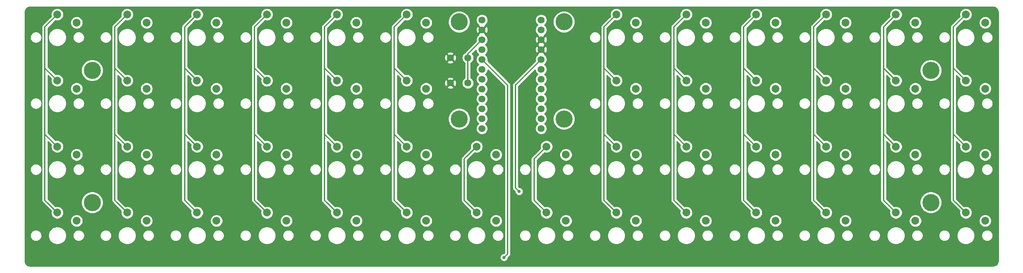
<source format=gtl>
G04 #@! TF.GenerationSoftware,KiCad,Pcbnew,(5.1.4)-1*
G04 #@! TF.CreationDate,2021-09-25T13:38:47-04:00*
G04 #@! TF.ProjectId,horizon-choc,686f7269-7a6f-46e2-9d63-686f632e6b69,rev?*
G04 #@! TF.SameCoordinates,Original*
G04 #@! TF.FileFunction,Copper,L1,Top*
G04 #@! TF.FilePolarity,Positive*
%FSLAX46Y46*%
G04 Gerber Fmt 4.6, Leading zero omitted, Abs format (unit mm)*
G04 Created by KiCad (PCBNEW (5.1.4)-1) date 2021-09-25 13:38:47*
%MOMM*%
%LPD*%
G04 APERTURE LIST*
%ADD10C,2.000000*%
%ADD11C,0.700000*%
%ADD12C,4.400000*%
%ADD13C,1.800000*%
%ADD14C,0.800000*%
%ADD15C,0.300000*%
%ADD16C,0.250000*%
G04 APERTURE END LIST*
D10*
X211000000Y-131600000D03*
X216000000Y-133700000D03*
X193000000Y-131600000D03*
X198000000Y-133700000D03*
D11*
X216666726Y-123333274D03*
X215500000Y-122850000D03*
X214333274Y-123333274D03*
X213850000Y-124500000D03*
X214333274Y-125666726D03*
X215500000Y-126150000D03*
X216666726Y-125666726D03*
X217150000Y-124500000D03*
D12*
X215500000Y-124500000D03*
D11*
X189666726Y-123333274D03*
X188500000Y-122850000D03*
X187333274Y-123333274D03*
X186850000Y-124500000D03*
X187333274Y-125666726D03*
X188500000Y-126150000D03*
X189666726Y-125666726D03*
X190150000Y-124500000D03*
D12*
X188500000Y-124500000D03*
D11*
X216666726Y-98333274D03*
X215500000Y-97850000D03*
X214333274Y-98333274D03*
X213850000Y-99500000D03*
X214333274Y-100666726D03*
X215500000Y-101150000D03*
X216666726Y-100666726D03*
X217150000Y-99500000D03*
D12*
X215500000Y-99500000D03*
D11*
X189666726Y-98333274D03*
X188500000Y-97850000D03*
X187333274Y-98333274D03*
X186850000Y-99500000D03*
X187333274Y-100666726D03*
X188500000Y-101150000D03*
X189666726Y-100666726D03*
X190150000Y-99500000D03*
D12*
X188500000Y-99500000D03*
D11*
X95166726Y-110833274D03*
X94000000Y-110350000D03*
X92833274Y-110833274D03*
X92350000Y-112000000D03*
X92833274Y-113166726D03*
X94000000Y-113650000D03*
X95166726Y-113166726D03*
X95650000Y-112000000D03*
D12*
X94000000Y-112000000D03*
D13*
X190750000Y-115250000D03*
X186250000Y-115250000D03*
X190750000Y-108750000D03*
X186250000Y-108750000D03*
D11*
X311166726Y-144833274D03*
X310000000Y-144350000D03*
X308833274Y-144833274D03*
X308350000Y-146000000D03*
X308833274Y-147166726D03*
X310000000Y-147650000D03*
X311166726Y-147166726D03*
X311650000Y-146000000D03*
D12*
X310000000Y-146000000D03*
D11*
X311166726Y-110833274D03*
X310000000Y-110350000D03*
X308833274Y-110833274D03*
X308350000Y-112000000D03*
X308833274Y-113166726D03*
X310000000Y-113650000D03*
X311166726Y-113166726D03*
X311650000Y-112000000D03*
D12*
X310000000Y-112000000D03*
D11*
X95166726Y-144833274D03*
X94000000Y-144350000D03*
X92833274Y-144833274D03*
X92350000Y-146000000D03*
X92833274Y-147166726D03*
X94000000Y-147650000D03*
X95166726Y-147166726D03*
X95650000Y-146000000D03*
D12*
X94000000Y-146000000D03*
D10*
X85000000Y-97600000D03*
X90000000Y-99700000D03*
X85000000Y-131600000D03*
X90000000Y-133700000D03*
X85000000Y-148600000D03*
X90000000Y-150700000D03*
X85000000Y-114600000D03*
X90000000Y-116700000D03*
X103000000Y-97600000D03*
X108000000Y-99700000D03*
X121000000Y-97600000D03*
X126000000Y-99700000D03*
X139000000Y-97600000D03*
X144000000Y-99700000D03*
X157000000Y-97600000D03*
X162000000Y-99700000D03*
X229000000Y-97600000D03*
X234000000Y-99700000D03*
X247000000Y-97600000D03*
X252000000Y-99700000D03*
X265000000Y-97600000D03*
X270000000Y-99700000D03*
X283000000Y-97600000D03*
X288000000Y-99700000D03*
X301000000Y-97600000D03*
X306000000Y-99700000D03*
X319000000Y-97600000D03*
X324000000Y-99700000D03*
X103000000Y-114600000D03*
X108000000Y-116700000D03*
X121000000Y-114600000D03*
X126000000Y-116700000D03*
X139000000Y-114600000D03*
X144000000Y-116700000D03*
X157000000Y-114600000D03*
X162000000Y-116700000D03*
X175000000Y-114600000D03*
X180000000Y-116700000D03*
X229000000Y-114600000D03*
X234000000Y-116700000D03*
X247000000Y-114600000D03*
X252000000Y-116700000D03*
X265000000Y-114600000D03*
X270000000Y-116700000D03*
X283000000Y-114600000D03*
X288000000Y-116700000D03*
X301000000Y-114600000D03*
X306000000Y-116700000D03*
X319000000Y-114600000D03*
X324000000Y-116700000D03*
X103000000Y-131600000D03*
X108000000Y-133700000D03*
X121000000Y-131600000D03*
X126000000Y-133700000D03*
X139000000Y-131600000D03*
X144000000Y-133700000D03*
X157000000Y-131600000D03*
X162000000Y-133700000D03*
X175000000Y-131600000D03*
X180000000Y-133700000D03*
X229000000Y-131600000D03*
X234000000Y-133700000D03*
X247000000Y-131600000D03*
X252000000Y-133700000D03*
X265000000Y-131600000D03*
X270000000Y-133700000D03*
X283000000Y-131600000D03*
X288000000Y-133700000D03*
X301000000Y-131600000D03*
X306000000Y-133700000D03*
X319000000Y-131600000D03*
X324000000Y-133700000D03*
X103000000Y-148600000D03*
X108000000Y-150700000D03*
X121000000Y-148600000D03*
X126000000Y-150700000D03*
X139000000Y-148600000D03*
X144000000Y-150700000D03*
X157000000Y-148600000D03*
X162000000Y-150700000D03*
X175000000Y-148600000D03*
X180000000Y-150700000D03*
X193000000Y-148600000D03*
X198000000Y-150700000D03*
X211000000Y-148600000D03*
X216000000Y-150700000D03*
X229000000Y-148600000D03*
X234000000Y-150700000D03*
X247000000Y-148600000D03*
X252000000Y-150700000D03*
X265000000Y-148600000D03*
X270000000Y-150700000D03*
X283000000Y-148600000D03*
X288000000Y-150700000D03*
X301000000Y-148600000D03*
X306000000Y-150700000D03*
X319000000Y-148600000D03*
X324000000Y-150700000D03*
X175000000Y-97600000D03*
X180000000Y-99700000D03*
D13*
X209620000Y-99030000D03*
X209620000Y-101570000D03*
X209620000Y-104110000D03*
X209620000Y-106650000D03*
X209620000Y-109190000D03*
X209620000Y-111730000D03*
X209620000Y-114270000D03*
X209620000Y-116810000D03*
X209620000Y-119350000D03*
X209620000Y-121890000D03*
X209620000Y-124430000D03*
X194380000Y-126970000D03*
X194380000Y-124430000D03*
X194380000Y-121890000D03*
X194380000Y-119350000D03*
X194380000Y-116810000D03*
X194380000Y-114270000D03*
X194380000Y-111730000D03*
X194380000Y-109190000D03*
X194380000Y-106650000D03*
X194380000Y-104110000D03*
X194380000Y-101570000D03*
X209620000Y-126970000D03*
X194380000Y-99030000D03*
D14*
X203949999Y-143150001D03*
X200050001Y-160150001D03*
D15*
X81800000Y-100800000D02*
X81800000Y-111400000D01*
X81800000Y-128400000D02*
X85000000Y-131600000D01*
X81800000Y-128400000D02*
X81800000Y-145400000D01*
X85000000Y-97600000D02*
X81800000Y-100800000D01*
X81800000Y-111400000D02*
X85000000Y-114600000D01*
X81800000Y-111400000D02*
X81800000Y-128400000D01*
X81800000Y-145400000D02*
X85000000Y-148600000D01*
X99800000Y-111400000D02*
X99800000Y-128400000D01*
X99800000Y-111400000D02*
X103000000Y-114600000D01*
X103000000Y-97600000D02*
X99800000Y-100800000D01*
X99800000Y-128400000D02*
X99800000Y-145400000D01*
X99800000Y-128400000D02*
X103000000Y-131600000D01*
X99800000Y-145400000D02*
X103000000Y-148600000D01*
X99800000Y-100800000D02*
X99800000Y-111400000D01*
X117800000Y-100800000D02*
X117800000Y-111400000D01*
X117800000Y-111400000D02*
X121000000Y-114600000D01*
X117800000Y-145400000D02*
X121000000Y-148600000D01*
X121000000Y-97600000D02*
X117800000Y-100800000D01*
X117800000Y-128400000D02*
X121000000Y-131600000D01*
X117800000Y-128400000D02*
X117800000Y-145400000D01*
X117800000Y-111400000D02*
X117800000Y-128400000D01*
X135800000Y-145400000D02*
X139000000Y-148600000D01*
X135800000Y-128400000D02*
X135800000Y-145400000D01*
X135800000Y-128400000D02*
X139000000Y-131600000D01*
X139000000Y-97600000D02*
X135800000Y-100800000D01*
X135800000Y-111400000D02*
X139000000Y-114600000D01*
X135800000Y-111400000D02*
X135800000Y-128400000D01*
X135800000Y-100800000D02*
X135800000Y-111400000D01*
X153800000Y-100800000D02*
X153800000Y-111400000D01*
X153800000Y-145400000D02*
X157000000Y-148600000D01*
X157000000Y-97600000D02*
X153800000Y-100800000D01*
X153800000Y-111400000D02*
X153800000Y-128400000D01*
X153800000Y-128400000D02*
X157000000Y-131600000D01*
X153800000Y-111400000D02*
X157000000Y-114600000D01*
X153800000Y-128400000D02*
X153800000Y-145400000D01*
X175000000Y-97600000D02*
X171800000Y-100800000D01*
X171800000Y-111400000D02*
X171800000Y-128400000D01*
X171800000Y-128400000D02*
X175000000Y-131600000D01*
X171800000Y-111400000D02*
X175000000Y-114600000D01*
X171800000Y-100800000D02*
X171800000Y-111400000D01*
X171800000Y-145400000D02*
X175000000Y-148600000D01*
X171800000Y-128400000D02*
X171800000Y-145400000D01*
X209620000Y-109190000D02*
X203000000Y-115810000D01*
X203000000Y-115810000D02*
X203000000Y-142200002D01*
X203000000Y-142200002D02*
X203949999Y-143150001D01*
X201000000Y-115810000D02*
X201000000Y-159200000D01*
X194380000Y-109190000D02*
X201000000Y-115810000D01*
X201000000Y-159200000D02*
X201000000Y-159200002D01*
X201000000Y-159200002D02*
X200050001Y-160150001D01*
X225800000Y-111400000D02*
X229000000Y-114600000D01*
X225800000Y-128400000D02*
X225800000Y-145400000D01*
X225800000Y-100800000D02*
X225800000Y-111400000D01*
X225800000Y-145400000D02*
X229000000Y-148600000D01*
X229000000Y-97600000D02*
X225800000Y-100800000D01*
X225800000Y-128400000D02*
X229000000Y-131600000D01*
X225800000Y-111400000D02*
X225800000Y-128400000D01*
X243800000Y-100800000D02*
X243800000Y-111400000D01*
X243800000Y-128400000D02*
X247000000Y-131600000D01*
X243800000Y-111400000D02*
X247000000Y-114600000D01*
X247000000Y-97600000D02*
X243800000Y-100800000D01*
X243800000Y-145400000D02*
X247000000Y-148600000D01*
X243800000Y-128400000D02*
X243800000Y-145400000D01*
X243800000Y-111400000D02*
X243800000Y-128400000D01*
X261800000Y-111400000D02*
X265000000Y-114600000D01*
X261800000Y-145400000D02*
X265000000Y-148600000D01*
X261800000Y-128400000D02*
X265000000Y-131600000D01*
X265000000Y-97600000D02*
X261800000Y-100800000D01*
X261800000Y-128400000D02*
X261800000Y-145400000D01*
X261800000Y-111400000D02*
X261800000Y-128400000D01*
X261800000Y-100800000D02*
X261800000Y-111400000D01*
X279800000Y-145400000D02*
X283000000Y-148600000D01*
X283000000Y-97600000D02*
X279800000Y-100800000D01*
X279800000Y-128400000D02*
X279800000Y-145400000D01*
X279800000Y-111400000D02*
X279800000Y-128400000D01*
X279800000Y-111400000D02*
X283000000Y-114600000D01*
X279800000Y-128400000D02*
X283000000Y-131600000D01*
X279800000Y-100800000D02*
X279800000Y-111400000D01*
X297800000Y-100800000D02*
X297800000Y-111400000D01*
X297800000Y-145400000D02*
X301000000Y-148600000D01*
X297800000Y-111400000D02*
X297800000Y-128400000D01*
X297800000Y-128400000D02*
X297800000Y-145400000D01*
X297800000Y-111400000D02*
X301000000Y-114600000D01*
X301000000Y-97600000D02*
X297800000Y-100800000D01*
X297800000Y-128400000D02*
X301000000Y-131600000D01*
X315800000Y-145400000D02*
X319000000Y-148600000D01*
X315800000Y-111400000D02*
X315800000Y-128400000D01*
X315800000Y-128400000D02*
X315800000Y-145400000D01*
X315800000Y-100800000D02*
X315800000Y-111400000D01*
X315800000Y-128400000D02*
X319000000Y-131600000D01*
X319000000Y-97600000D02*
X315800000Y-100800000D01*
X315800000Y-111400000D02*
X319000000Y-114600000D01*
X189800000Y-134800000D02*
X189800000Y-145400000D01*
X193000000Y-131600000D02*
X189800000Y-134800000D01*
X189800000Y-145400000D02*
X193000000Y-148600000D01*
X207800000Y-134800000D02*
X207800000Y-145400000D01*
X211000000Y-131600000D02*
X207800000Y-134800000D01*
X207800000Y-145400000D02*
X211000000Y-148600000D01*
X190750000Y-107740000D02*
X190750000Y-108750000D01*
X194380000Y-104110000D02*
X190750000Y-107740000D01*
X190750000Y-108750000D02*
X190750000Y-115250000D01*
D16*
G36*
X326261611Y-95678769D02*
G01*
X326513258Y-95754745D01*
X326745353Y-95878152D01*
X326949060Y-96044292D01*
X327116616Y-96246832D01*
X327241641Y-96478062D01*
X327319373Y-96729172D01*
X327350000Y-97020567D01*
X327350001Y-160968197D01*
X327321231Y-161261612D01*
X327245255Y-161513256D01*
X327121846Y-161745354D01*
X326955709Y-161949058D01*
X326753168Y-162116616D01*
X326521938Y-162241641D01*
X326270828Y-162319373D01*
X325979433Y-162350000D01*
X78031793Y-162350000D01*
X77738388Y-162321231D01*
X77486744Y-162245255D01*
X77254646Y-162121846D01*
X77050942Y-161955709D01*
X76883384Y-161753168D01*
X76758359Y-161521938D01*
X76680627Y-161270828D01*
X76650000Y-160979433D01*
X76650000Y-154354725D01*
X78025000Y-154354725D01*
X78025000Y-154645275D01*
X78081683Y-154930242D01*
X78192872Y-155198675D01*
X78354293Y-155440258D01*
X78559742Y-155645707D01*
X78801325Y-155807128D01*
X79069758Y-155918317D01*
X79354725Y-155975000D01*
X79645275Y-155975000D01*
X79930242Y-155918317D01*
X80198675Y-155807128D01*
X80440258Y-155645707D01*
X80645707Y-155440258D01*
X80807128Y-155198675D01*
X80918317Y-154930242D01*
X80975000Y-154645275D01*
X80975000Y-154354725D01*
X80958348Y-154271007D01*
X82675000Y-154271007D01*
X82675000Y-154728993D01*
X82764348Y-155178178D01*
X82939611Y-155601301D01*
X83194054Y-155982101D01*
X83517899Y-156305946D01*
X83898699Y-156560389D01*
X84321822Y-156735652D01*
X84771007Y-156825000D01*
X85228993Y-156825000D01*
X85678178Y-156735652D01*
X86101301Y-156560389D01*
X86482101Y-156305946D01*
X86805946Y-155982101D01*
X87060389Y-155601301D01*
X87235652Y-155178178D01*
X87325000Y-154728993D01*
X87325000Y-154354725D01*
X89025000Y-154354725D01*
X89025000Y-154645275D01*
X89081683Y-154930242D01*
X89192872Y-155198675D01*
X89354293Y-155440258D01*
X89559742Y-155645707D01*
X89801325Y-155807128D01*
X90069758Y-155918317D01*
X90354725Y-155975000D01*
X90645275Y-155975000D01*
X90930242Y-155918317D01*
X91198675Y-155807128D01*
X91440258Y-155645707D01*
X91645707Y-155440258D01*
X91807128Y-155198675D01*
X91918317Y-154930242D01*
X91975000Y-154645275D01*
X91975000Y-154354725D01*
X96025000Y-154354725D01*
X96025000Y-154645275D01*
X96081683Y-154930242D01*
X96192872Y-155198675D01*
X96354293Y-155440258D01*
X96559742Y-155645707D01*
X96801325Y-155807128D01*
X97069758Y-155918317D01*
X97354725Y-155975000D01*
X97645275Y-155975000D01*
X97930242Y-155918317D01*
X98198675Y-155807128D01*
X98440258Y-155645707D01*
X98645707Y-155440258D01*
X98807128Y-155198675D01*
X98918317Y-154930242D01*
X98975000Y-154645275D01*
X98975000Y-154354725D01*
X98958348Y-154271007D01*
X100675000Y-154271007D01*
X100675000Y-154728993D01*
X100764348Y-155178178D01*
X100939611Y-155601301D01*
X101194054Y-155982101D01*
X101517899Y-156305946D01*
X101898699Y-156560389D01*
X102321822Y-156735652D01*
X102771007Y-156825000D01*
X103228993Y-156825000D01*
X103678178Y-156735652D01*
X104101301Y-156560389D01*
X104482101Y-156305946D01*
X104805946Y-155982101D01*
X105060389Y-155601301D01*
X105235652Y-155178178D01*
X105325000Y-154728993D01*
X105325000Y-154354725D01*
X107025000Y-154354725D01*
X107025000Y-154645275D01*
X107081683Y-154930242D01*
X107192872Y-155198675D01*
X107354293Y-155440258D01*
X107559742Y-155645707D01*
X107801325Y-155807128D01*
X108069758Y-155918317D01*
X108354725Y-155975000D01*
X108645275Y-155975000D01*
X108930242Y-155918317D01*
X109198675Y-155807128D01*
X109440258Y-155645707D01*
X109645707Y-155440258D01*
X109807128Y-155198675D01*
X109918317Y-154930242D01*
X109975000Y-154645275D01*
X109975000Y-154354725D01*
X114025000Y-154354725D01*
X114025000Y-154645275D01*
X114081683Y-154930242D01*
X114192872Y-155198675D01*
X114354293Y-155440258D01*
X114559742Y-155645707D01*
X114801325Y-155807128D01*
X115069758Y-155918317D01*
X115354725Y-155975000D01*
X115645275Y-155975000D01*
X115930242Y-155918317D01*
X116198675Y-155807128D01*
X116440258Y-155645707D01*
X116645707Y-155440258D01*
X116807128Y-155198675D01*
X116918317Y-154930242D01*
X116975000Y-154645275D01*
X116975000Y-154354725D01*
X116958348Y-154271007D01*
X118675000Y-154271007D01*
X118675000Y-154728993D01*
X118764348Y-155178178D01*
X118939611Y-155601301D01*
X119194054Y-155982101D01*
X119517899Y-156305946D01*
X119898699Y-156560389D01*
X120321822Y-156735652D01*
X120771007Y-156825000D01*
X121228993Y-156825000D01*
X121678178Y-156735652D01*
X122101301Y-156560389D01*
X122482101Y-156305946D01*
X122805946Y-155982101D01*
X123060389Y-155601301D01*
X123235652Y-155178178D01*
X123325000Y-154728993D01*
X123325000Y-154354725D01*
X125025000Y-154354725D01*
X125025000Y-154645275D01*
X125081683Y-154930242D01*
X125192872Y-155198675D01*
X125354293Y-155440258D01*
X125559742Y-155645707D01*
X125801325Y-155807128D01*
X126069758Y-155918317D01*
X126354725Y-155975000D01*
X126645275Y-155975000D01*
X126930242Y-155918317D01*
X127198675Y-155807128D01*
X127440258Y-155645707D01*
X127645707Y-155440258D01*
X127807128Y-155198675D01*
X127918317Y-154930242D01*
X127975000Y-154645275D01*
X127975000Y-154354725D01*
X132025000Y-154354725D01*
X132025000Y-154645275D01*
X132081683Y-154930242D01*
X132192872Y-155198675D01*
X132354293Y-155440258D01*
X132559742Y-155645707D01*
X132801325Y-155807128D01*
X133069758Y-155918317D01*
X133354725Y-155975000D01*
X133645275Y-155975000D01*
X133930242Y-155918317D01*
X134198675Y-155807128D01*
X134440258Y-155645707D01*
X134645707Y-155440258D01*
X134807128Y-155198675D01*
X134918317Y-154930242D01*
X134975000Y-154645275D01*
X134975000Y-154354725D01*
X134958348Y-154271007D01*
X136675000Y-154271007D01*
X136675000Y-154728993D01*
X136764348Y-155178178D01*
X136939611Y-155601301D01*
X137194054Y-155982101D01*
X137517899Y-156305946D01*
X137898699Y-156560389D01*
X138321822Y-156735652D01*
X138771007Y-156825000D01*
X139228993Y-156825000D01*
X139678178Y-156735652D01*
X140101301Y-156560389D01*
X140482101Y-156305946D01*
X140805946Y-155982101D01*
X141060389Y-155601301D01*
X141235652Y-155178178D01*
X141325000Y-154728993D01*
X141325000Y-154354725D01*
X143025000Y-154354725D01*
X143025000Y-154645275D01*
X143081683Y-154930242D01*
X143192872Y-155198675D01*
X143354293Y-155440258D01*
X143559742Y-155645707D01*
X143801325Y-155807128D01*
X144069758Y-155918317D01*
X144354725Y-155975000D01*
X144645275Y-155975000D01*
X144930242Y-155918317D01*
X145198675Y-155807128D01*
X145440258Y-155645707D01*
X145645707Y-155440258D01*
X145807128Y-155198675D01*
X145918317Y-154930242D01*
X145975000Y-154645275D01*
X145975000Y-154354725D01*
X150025000Y-154354725D01*
X150025000Y-154645275D01*
X150081683Y-154930242D01*
X150192872Y-155198675D01*
X150354293Y-155440258D01*
X150559742Y-155645707D01*
X150801325Y-155807128D01*
X151069758Y-155918317D01*
X151354725Y-155975000D01*
X151645275Y-155975000D01*
X151930242Y-155918317D01*
X152198675Y-155807128D01*
X152440258Y-155645707D01*
X152645707Y-155440258D01*
X152807128Y-155198675D01*
X152918317Y-154930242D01*
X152975000Y-154645275D01*
X152975000Y-154354725D01*
X152958348Y-154271007D01*
X154675000Y-154271007D01*
X154675000Y-154728993D01*
X154764348Y-155178178D01*
X154939611Y-155601301D01*
X155194054Y-155982101D01*
X155517899Y-156305946D01*
X155898699Y-156560389D01*
X156321822Y-156735652D01*
X156771007Y-156825000D01*
X157228993Y-156825000D01*
X157678178Y-156735652D01*
X158101301Y-156560389D01*
X158482101Y-156305946D01*
X158805946Y-155982101D01*
X159060389Y-155601301D01*
X159235652Y-155178178D01*
X159325000Y-154728993D01*
X159325000Y-154354725D01*
X161025000Y-154354725D01*
X161025000Y-154645275D01*
X161081683Y-154930242D01*
X161192872Y-155198675D01*
X161354293Y-155440258D01*
X161559742Y-155645707D01*
X161801325Y-155807128D01*
X162069758Y-155918317D01*
X162354725Y-155975000D01*
X162645275Y-155975000D01*
X162930242Y-155918317D01*
X163198675Y-155807128D01*
X163440258Y-155645707D01*
X163645707Y-155440258D01*
X163807128Y-155198675D01*
X163918317Y-154930242D01*
X163975000Y-154645275D01*
X163975000Y-154354725D01*
X168025000Y-154354725D01*
X168025000Y-154645275D01*
X168081683Y-154930242D01*
X168192872Y-155198675D01*
X168354293Y-155440258D01*
X168559742Y-155645707D01*
X168801325Y-155807128D01*
X169069758Y-155918317D01*
X169354725Y-155975000D01*
X169645275Y-155975000D01*
X169930242Y-155918317D01*
X170198675Y-155807128D01*
X170440258Y-155645707D01*
X170645707Y-155440258D01*
X170807128Y-155198675D01*
X170918317Y-154930242D01*
X170975000Y-154645275D01*
X170975000Y-154354725D01*
X170958348Y-154271007D01*
X172675000Y-154271007D01*
X172675000Y-154728993D01*
X172764348Y-155178178D01*
X172939611Y-155601301D01*
X173194054Y-155982101D01*
X173517899Y-156305946D01*
X173898699Y-156560389D01*
X174321822Y-156735652D01*
X174771007Y-156825000D01*
X175228993Y-156825000D01*
X175678178Y-156735652D01*
X176101301Y-156560389D01*
X176482101Y-156305946D01*
X176805946Y-155982101D01*
X177060389Y-155601301D01*
X177235652Y-155178178D01*
X177325000Y-154728993D01*
X177325000Y-154354725D01*
X179025000Y-154354725D01*
X179025000Y-154645275D01*
X179081683Y-154930242D01*
X179192872Y-155198675D01*
X179354293Y-155440258D01*
X179559742Y-155645707D01*
X179801325Y-155807128D01*
X180069758Y-155918317D01*
X180354725Y-155975000D01*
X180645275Y-155975000D01*
X180930242Y-155918317D01*
X181198675Y-155807128D01*
X181440258Y-155645707D01*
X181645707Y-155440258D01*
X181807128Y-155198675D01*
X181918317Y-154930242D01*
X181975000Y-154645275D01*
X181975000Y-154354725D01*
X186025000Y-154354725D01*
X186025000Y-154645275D01*
X186081683Y-154930242D01*
X186192872Y-155198675D01*
X186354293Y-155440258D01*
X186559742Y-155645707D01*
X186801325Y-155807128D01*
X187069758Y-155918317D01*
X187354725Y-155975000D01*
X187645275Y-155975000D01*
X187930242Y-155918317D01*
X188198675Y-155807128D01*
X188440258Y-155645707D01*
X188645707Y-155440258D01*
X188807128Y-155198675D01*
X188918317Y-154930242D01*
X188975000Y-154645275D01*
X188975000Y-154354725D01*
X188958348Y-154271007D01*
X190675000Y-154271007D01*
X190675000Y-154728993D01*
X190764348Y-155178178D01*
X190939611Y-155601301D01*
X191194054Y-155982101D01*
X191517899Y-156305946D01*
X191898699Y-156560389D01*
X192321822Y-156735652D01*
X192771007Y-156825000D01*
X193228993Y-156825000D01*
X193678178Y-156735652D01*
X194101301Y-156560389D01*
X194482101Y-156305946D01*
X194805946Y-155982101D01*
X195060389Y-155601301D01*
X195235652Y-155178178D01*
X195325000Y-154728993D01*
X195325000Y-154354725D01*
X197025000Y-154354725D01*
X197025000Y-154645275D01*
X197081683Y-154930242D01*
X197192872Y-155198675D01*
X197354293Y-155440258D01*
X197559742Y-155645707D01*
X197801325Y-155807128D01*
X198069758Y-155918317D01*
X198354725Y-155975000D01*
X198645275Y-155975000D01*
X198930242Y-155918317D01*
X199198675Y-155807128D01*
X199440258Y-155645707D01*
X199645707Y-155440258D01*
X199807128Y-155198675D01*
X199918317Y-154930242D01*
X199975000Y-154645275D01*
X199975000Y-154354725D01*
X199918317Y-154069758D01*
X199807128Y-153801325D01*
X199645707Y-153559742D01*
X199440258Y-153354293D01*
X199198675Y-153192872D01*
X198930242Y-153081683D01*
X198645275Y-153025000D01*
X198354725Y-153025000D01*
X198069758Y-153081683D01*
X197801325Y-153192872D01*
X197559742Y-153354293D01*
X197354293Y-153559742D01*
X197192872Y-153801325D01*
X197081683Y-154069758D01*
X197025000Y-154354725D01*
X195325000Y-154354725D01*
X195325000Y-154271007D01*
X195235652Y-153821822D01*
X195060389Y-153398699D01*
X194805946Y-153017899D01*
X194482101Y-152694054D01*
X194101301Y-152439611D01*
X193678178Y-152264348D01*
X193228993Y-152175000D01*
X192771007Y-152175000D01*
X192321822Y-152264348D01*
X191898699Y-152439611D01*
X191517899Y-152694054D01*
X191194054Y-153017899D01*
X190939611Y-153398699D01*
X190764348Y-153821822D01*
X190675000Y-154271007D01*
X188958348Y-154271007D01*
X188918317Y-154069758D01*
X188807128Y-153801325D01*
X188645707Y-153559742D01*
X188440258Y-153354293D01*
X188198675Y-153192872D01*
X187930242Y-153081683D01*
X187645275Y-153025000D01*
X187354725Y-153025000D01*
X187069758Y-153081683D01*
X186801325Y-153192872D01*
X186559742Y-153354293D01*
X186354293Y-153559742D01*
X186192872Y-153801325D01*
X186081683Y-154069758D01*
X186025000Y-154354725D01*
X181975000Y-154354725D01*
X181918317Y-154069758D01*
X181807128Y-153801325D01*
X181645707Y-153559742D01*
X181440258Y-153354293D01*
X181198675Y-153192872D01*
X180930242Y-153081683D01*
X180645275Y-153025000D01*
X180354725Y-153025000D01*
X180069758Y-153081683D01*
X179801325Y-153192872D01*
X179559742Y-153354293D01*
X179354293Y-153559742D01*
X179192872Y-153801325D01*
X179081683Y-154069758D01*
X179025000Y-154354725D01*
X177325000Y-154354725D01*
X177325000Y-154271007D01*
X177235652Y-153821822D01*
X177060389Y-153398699D01*
X176805946Y-153017899D01*
X176482101Y-152694054D01*
X176101301Y-152439611D01*
X175678178Y-152264348D01*
X175228993Y-152175000D01*
X174771007Y-152175000D01*
X174321822Y-152264348D01*
X173898699Y-152439611D01*
X173517899Y-152694054D01*
X173194054Y-153017899D01*
X172939611Y-153398699D01*
X172764348Y-153821822D01*
X172675000Y-154271007D01*
X170958348Y-154271007D01*
X170918317Y-154069758D01*
X170807128Y-153801325D01*
X170645707Y-153559742D01*
X170440258Y-153354293D01*
X170198675Y-153192872D01*
X169930242Y-153081683D01*
X169645275Y-153025000D01*
X169354725Y-153025000D01*
X169069758Y-153081683D01*
X168801325Y-153192872D01*
X168559742Y-153354293D01*
X168354293Y-153559742D01*
X168192872Y-153801325D01*
X168081683Y-154069758D01*
X168025000Y-154354725D01*
X163975000Y-154354725D01*
X163918317Y-154069758D01*
X163807128Y-153801325D01*
X163645707Y-153559742D01*
X163440258Y-153354293D01*
X163198675Y-153192872D01*
X162930242Y-153081683D01*
X162645275Y-153025000D01*
X162354725Y-153025000D01*
X162069758Y-153081683D01*
X161801325Y-153192872D01*
X161559742Y-153354293D01*
X161354293Y-153559742D01*
X161192872Y-153801325D01*
X161081683Y-154069758D01*
X161025000Y-154354725D01*
X159325000Y-154354725D01*
X159325000Y-154271007D01*
X159235652Y-153821822D01*
X159060389Y-153398699D01*
X158805946Y-153017899D01*
X158482101Y-152694054D01*
X158101301Y-152439611D01*
X157678178Y-152264348D01*
X157228993Y-152175000D01*
X156771007Y-152175000D01*
X156321822Y-152264348D01*
X155898699Y-152439611D01*
X155517899Y-152694054D01*
X155194054Y-153017899D01*
X154939611Y-153398699D01*
X154764348Y-153821822D01*
X154675000Y-154271007D01*
X152958348Y-154271007D01*
X152918317Y-154069758D01*
X152807128Y-153801325D01*
X152645707Y-153559742D01*
X152440258Y-153354293D01*
X152198675Y-153192872D01*
X151930242Y-153081683D01*
X151645275Y-153025000D01*
X151354725Y-153025000D01*
X151069758Y-153081683D01*
X150801325Y-153192872D01*
X150559742Y-153354293D01*
X150354293Y-153559742D01*
X150192872Y-153801325D01*
X150081683Y-154069758D01*
X150025000Y-154354725D01*
X145975000Y-154354725D01*
X145918317Y-154069758D01*
X145807128Y-153801325D01*
X145645707Y-153559742D01*
X145440258Y-153354293D01*
X145198675Y-153192872D01*
X144930242Y-153081683D01*
X144645275Y-153025000D01*
X144354725Y-153025000D01*
X144069758Y-153081683D01*
X143801325Y-153192872D01*
X143559742Y-153354293D01*
X143354293Y-153559742D01*
X143192872Y-153801325D01*
X143081683Y-154069758D01*
X143025000Y-154354725D01*
X141325000Y-154354725D01*
X141325000Y-154271007D01*
X141235652Y-153821822D01*
X141060389Y-153398699D01*
X140805946Y-153017899D01*
X140482101Y-152694054D01*
X140101301Y-152439611D01*
X139678178Y-152264348D01*
X139228993Y-152175000D01*
X138771007Y-152175000D01*
X138321822Y-152264348D01*
X137898699Y-152439611D01*
X137517899Y-152694054D01*
X137194054Y-153017899D01*
X136939611Y-153398699D01*
X136764348Y-153821822D01*
X136675000Y-154271007D01*
X134958348Y-154271007D01*
X134918317Y-154069758D01*
X134807128Y-153801325D01*
X134645707Y-153559742D01*
X134440258Y-153354293D01*
X134198675Y-153192872D01*
X133930242Y-153081683D01*
X133645275Y-153025000D01*
X133354725Y-153025000D01*
X133069758Y-153081683D01*
X132801325Y-153192872D01*
X132559742Y-153354293D01*
X132354293Y-153559742D01*
X132192872Y-153801325D01*
X132081683Y-154069758D01*
X132025000Y-154354725D01*
X127975000Y-154354725D01*
X127918317Y-154069758D01*
X127807128Y-153801325D01*
X127645707Y-153559742D01*
X127440258Y-153354293D01*
X127198675Y-153192872D01*
X126930242Y-153081683D01*
X126645275Y-153025000D01*
X126354725Y-153025000D01*
X126069758Y-153081683D01*
X125801325Y-153192872D01*
X125559742Y-153354293D01*
X125354293Y-153559742D01*
X125192872Y-153801325D01*
X125081683Y-154069758D01*
X125025000Y-154354725D01*
X123325000Y-154354725D01*
X123325000Y-154271007D01*
X123235652Y-153821822D01*
X123060389Y-153398699D01*
X122805946Y-153017899D01*
X122482101Y-152694054D01*
X122101301Y-152439611D01*
X121678178Y-152264348D01*
X121228993Y-152175000D01*
X120771007Y-152175000D01*
X120321822Y-152264348D01*
X119898699Y-152439611D01*
X119517899Y-152694054D01*
X119194054Y-153017899D01*
X118939611Y-153398699D01*
X118764348Y-153821822D01*
X118675000Y-154271007D01*
X116958348Y-154271007D01*
X116918317Y-154069758D01*
X116807128Y-153801325D01*
X116645707Y-153559742D01*
X116440258Y-153354293D01*
X116198675Y-153192872D01*
X115930242Y-153081683D01*
X115645275Y-153025000D01*
X115354725Y-153025000D01*
X115069758Y-153081683D01*
X114801325Y-153192872D01*
X114559742Y-153354293D01*
X114354293Y-153559742D01*
X114192872Y-153801325D01*
X114081683Y-154069758D01*
X114025000Y-154354725D01*
X109975000Y-154354725D01*
X109918317Y-154069758D01*
X109807128Y-153801325D01*
X109645707Y-153559742D01*
X109440258Y-153354293D01*
X109198675Y-153192872D01*
X108930242Y-153081683D01*
X108645275Y-153025000D01*
X108354725Y-153025000D01*
X108069758Y-153081683D01*
X107801325Y-153192872D01*
X107559742Y-153354293D01*
X107354293Y-153559742D01*
X107192872Y-153801325D01*
X107081683Y-154069758D01*
X107025000Y-154354725D01*
X105325000Y-154354725D01*
X105325000Y-154271007D01*
X105235652Y-153821822D01*
X105060389Y-153398699D01*
X104805946Y-153017899D01*
X104482101Y-152694054D01*
X104101301Y-152439611D01*
X103678178Y-152264348D01*
X103228993Y-152175000D01*
X102771007Y-152175000D01*
X102321822Y-152264348D01*
X101898699Y-152439611D01*
X101517899Y-152694054D01*
X101194054Y-153017899D01*
X100939611Y-153398699D01*
X100764348Y-153821822D01*
X100675000Y-154271007D01*
X98958348Y-154271007D01*
X98918317Y-154069758D01*
X98807128Y-153801325D01*
X98645707Y-153559742D01*
X98440258Y-153354293D01*
X98198675Y-153192872D01*
X97930242Y-153081683D01*
X97645275Y-153025000D01*
X97354725Y-153025000D01*
X97069758Y-153081683D01*
X96801325Y-153192872D01*
X96559742Y-153354293D01*
X96354293Y-153559742D01*
X96192872Y-153801325D01*
X96081683Y-154069758D01*
X96025000Y-154354725D01*
X91975000Y-154354725D01*
X91918317Y-154069758D01*
X91807128Y-153801325D01*
X91645707Y-153559742D01*
X91440258Y-153354293D01*
X91198675Y-153192872D01*
X90930242Y-153081683D01*
X90645275Y-153025000D01*
X90354725Y-153025000D01*
X90069758Y-153081683D01*
X89801325Y-153192872D01*
X89559742Y-153354293D01*
X89354293Y-153559742D01*
X89192872Y-153801325D01*
X89081683Y-154069758D01*
X89025000Y-154354725D01*
X87325000Y-154354725D01*
X87325000Y-154271007D01*
X87235652Y-153821822D01*
X87060389Y-153398699D01*
X86805946Y-153017899D01*
X86482101Y-152694054D01*
X86101301Y-152439611D01*
X85678178Y-152264348D01*
X85228993Y-152175000D01*
X84771007Y-152175000D01*
X84321822Y-152264348D01*
X83898699Y-152439611D01*
X83517899Y-152694054D01*
X83194054Y-153017899D01*
X82939611Y-153398699D01*
X82764348Y-153821822D01*
X82675000Y-154271007D01*
X80958348Y-154271007D01*
X80918317Y-154069758D01*
X80807128Y-153801325D01*
X80645707Y-153559742D01*
X80440258Y-153354293D01*
X80198675Y-153192872D01*
X79930242Y-153081683D01*
X79645275Y-153025000D01*
X79354725Y-153025000D01*
X79069758Y-153081683D01*
X78801325Y-153192872D01*
X78559742Y-153354293D01*
X78354293Y-153559742D01*
X78192872Y-153801325D01*
X78081683Y-154069758D01*
X78025000Y-154354725D01*
X76650000Y-154354725D01*
X76650000Y-150539951D01*
X88375000Y-150539951D01*
X88375000Y-150860049D01*
X88437448Y-151173995D01*
X88559943Y-151469726D01*
X88737780Y-151735877D01*
X88964123Y-151962220D01*
X89230274Y-152140057D01*
X89526005Y-152262552D01*
X89839951Y-152325000D01*
X90160049Y-152325000D01*
X90473995Y-152262552D01*
X90769726Y-152140057D01*
X91035877Y-151962220D01*
X91262220Y-151735877D01*
X91440057Y-151469726D01*
X91562552Y-151173995D01*
X91625000Y-150860049D01*
X91625000Y-150539951D01*
X106375000Y-150539951D01*
X106375000Y-150860049D01*
X106437448Y-151173995D01*
X106559943Y-151469726D01*
X106737780Y-151735877D01*
X106964123Y-151962220D01*
X107230274Y-152140057D01*
X107526005Y-152262552D01*
X107839951Y-152325000D01*
X108160049Y-152325000D01*
X108473995Y-152262552D01*
X108769726Y-152140057D01*
X109035877Y-151962220D01*
X109262220Y-151735877D01*
X109440057Y-151469726D01*
X109562552Y-151173995D01*
X109625000Y-150860049D01*
X109625000Y-150539951D01*
X124375000Y-150539951D01*
X124375000Y-150860049D01*
X124437448Y-151173995D01*
X124559943Y-151469726D01*
X124737780Y-151735877D01*
X124964123Y-151962220D01*
X125230274Y-152140057D01*
X125526005Y-152262552D01*
X125839951Y-152325000D01*
X126160049Y-152325000D01*
X126473995Y-152262552D01*
X126769726Y-152140057D01*
X127035877Y-151962220D01*
X127262220Y-151735877D01*
X127440057Y-151469726D01*
X127562552Y-151173995D01*
X127625000Y-150860049D01*
X127625000Y-150539951D01*
X142375000Y-150539951D01*
X142375000Y-150860049D01*
X142437448Y-151173995D01*
X142559943Y-151469726D01*
X142737780Y-151735877D01*
X142964123Y-151962220D01*
X143230274Y-152140057D01*
X143526005Y-152262552D01*
X143839951Y-152325000D01*
X144160049Y-152325000D01*
X144473995Y-152262552D01*
X144769726Y-152140057D01*
X145035877Y-151962220D01*
X145262220Y-151735877D01*
X145440057Y-151469726D01*
X145562552Y-151173995D01*
X145625000Y-150860049D01*
X145625000Y-150539951D01*
X160375000Y-150539951D01*
X160375000Y-150860049D01*
X160437448Y-151173995D01*
X160559943Y-151469726D01*
X160737780Y-151735877D01*
X160964123Y-151962220D01*
X161230274Y-152140057D01*
X161526005Y-152262552D01*
X161839951Y-152325000D01*
X162160049Y-152325000D01*
X162473995Y-152262552D01*
X162769726Y-152140057D01*
X163035877Y-151962220D01*
X163262220Y-151735877D01*
X163440057Y-151469726D01*
X163562552Y-151173995D01*
X163625000Y-150860049D01*
X163625000Y-150539951D01*
X178375000Y-150539951D01*
X178375000Y-150860049D01*
X178437448Y-151173995D01*
X178559943Y-151469726D01*
X178737780Y-151735877D01*
X178964123Y-151962220D01*
X179230274Y-152140057D01*
X179526005Y-152262552D01*
X179839951Y-152325000D01*
X180160049Y-152325000D01*
X180473995Y-152262552D01*
X180769726Y-152140057D01*
X181035877Y-151962220D01*
X181262220Y-151735877D01*
X181440057Y-151469726D01*
X181562552Y-151173995D01*
X181625000Y-150860049D01*
X181625000Y-150539951D01*
X196375000Y-150539951D01*
X196375000Y-150860049D01*
X196437448Y-151173995D01*
X196559943Y-151469726D01*
X196737780Y-151735877D01*
X196964123Y-151962220D01*
X197230274Y-152140057D01*
X197526005Y-152262552D01*
X197839951Y-152325000D01*
X198160049Y-152325000D01*
X198473995Y-152262552D01*
X198769726Y-152140057D01*
X199035877Y-151962220D01*
X199262220Y-151735877D01*
X199440057Y-151469726D01*
X199562552Y-151173995D01*
X199625000Y-150860049D01*
X199625000Y-150539951D01*
X199562552Y-150226005D01*
X199440057Y-149930274D01*
X199262220Y-149664123D01*
X199035877Y-149437780D01*
X198769726Y-149259943D01*
X198473995Y-149137448D01*
X198160049Y-149075000D01*
X197839951Y-149075000D01*
X197526005Y-149137448D01*
X197230274Y-149259943D01*
X196964123Y-149437780D01*
X196737780Y-149664123D01*
X196559943Y-149930274D01*
X196437448Y-150226005D01*
X196375000Y-150539951D01*
X181625000Y-150539951D01*
X181562552Y-150226005D01*
X181440057Y-149930274D01*
X181262220Y-149664123D01*
X181035877Y-149437780D01*
X180769726Y-149259943D01*
X180473995Y-149137448D01*
X180160049Y-149075000D01*
X179839951Y-149075000D01*
X179526005Y-149137448D01*
X179230274Y-149259943D01*
X178964123Y-149437780D01*
X178737780Y-149664123D01*
X178559943Y-149930274D01*
X178437448Y-150226005D01*
X178375000Y-150539951D01*
X163625000Y-150539951D01*
X163562552Y-150226005D01*
X163440057Y-149930274D01*
X163262220Y-149664123D01*
X163035877Y-149437780D01*
X162769726Y-149259943D01*
X162473995Y-149137448D01*
X162160049Y-149075000D01*
X161839951Y-149075000D01*
X161526005Y-149137448D01*
X161230274Y-149259943D01*
X160964123Y-149437780D01*
X160737780Y-149664123D01*
X160559943Y-149930274D01*
X160437448Y-150226005D01*
X160375000Y-150539951D01*
X145625000Y-150539951D01*
X145562552Y-150226005D01*
X145440057Y-149930274D01*
X145262220Y-149664123D01*
X145035877Y-149437780D01*
X144769726Y-149259943D01*
X144473995Y-149137448D01*
X144160049Y-149075000D01*
X143839951Y-149075000D01*
X143526005Y-149137448D01*
X143230274Y-149259943D01*
X142964123Y-149437780D01*
X142737780Y-149664123D01*
X142559943Y-149930274D01*
X142437448Y-150226005D01*
X142375000Y-150539951D01*
X127625000Y-150539951D01*
X127562552Y-150226005D01*
X127440057Y-149930274D01*
X127262220Y-149664123D01*
X127035877Y-149437780D01*
X126769726Y-149259943D01*
X126473995Y-149137448D01*
X126160049Y-149075000D01*
X125839951Y-149075000D01*
X125526005Y-149137448D01*
X125230274Y-149259943D01*
X124964123Y-149437780D01*
X124737780Y-149664123D01*
X124559943Y-149930274D01*
X124437448Y-150226005D01*
X124375000Y-150539951D01*
X109625000Y-150539951D01*
X109562552Y-150226005D01*
X109440057Y-149930274D01*
X109262220Y-149664123D01*
X109035877Y-149437780D01*
X108769726Y-149259943D01*
X108473995Y-149137448D01*
X108160049Y-149075000D01*
X107839951Y-149075000D01*
X107526005Y-149137448D01*
X107230274Y-149259943D01*
X106964123Y-149437780D01*
X106737780Y-149664123D01*
X106559943Y-149930274D01*
X106437448Y-150226005D01*
X106375000Y-150539951D01*
X91625000Y-150539951D01*
X91562552Y-150226005D01*
X91440057Y-149930274D01*
X91262220Y-149664123D01*
X91035877Y-149437780D01*
X90769726Y-149259943D01*
X90473995Y-149137448D01*
X90160049Y-149075000D01*
X89839951Y-149075000D01*
X89526005Y-149137448D01*
X89230274Y-149259943D01*
X88964123Y-149437780D01*
X88737780Y-149664123D01*
X88559943Y-149930274D01*
X88437448Y-150226005D01*
X88375000Y-150539951D01*
X76650000Y-150539951D01*
X76650000Y-137354725D01*
X78025000Y-137354725D01*
X78025000Y-137645275D01*
X78081683Y-137930242D01*
X78192872Y-138198675D01*
X78354293Y-138440258D01*
X78559742Y-138645707D01*
X78801325Y-138807128D01*
X79069758Y-138918317D01*
X79354725Y-138975000D01*
X79645275Y-138975000D01*
X79930242Y-138918317D01*
X80198675Y-138807128D01*
X80440258Y-138645707D01*
X80645707Y-138440258D01*
X80807128Y-138198675D01*
X80918317Y-137930242D01*
X80975000Y-137645275D01*
X80975000Y-137354725D01*
X80918317Y-137069758D01*
X80807128Y-136801325D01*
X80645707Y-136559742D01*
X80440258Y-136354293D01*
X80198675Y-136192872D01*
X79930242Y-136081683D01*
X79645275Y-136025000D01*
X79354725Y-136025000D01*
X79069758Y-136081683D01*
X78801325Y-136192872D01*
X78559742Y-136354293D01*
X78354293Y-136559742D01*
X78192872Y-136801325D01*
X78081683Y-137069758D01*
X78025000Y-137354725D01*
X76650000Y-137354725D01*
X76650000Y-120354725D01*
X78025000Y-120354725D01*
X78025000Y-120645275D01*
X78081683Y-120930242D01*
X78192872Y-121198675D01*
X78354293Y-121440258D01*
X78559742Y-121645707D01*
X78801325Y-121807128D01*
X79069758Y-121918317D01*
X79354725Y-121975000D01*
X79645275Y-121975000D01*
X79930242Y-121918317D01*
X80198675Y-121807128D01*
X80440258Y-121645707D01*
X80645707Y-121440258D01*
X80807128Y-121198675D01*
X80918317Y-120930242D01*
X80975000Y-120645275D01*
X80975000Y-120354725D01*
X80918317Y-120069758D01*
X80807128Y-119801325D01*
X80645707Y-119559742D01*
X80440258Y-119354293D01*
X80198675Y-119192872D01*
X79930242Y-119081683D01*
X79645275Y-119025000D01*
X79354725Y-119025000D01*
X79069758Y-119081683D01*
X78801325Y-119192872D01*
X78559742Y-119354293D01*
X78354293Y-119559742D01*
X78192872Y-119801325D01*
X78081683Y-120069758D01*
X78025000Y-120354725D01*
X76650000Y-120354725D01*
X76650000Y-103354725D01*
X78025000Y-103354725D01*
X78025000Y-103645275D01*
X78081683Y-103930242D01*
X78192872Y-104198675D01*
X78354293Y-104440258D01*
X78559742Y-104645707D01*
X78801325Y-104807128D01*
X79069758Y-104918317D01*
X79354725Y-104975000D01*
X79645275Y-104975000D01*
X79930242Y-104918317D01*
X80198675Y-104807128D01*
X80440258Y-104645707D01*
X80645707Y-104440258D01*
X80807128Y-104198675D01*
X80918317Y-103930242D01*
X80975000Y-103645275D01*
X80975000Y-103354725D01*
X80918317Y-103069758D01*
X80807128Y-102801325D01*
X80645707Y-102559742D01*
X80440258Y-102354293D01*
X80198675Y-102192872D01*
X79930242Y-102081683D01*
X79645275Y-102025000D01*
X79354725Y-102025000D01*
X79069758Y-102081683D01*
X78801325Y-102192872D01*
X78559742Y-102354293D01*
X78354293Y-102559742D01*
X78192872Y-102801325D01*
X78081683Y-103069758D01*
X78025000Y-103354725D01*
X76650000Y-103354725D01*
X76650000Y-100800000D01*
X81021251Y-100800000D01*
X81025000Y-100838063D01*
X81025001Y-111361927D01*
X81021251Y-111400000D01*
X81025000Y-111438063D01*
X81025001Y-128361927D01*
X81021251Y-128400000D01*
X81025000Y-128438063D01*
X81025001Y-145361927D01*
X81021251Y-145400000D01*
X81036215Y-145551926D01*
X81080531Y-145698014D01*
X81152494Y-145832650D01*
X81194956Y-145884389D01*
X81249342Y-145950659D01*
X81278914Y-145974928D01*
X83436211Y-148132226D01*
X83375000Y-148439951D01*
X83375000Y-148760049D01*
X83437448Y-149073995D01*
X83559943Y-149369726D01*
X83737780Y-149635877D01*
X83964123Y-149862220D01*
X84230274Y-150040057D01*
X84526005Y-150162552D01*
X84839951Y-150225000D01*
X85160049Y-150225000D01*
X85473995Y-150162552D01*
X85769726Y-150040057D01*
X86035877Y-149862220D01*
X86262220Y-149635877D01*
X86440057Y-149369726D01*
X86562552Y-149073995D01*
X86625000Y-148760049D01*
X86625000Y-148439951D01*
X86562552Y-148126005D01*
X86440057Y-147830274D01*
X86262220Y-147564123D01*
X86035877Y-147337780D01*
X85769726Y-147159943D01*
X85473995Y-147037448D01*
X85160049Y-146975000D01*
X84839951Y-146975000D01*
X84532226Y-147036211D01*
X83217777Y-145721762D01*
X91175000Y-145721762D01*
X91175000Y-146278238D01*
X91283563Y-146824022D01*
X91496517Y-147338139D01*
X91805679Y-147800833D01*
X92199167Y-148194321D01*
X92661861Y-148503483D01*
X93175978Y-148716437D01*
X93721762Y-148825000D01*
X94278238Y-148825000D01*
X94824022Y-148716437D01*
X95338139Y-148503483D01*
X95800833Y-148194321D01*
X96194321Y-147800833D01*
X96503483Y-147338139D01*
X96716437Y-146824022D01*
X96825000Y-146278238D01*
X96825000Y-145721762D01*
X96716437Y-145175978D01*
X96503483Y-144661861D01*
X96194321Y-144199167D01*
X95800833Y-143805679D01*
X95338139Y-143496517D01*
X94824022Y-143283563D01*
X94278238Y-143175000D01*
X93721762Y-143175000D01*
X93175978Y-143283563D01*
X92661861Y-143496517D01*
X92199167Y-143805679D01*
X91805679Y-144199167D01*
X91496517Y-144661861D01*
X91283563Y-145175978D01*
X91175000Y-145721762D01*
X83217777Y-145721762D01*
X82575000Y-145078986D01*
X82575000Y-137271007D01*
X82675000Y-137271007D01*
X82675000Y-137728993D01*
X82764348Y-138178178D01*
X82939611Y-138601301D01*
X83194054Y-138982101D01*
X83517899Y-139305946D01*
X83898699Y-139560389D01*
X84321822Y-139735652D01*
X84771007Y-139825000D01*
X85228993Y-139825000D01*
X85678178Y-139735652D01*
X86101301Y-139560389D01*
X86482101Y-139305946D01*
X86805946Y-138982101D01*
X87060389Y-138601301D01*
X87235652Y-138178178D01*
X87325000Y-137728993D01*
X87325000Y-137354725D01*
X89025000Y-137354725D01*
X89025000Y-137645275D01*
X89081683Y-137930242D01*
X89192872Y-138198675D01*
X89354293Y-138440258D01*
X89559742Y-138645707D01*
X89801325Y-138807128D01*
X90069758Y-138918317D01*
X90354725Y-138975000D01*
X90645275Y-138975000D01*
X90930242Y-138918317D01*
X91198675Y-138807128D01*
X91440258Y-138645707D01*
X91645707Y-138440258D01*
X91807128Y-138198675D01*
X91918317Y-137930242D01*
X91975000Y-137645275D01*
X91975000Y-137354725D01*
X96025000Y-137354725D01*
X96025000Y-137645275D01*
X96081683Y-137930242D01*
X96192872Y-138198675D01*
X96354293Y-138440258D01*
X96559742Y-138645707D01*
X96801325Y-138807128D01*
X97069758Y-138918317D01*
X97354725Y-138975000D01*
X97645275Y-138975000D01*
X97930242Y-138918317D01*
X98198675Y-138807128D01*
X98440258Y-138645707D01*
X98645707Y-138440258D01*
X98807128Y-138198675D01*
X98918317Y-137930242D01*
X98975000Y-137645275D01*
X98975000Y-137354725D01*
X98918317Y-137069758D01*
X98807128Y-136801325D01*
X98645707Y-136559742D01*
X98440258Y-136354293D01*
X98198675Y-136192872D01*
X97930242Y-136081683D01*
X97645275Y-136025000D01*
X97354725Y-136025000D01*
X97069758Y-136081683D01*
X96801325Y-136192872D01*
X96559742Y-136354293D01*
X96354293Y-136559742D01*
X96192872Y-136801325D01*
X96081683Y-137069758D01*
X96025000Y-137354725D01*
X91975000Y-137354725D01*
X91918317Y-137069758D01*
X91807128Y-136801325D01*
X91645707Y-136559742D01*
X91440258Y-136354293D01*
X91198675Y-136192872D01*
X90930242Y-136081683D01*
X90645275Y-136025000D01*
X90354725Y-136025000D01*
X90069758Y-136081683D01*
X89801325Y-136192872D01*
X89559742Y-136354293D01*
X89354293Y-136559742D01*
X89192872Y-136801325D01*
X89081683Y-137069758D01*
X89025000Y-137354725D01*
X87325000Y-137354725D01*
X87325000Y-137271007D01*
X87235652Y-136821822D01*
X87060389Y-136398699D01*
X86805946Y-136017899D01*
X86482101Y-135694054D01*
X86101301Y-135439611D01*
X85678178Y-135264348D01*
X85228993Y-135175000D01*
X84771007Y-135175000D01*
X84321822Y-135264348D01*
X83898699Y-135439611D01*
X83517899Y-135694054D01*
X83194054Y-136017899D01*
X82939611Y-136398699D01*
X82764348Y-136821822D01*
X82675000Y-137271007D01*
X82575000Y-137271007D01*
X82575000Y-133539951D01*
X88375000Y-133539951D01*
X88375000Y-133860049D01*
X88437448Y-134173995D01*
X88559943Y-134469726D01*
X88737780Y-134735877D01*
X88964123Y-134962220D01*
X89230274Y-135140057D01*
X89526005Y-135262552D01*
X89839951Y-135325000D01*
X90160049Y-135325000D01*
X90473995Y-135262552D01*
X90769726Y-135140057D01*
X91035877Y-134962220D01*
X91262220Y-134735877D01*
X91440057Y-134469726D01*
X91562552Y-134173995D01*
X91625000Y-133860049D01*
X91625000Y-133539951D01*
X91562552Y-133226005D01*
X91440057Y-132930274D01*
X91262220Y-132664123D01*
X91035877Y-132437780D01*
X90769726Y-132259943D01*
X90473995Y-132137448D01*
X90160049Y-132075000D01*
X89839951Y-132075000D01*
X89526005Y-132137448D01*
X89230274Y-132259943D01*
X88964123Y-132437780D01*
X88737780Y-132664123D01*
X88559943Y-132930274D01*
X88437448Y-133226005D01*
X88375000Y-133539951D01*
X82575000Y-133539951D01*
X82575000Y-130271015D01*
X83436211Y-131132226D01*
X83375000Y-131439951D01*
X83375000Y-131760049D01*
X83437448Y-132073995D01*
X83559943Y-132369726D01*
X83737780Y-132635877D01*
X83964123Y-132862220D01*
X84230274Y-133040057D01*
X84526005Y-133162552D01*
X84839951Y-133225000D01*
X85160049Y-133225000D01*
X85473995Y-133162552D01*
X85769726Y-133040057D01*
X86035877Y-132862220D01*
X86262220Y-132635877D01*
X86440057Y-132369726D01*
X86562552Y-132073995D01*
X86625000Y-131760049D01*
X86625000Y-131439951D01*
X86562552Y-131126005D01*
X86440057Y-130830274D01*
X86262220Y-130564123D01*
X86035877Y-130337780D01*
X85769726Y-130159943D01*
X85473995Y-130037448D01*
X85160049Y-129975000D01*
X84839951Y-129975000D01*
X84532226Y-130036211D01*
X82575000Y-128078986D01*
X82575000Y-120271007D01*
X82675000Y-120271007D01*
X82675000Y-120728993D01*
X82764348Y-121178178D01*
X82939611Y-121601301D01*
X83194054Y-121982101D01*
X83517899Y-122305946D01*
X83898699Y-122560389D01*
X84321822Y-122735652D01*
X84771007Y-122825000D01*
X85228993Y-122825000D01*
X85678178Y-122735652D01*
X86101301Y-122560389D01*
X86482101Y-122305946D01*
X86805946Y-121982101D01*
X87060389Y-121601301D01*
X87235652Y-121178178D01*
X87325000Y-120728993D01*
X87325000Y-120354725D01*
X89025000Y-120354725D01*
X89025000Y-120645275D01*
X89081683Y-120930242D01*
X89192872Y-121198675D01*
X89354293Y-121440258D01*
X89559742Y-121645707D01*
X89801325Y-121807128D01*
X90069758Y-121918317D01*
X90354725Y-121975000D01*
X90645275Y-121975000D01*
X90930242Y-121918317D01*
X91198675Y-121807128D01*
X91440258Y-121645707D01*
X91645707Y-121440258D01*
X91807128Y-121198675D01*
X91918317Y-120930242D01*
X91975000Y-120645275D01*
X91975000Y-120354725D01*
X96025000Y-120354725D01*
X96025000Y-120645275D01*
X96081683Y-120930242D01*
X96192872Y-121198675D01*
X96354293Y-121440258D01*
X96559742Y-121645707D01*
X96801325Y-121807128D01*
X97069758Y-121918317D01*
X97354725Y-121975000D01*
X97645275Y-121975000D01*
X97930242Y-121918317D01*
X98198675Y-121807128D01*
X98440258Y-121645707D01*
X98645707Y-121440258D01*
X98807128Y-121198675D01*
X98918317Y-120930242D01*
X98975000Y-120645275D01*
X98975000Y-120354725D01*
X98918317Y-120069758D01*
X98807128Y-119801325D01*
X98645707Y-119559742D01*
X98440258Y-119354293D01*
X98198675Y-119192872D01*
X97930242Y-119081683D01*
X97645275Y-119025000D01*
X97354725Y-119025000D01*
X97069758Y-119081683D01*
X96801325Y-119192872D01*
X96559742Y-119354293D01*
X96354293Y-119559742D01*
X96192872Y-119801325D01*
X96081683Y-120069758D01*
X96025000Y-120354725D01*
X91975000Y-120354725D01*
X91918317Y-120069758D01*
X91807128Y-119801325D01*
X91645707Y-119559742D01*
X91440258Y-119354293D01*
X91198675Y-119192872D01*
X90930242Y-119081683D01*
X90645275Y-119025000D01*
X90354725Y-119025000D01*
X90069758Y-119081683D01*
X89801325Y-119192872D01*
X89559742Y-119354293D01*
X89354293Y-119559742D01*
X89192872Y-119801325D01*
X89081683Y-120069758D01*
X89025000Y-120354725D01*
X87325000Y-120354725D01*
X87325000Y-120271007D01*
X87235652Y-119821822D01*
X87060389Y-119398699D01*
X86805946Y-119017899D01*
X86482101Y-118694054D01*
X86101301Y-118439611D01*
X85678178Y-118264348D01*
X85228993Y-118175000D01*
X84771007Y-118175000D01*
X84321822Y-118264348D01*
X83898699Y-118439611D01*
X83517899Y-118694054D01*
X83194054Y-119017899D01*
X82939611Y-119398699D01*
X82764348Y-119821822D01*
X82675000Y-120271007D01*
X82575000Y-120271007D01*
X82575000Y-116539951D01*
X88375000Y-116539951D01*
X88375000Y-116860049D01*
X88437448Y-117173995D01*
X88559943Y-117469726D01*
X88737780Y-117735877D01*
X88964123Y-117962220D01*
X89230274Y-118140057D01*
X89526005Y-118262552D01*
X89839951Y-118325000D01*
X90160049Y-118325000D01*
X90473995Y-118262552D01*
X90769726Y-118140057D01*
X91035877Y-117962220D01*
X91262220Y-117735877D01*
X91440057Y-117469726D01*
X91562552Y-117173995D01*
X91625000Y-116860049D01*
X91625000Y-116539951D01*
X91562552Y-116226005D01*
X91440057Y-115930274D01*
X91262220Y-115664123D01*
X91035877Y-115437780D01*
X90769726Y-115259943D01*
X90473995Y-115137448D01*
X90160049Y-115075000D01*
X89839951Y-115075000D01*
X89526005Y-115137448D01*
X89230274Y-115259943D01*
X88964123Y-115437780D01*
X88737780Y-115664123D01*
X88559943Y-115930274D01*
X88437448Y-116226005D01*
X88375000Y-116539951D01*
X82575000Y-116539951D01*
X82575000Y-113271015D01*
X83436211Y-114132226D01*
X83375000Y-114439951D01*
X83375000Y-114760049D01*
X83437448Y-115073995D01*
X83559943Y-115369726D01*
X83737780Y-115635877D01*
X83964123Y-115862220D01*
X84230274Y-116040057D01*
X84526005Y-116162552D01*
X84839951Y-116225000D01*
X85160049Y-116225000D01*
X85473995Y-116162552D01*
X85769726Y-116040057D01*
X86035877Y-115862220D01*
X86262220Y-115635877D01*
X86440057Y-115369726D01*
X86562552Y-115073995D01*
X86625000Y-114760049D01*
X86625000Y-114439951D01*
X86562552Y-114126005D01*
X86440057Y-113830274D01*
X86262220Y-113564123D01*
X86035877Y-113337780D01*
X85769726Y-113159943D01*
X85473995Y-113037448D01*
X85160049Y-112975000D01*
X84839951Y-112975000D01*
X84532226Y-113036211D01*
X83217777Y-111721762D01*
X91175000Y-111721762D01*
X91175000Y-112278238D01*
X91283563Y-112824022D01*
X91496517Y-113338139D01*
X91805679Y-113800833D01*
X92199167Y-114194321D01*
X92661861Y-114503483D01*
X93175978Y-114716437D01*
X93721762Y-114825000D01*
X94278238Y-114825000D01*
X94824022Y-114716437D01*
X95338139Y-114503483D01*
X95800833Y-114194321D01*
X96194321Y-113800833D01*
X96503483Y-113338139D01*
X96716437Y-112824022D01*
X96825000Y-112278238D01*
X96825000Y-111721762D01*
X96716437Y-111175978D01*
X96503483Y-110661861D01*
X96194321Y-110199167D01*
X95800833Y-109805679D01*
X95338139Y-109496517D01*
X94824022Y-109283563D01*
X94278238Y-109175000D01*
X93721762Y-109175000D01*
X93175978Y-109283563D01*
X92661861Y-109496517D01*
X92199167Y-109805679D01*
X91805679Y-110199167D01*
X91496517Y-110661861D01*
X91283563Y-111175978D01*
X91175000Y-111721762D01*
X83217777Y-111721762D01*
X82575000Y-111078986D01*
X82575000Y-103271007D01*
X82675000Y-103271007D01*
X82675000Y-103728993D01*
X82764348Y-104178178D01*
X82939611Y-104601301D01*
X83194054Y-104982101D01*
X83517899Y-105305946D01*
X83898699Y-105560389D01*
X84321822Y-105735652D01*
X84771007Y-105825000D01*
X85228993Y-105825000D01*
X85678178Y-105735652D01*
X86101301Y-105560389D01*
X86482101Y-105305946D01*
X86805946Y-104982101D01*
X87060389Y-104601301D01*
X87235652Y-104178178D01*
X87325000Y-103728993D01*
X87325000Y-103354725D01*
X89025000Y-103354725D01*
X89025000Y-103645275D01*
X89081683Y-103930242D01*
X89192872Y-104198675D01*
X89354293Y-104440258D01*
X89559742Y-104645707D01*
X89801325Y-104807128D01*
X90069758Y-104918317D01*
X90354725Y-104975000D01*
X90645275Y-104975000D01*
X90930242Y-104918317D01*
X91198675Y-104807128D01*
X91440258Y-104645707D01*
X91645707Y-104440258D01*
X91807128Y-104198675D01*
X91918317Y-103930242D01*
X91975000Y-103645275D01*
X91975000Y-103354725D01*
X96025000Y-103354725D01*
X96025000Y-103645275D01*
X96081683Y-103930242D01*
X96192872Y-104198675D01*
X96354293Y-104440258D01*
X96559742Y-104645707D01*
X96801325Y-104807128D01*
X97069758Y-104918317D01*
X97354725Y-104975000D01*
X97645275Y-104975000D01*
X97930242Y-104918317D01*
X98198675Y-104807128D01*
X98440258Y-104645707D01*
X98645707Y-104440258D01*
X98807128Y-104198675D01*
X98918317Y-103930242D01*
X98975000Y-103645275D01*
X98975000Y-103354725D01*
X98918317Y-103069758D01*
X98807128Y-102801325D01*
X98645707Y-102559742D01*
X98440258Y-102354293D01*
X98198675Y-102192872D01*
X97930242Y-102081683D01*
X97645275Y-102025000D01*
X97354725Y-102025000D01*
X97069758Y-102081683D01*
X96801325Y-102192872D01*
X96559742Y-102354293D01*
X96354293Y-102559742D01*
X96192872Y-102801325D01*
X96081683Y-103069758D01*
X96025000Y-103354725D01*
X91975000Y-103354725D01*
X91918317Y-103069758D01*
X91807128Y-102801325D01*
X91645707Y-102559742D01*
X91440258Y-102354293D01*
X91198675Y-102192872D01*
X90930242Y-102081683D01*
X90645275Y-102025000D01*
X90354725Y-102025000D01*
X90069758Y-102081683D01*
X89801325Y-102192872D01*
X89559742Y-102354293D01*
X89354293Y-102559742D01*
X89192872Y-102801325D01*
X89081683Y-103069758D01*
X89025000Y-103354725D01*
X87325000Y-103354725D01*
X87325000Y-103271007D01*
X87235652Y-102821822D01*
X87060389Y-102398699D01*
X86805946Y-102017899D01*
X86482101Y-101694054D01*
X86101301Y-101439611D01*
X85678178Y-101264348D01*
X85228993Y-101175000D01*
X84771007Y-101175000D01*
X84321822Y-101264348D01*
X83898699Y-101439611D01*
X83517899Y-101694054D01*
X83194054Y-102017899D01*
X82939611Y-102398699D01*
X82764348Y-102821822D01*
X82675000Y-103271007D01*
X82575000Y-103271007D01*
X82575000Y-101121014D01*
X84156063Y-99539951D01*
X88375000Y-99539951D01*
X88375000Y-99860049D01*
X88437448Y-100173995D01*
X88559943Y-100469726D01*
X88737780Y-100735877D01*
X88964123Y-100962220D01*
X89230274Y-101140057D01*
X89526005Y-101262552D01*
X89839951Y-101325000D01*
X90160049Y-101325000D01*
X90473995Y-101262552D01*
X90769726Y-101140057D01*
X91035877Y-100962220D01*
X91198097Y-100800000D01*
X99021251Y-100800000D01*
X99025000Y-100838063D01*
X99025001Y-111361927D01*
X99021251Y-111400000D01*
X99025000Y-111438063D01*
X99025001Y-128361927D01*
X99021251Y-128400000D01*
X99025000Y-128438063D01*
X99025001Y-145361927D01*
X99021251Y-145400000D01*
X99036215Y-145551926D01*
X99080531Y-145698014D01*
X99152494Y-145832650D01*
X99194956Y-145884389D01*
X99249342Y-145950659D01*
X99278914Y-145974928D01*
X101436211Y-148132226D01*
X101375000Y-148439951D01*
X101375000Y-148760049D01*
X101437448Y-149073995D01*
X101559943Y-149369726D01*
X101737780Y-149635877D01*
X101964123Y-149862220D01*
X102230274Y-150040057D01*
X102526005Y-150162552D01*
X102839951Y-150225000D01*
X103160049Y-150225000D01*
X103473995Y-150162552D01*
X103769726Y-150040057D01*
X104035877Y-149862220D01*
X104262220Y-149635877D01*
X104440057Y-149369726D01*
X104562552Y-149073995D01*
X104625000Y-148760049D01*
X104625000Y-148439951D01*
X104562552Y-148126005D01*
X104440057Y-147830274D01*
X104262220Y-147564123D01*
X104035877Y-147337780D01*
X103769726Y-147159943D01*
X103473995Y-147037448D01*
X103160049Y-146975000D01*
X102839951Y-146975000D01*
X102532226Y-147036211D01*
X100575000Y-145078986D01*
X100575000Y-137271007D01*
X100675000Y-137271007D01*
X100675000Y-137728993D01*
X100764348Y-138178178D01*
X100939611Y-138601301D01*
X101194054Y-138982101D01*
X101517899Y-139305946D01*
X101898699Y-139560389D01*
X102321822Y-139735652D01*
X102771007Y-139825000D01*
X103228993Y-139825000D01*
X103678178Y-139735652D01*
X104101301Y-139560389D01*
X104482101Y-139305946D01*
X104805946Y-138982101D01*
X105060389Y-138601301D01*
X105235652Y-138178178D01*
X105325000Y-137728993D01*
X105325000Y-137354725D01*
X107025000Y-137354725D01*
X107025000Y-137645275D01*
X107081683Y-137930242D01*
X107192872Y-138198675D01*
X107354293Y-138440258D01*
X107559742Y-138645707D01*
X107801325Y-138807128D01*
X108069758Y-138918317D01*
X108354725Y-138975000D01*
X108645275Y-138975000D01*
X108930242Y-138918317D01*
X109198675Y-138807128D01*
X109440258Y-138645707D01*
X109645707Y-138440258D01*
X109807128Y-138198675D01*
X109918317Y-137930242D01*
X109975000Y-137645275D01*
X109975000Y-137354725D01*
X114025000Y-137354725D01*
X114025000Y-137645275D01*
X114081683Y-137930242D01*
X114192872Y-138198675D01*
X114354293Y-138440258D01*
X114559742Y-138645707D01*
X114801325Y-138807128D01*
X115069758Y-138918317D01*
X115354725Y-138975000D01*
X115645275Y-138975000D01*
X115930242Y-138918317D01*
X116198675Y-138807128D01*
X116440258Y-138645707D01*
X116645707Y-138440258D01*
X116807128Y-138198675D01*
X116918317Y-137930242D01*
X116975000Y-137645275D01*
X116975000Y-137354725D01*
X116918317Y-137069758D01*
X116807128Y-136801325D01*
X116645707Y-136559742D01*
X116440258Y-136354293D01*
X116198675Y-136192872D01*
X115930242Y-136081683D01*
X115645275Y-136025000D01*
X115354725Y-136025000D01*
X115069758Y-136081683D01*
X114801325Y-136192872D01*
X114559742Y-136354293D01*
X114354293Y-136559742D01*
X114192872Y-136801325D01*
X114081683Y-137069758D01*
X114025000Y-137354725D01*
X109975000Y-137354725D01*
X109918317Y-137069758D01*
X109807128Y-136801325D01*
X109645707Y-136559742D01*
X109440258Y-136354293D01*
X109198675Y-136192872D01*
X108930242Y-136081683D01*
X108645275Y-136025000D01*
X108354725Y-136025000D01*
X108069758Y-136081683D01*
X107801325Y-136192872D01*
X107559742Y-136354293D01*
X107354293Y-136559742D01*
X107192872Y-136801325D01*
X107081683Y-137069758D01*
X107025000Y-137354725D01*
X105325000Y-137354725D01*
X105325000Y-137271007D01*
X105235652Y-136821822D01*
X105060389Y-136398699D01*
X104805946Y-136017899D01*
X104482101Y-135694054D01*
X104101301Y-135439611D01*
X103678178Y-135264348D01*
X103228993Y-135175000D01*
X102771007Y-135175000D01*
X102321822Y-135264348D01*
X101898699Y-135439611D01*
X101517899Y-135694054D01*
X101194054Y-136017899D01*
X100939611Y-136398699D01*
X100764348Y-136821822D01*
X100675000Y-137271007D01*
X100575000Y-137271007D01*
X100575000Y-133539951D01*
X106375000Y-133539951D01*
X106375000Y-133860049D01*
X106437448Y-134173995D01*
X106559943Y-134469726D01*
X106737780Y-134735877D01*
X106964123Y-134962220D01*
X107230274Y-135140057D01*
X107526005Y-135262552D01*
X107839951Y-135325000D01*
X108160049Y-135325000D01*
X108473995Y-135262552D01*
X108769726Y-135140057D01*
X109035877Y-134962220D01*
X109262220Y-134735877D01*
X109440057Y-134469726D01*
X109562552Y-134173995D01*
X109625000Y-133860049D01*
X109625000Y-133539951D01*
X109562552Y-133226005D01*
X109440057Y-132930274D01*
X109262220Y-132664123D01*
X109035877Y-132437780D01*
X108769726Y-132259943D01*
X108473995Y-132137448D01*
X108160049Y-132075000D01*
X107839951Y-132075000D01*
X107526005Y-132137448D01*
X107230274Y-132259943D01*
X106964123Y-132437780D01*
X106737780Y-132664123D01*
X106559943Y-132930274D01*
X106437448Y-133226005D01*
X106375000Y-133539951D01*
X100575000Y-133539951D01*
X100575000Y-130271015D01*
X101436211Y-131132226D01*
X101375000Y-131439951D01*
X101375000Y-131760049D01*
X101437448Y-132073995D01*
X101559943Y-132369726D01*
X101737780Y-132635877D01*
X101964123Y-132862220D01*
X102230274Y-133040057D01*
X102526005Y-133162552D01*
X102839951Y-133225000D01*
X103160049Y-133225000D01*
X103473995Y-133162552D01*
X103769726Y-133040057D01*
X104035877Y-132862220D01*
X104262220Y-132635877D01*
X104440057Y-132369726D01*
X104562552Y-132073995D01*
X104625000Y-131760049D01*
X104625000Y-131439951D01*
X104562552Y-131126005D01*
X104440057Y-130830274D01*
X104262220Y-130564123D01*
X104035877Y-130337780D01*
X103769726Y-130159943D01*
X103473995Y-130037448D01*
X103160049Y-129975000D01*
X102839951Y-129975000D01*
X102532226Y-130036211D01*
X100575000Y-128078986D01*
X100575000Y-120271007D01*
X100675000Y-120271007D01*
X100675000Y-120728993D01*
X100764348Y-121178178D01*
X100939611Y-121601301D01*
X101194054Y-121982101D01*
X101517899Y-122305946D01*
X101898699Y-122560389D01*
X102321822Y-122735652D01*
X102771007Y-122825000D01*
X103228993Y-122825000D01*
X103678178Y-122735652D01*
X104101301Y-122560389D01*
X104482101Y-122305946D01*
X104805946Y-121982101D01*
X105060389Y-121601301D01*
X105235652Y-121178178D01*
X105325000Y-120728993D01*
X105325000Y-120354725D01*
X107025000Y-120354725D01*
X107025000Y-120645275D01*
X107081683Y-120930242D01*
X107192872Y-121198675D01*
X107354293Y-121440258D01*
X107559742Y-121645707D01*
X107801325Y-121807128D01*
X108069758Y-121918317D01*
X108354725Y-121975000D01*
X108645275Y-121975000D01*
X108930242Y-121918317D01*
X109198675Y-121807128D01*
X109440258Y-121645707D01*
X109645707Y-121440258D01*
X109807128Y-121198675D01*
X109918317Y-120930242D01*
X109975000Y-120645275D01*
X109975000Y-120354725D01*
X114025000Y-120354725D01*
X114025000Y-120645275D01*
X114081683Y-120930242D01*
X114192872Y-121198675D01*
X114354293Y-121440258D01*
X114559742Y-121645707D01*
X114801325Y-121807128D01*
X115069758Y-121918317D01*
X115354725Y-121975000D01*
X115645275Y-121975000D01*
X115930242Y-121918317D01*
X116198675Y-121807128D01*
X116440258Y-121645707D01*
X116645707Y-121440258D01*
X116807128Y-121198675D01*
X116918317Y-120930242D01*
X116975000Y-120645275D01*
X116975000Y-120354725D01*
X116918317Y-120069758D01*
X116807128Y-119801325D01*
X116645707Y-119559742D01*
X116440258Y-119354293D01*
X116198675Y-119192872D01*
X115930242Y-119081683D01*
X115645275Y-119025000D01*
X115354725Y-119025000D01*
X115069758Y-119081683D01*
X114801325Y-119192872D01*
X114559742Y-119354293D01*
X114354293Y-119559742D01*
X114192872Y-119801325D01*
X114081683Y-120069758D01*
X114025000Y-120354725D01*
X109975000Y-120354725D01*
X109918317Y-120069758D01*
X109807128Y-119801325D01*
X109645707Y-119559742D01*
X109440258Y-119354293D01*
X109198675Y-119192872D01*
X108930242Y-119081683D01*
X108645275Y-119025000D01*
X108354725Y-119025000D01*
X108069758Y-119081683D01*
X107801325Y-119192872D01*
X107559742Y-119354293D01*
X107354293Y-119559742D01*
X107192872Y-119801325D01*
X107081683Y-120069758D01*
X107025000Y-120354725D01*
X105325000Y-120354725D01*
X105325000Y-120271007D01*
X105235652Y-119821822D01*
X105060389Y-119398699D01*
X104805946Y-119017899D01*
X104482101Y-118694054D01*
X104101301Y-118439611D01*
X103678178Y-118264348D01*
X103228993Y-118175000D01*
X102771007Y-118175000D01*
X102321822Y-118264348D01*
X101898699Y-118439611D01*
X101517899Y-118694054D01*
X101194054Y-119017899D01*
X100939611Y-119398699D01*
X100764348Y-119821822D01*
X100675000Y-120271007D01*
X100575000Y-120271007D01*
X100575000Y-116539951D01*
X106375000Y-116539951D01*
X106375000Y-116860049D01*
X106437448Y-117173995D01*
X106559943Y-117469726D01*
X106737780Y-117735877D01*
X106964123Y-117962220D01*
X107230274Y-118140057D01*
X107526005Y-118262552D01*
X107839951Y-118325000D01*
X108160049Y-118325000D01*
X108473995Y-118262552D01*
X108769726Y-118140057D01*
X109035877Y-117962220D01*
X109262220Y-117735877D01*
X109440057Y-117469726D01*
X109562552Y-117173995D01*
X109625000Y-116860049D01*
X109625000Y-116539951D01*
X109562552Y-116226005D01*
X109440057Y-115930274D01*
X109262220Y-115664123D01*
X109035877Y-115437780D01*
X108769726Y-115259943D01*
X108473995Y-115137448D01*
X108160049Y-115075000D01*
X107839951Y-115075000D01*
X107526005Y-115137448D01*
X107230274Y-115259943D01*
X106964123Y-115437780D01*
X106737780Y-115664123D01*
X106559943Y-115930274D01*
X106437448Y-116226005D01*
X106375000Y-116539951D01*
X100575000Y-116539951D01*
X100575000Y-113271015D01*
X101436211Y-114132226D01*
X101375000Y-114439951D01*
X101375000Y-114760049D01*
X101437448Y-115073995D01*
X101559943Y-115369726D01*
X101737780Y-115635877D01*
X101964123Y-115862220D01*
X102230274Y-116040057D01*
X102526005Y-116162552D01*
X102839951Y-116225000D01*
X103160049Y-116225000D01*
X103473995Y-116162552D01*
X103769726Y-116040057D01*
X104035877Y-115862220D01*
X104262220Y-115635877D01*
X104440057Y-115369726D01*
X104562552Y-115073995D01*
X104625000Y-114760049D01*
X104625000Y-114439951D01*
X104562552Y-114126005D01*
X104440057Y-113830274D01*
X104262220Y-113564123D01*
X104035877Y-113337780D01*
X103769726Y-113159943D01*
X103473995Y-113037448D01*
X103160049Y-112975000D01*
X102839951Y-112975000D01*
X102532226Y-113036211D01*
X100575000Y-111078986D01*
X100575000Y-103271007D01*
X100675000Y-103271007D01*
X100675000Y-103728993D01*
X100764348Y-104178178D01*
X100939611Y-104601301D01*
X101194054Y-104982101D01*
X101517899Y-105305946D01*
X101898699Y-105560389D01*
X102321822Y-105735652D01*
X102771007Y-105825000D01*
X103228993Y-105825000D01*
X103678178Y-105735652D01*
X104101301Y-105560389D01*
X104482101Y-105305946D01*
X104805946Y-104982101D01*
X105060389Y-104601301D01*
X105235652Y-104178178D01*
X105325000Y-103728993D01*
X105325000Y-103354725D01*
X107025000Y-103354725D01*
X107025000Y-103645275D01*
X107081683Y-103930242D01*
X107192872Y-104198675D01*
X107354293Y-104440258D01*
X107559742Y-104645707D01*
X107801325Y-104807128D01*
X108069758Y-104918317D01*
X108354725Y-104975000D01*
X108645275Y-104975000D01*
X108930242Y-104918317D01*
X109198675Y-104807128D01*
X109440258Y-104645707D01*
X109645707Y-104440258D01*
X109807128Y-104198675D01*
X109918317Y-103930242D01*
X109975000Y-103645275D01*
X109975000Y-103354725D01*
X114025000Y-103354725D01*
X114025000Y-103645275D01*
X114081683Y-103930242D01*
X114192872Y-104198675D01*
X114354293Y-104440258D01*
X114559742Y-104645707D01*
X114801325Y-104807128D01*
X115069758Y-104918317D01*
X115354725Y-104975000D01*
X115645275Y-104975000D01*
X115930242Y-104918317D01*
X116198675Y-104807128D01*
X116440258Y-104645707D01*
X116645707Y-104440258D01*
X116807128Y-104198675D01*
X116918317Y-103930242D01*
X116975000Y-103645275D01*
X116975000Y-103354725D01*
X116918317Y-103069758D01*
X116807128Y-102801325D01*
X116645707Y-102559742D01*
X116440258Y-102354293D01*
X116198675Y-102192872D01*
X115930242Y-102081683D01*
X115645275Y-102025000D01*
X115354725Y-102025000D01*
X115069758Y-102081683D01*
X114801325Y-102192872D01*
X114559742Y-102354293D01*
X114354293Y-102559742D01*
X114192872Y-102801325D01*
X114081683Y-103069758D01*
X114025000Y-103354725D01*
X109975000Y-103354725D01*
X109918317Y-103069758D01*
X109807128Y-102801325D01*
X109645707Y-102559742D01*
X109440258Y-102354293D01*
X109198675Y-102192872D01*
X108930242Y-102081683D01*
X108645275Y-102025000D01*
X108354725Y-102025000D01*
X108069758Y-102081683D01*
X107801325Y-102192872D01*
X107559742Y-102354293D01*
X107354293Y-102559742D01*
X107192872Y-102801325D01*
X107081683Y-103069758D01*
X107025000Y-103354725D01*
X105325000Y-103354725D01*
X105325000Y-103271007D01*
X105235652Y-102821822D01*
X105060389Y-102398699D01*
X104805946Y-102017899D01*
X104482101Y-101694054D01*
X104101301Y-101439611D01*
X103678178Y-101264348D01*
X103228993Y-101175000D01*
X102771007Y-101175000D01*
X102321822Y-101264348D01*
X101898699Y-101439611D01*
X101517899Y-101694054D01*
X101194054Y-102017899D01*
X100939611Y-102398699D01*
X100764348Y-102821822D01*
X100675000Y-103271007D01*
X100575000Y-103271007D01*
X100575000Y-101121014D01*
X102156063Y-99539951D01*
X106375000Y-99539951D01*
X106375000Y-99860049D01*
X106437448Y-100173995D01*
X106559943Y-100469726D01*
X106737780Y-100735877D01*
X106964123Y-100962220D01*
X107230274Y-101140057D01*
X107526005Y-101262552D01*
X107839951Y-101325000D01*
X108160049Y-101325000D01*
X108473995Y-101262552D01*
X108769726Y-101140057D01*
X109035877Y-100962220D01*
X109198097Y-100800000D01*
X117021251Y-100800000D01*
X117025000Y-100838063D01*
X117025001Y-111361927D01*
X117021251Y-111400000D01*
X117025000Y-111438063D01*
X117025001Y-128361927D01*
X117021251Y-128400000D01*
X117025000Y-128438063D01*
X117025001Y-145361927D01*
X117021251Y-145400000D01*
X117036215Y-145551926D01*
X117080531Y-145698014D01*
X117152494Y-145832650D01*
X117194956Y-145884389D01*
X117249342Y-145950659D01*
X117278914Y-145974928D01*
X119436211Y-148132226D01*
X119375000Y-148439951D01*
X119375000Y-148760049D01*
X119437448Y-149073995D01*
X119559943Y-149369726D01*
X119737780Y-149635877D01*
X119964123Y-149862220D01*
X120230274Y-150040057D01*
X120526005Y-150162552D01*
X120839951Y-150225000D01*
X121160049Y-150225000D01*
X121473995Y-150162552D01*
X121769726Y-150040057D01*
X122035877Y-149862220D01*
X122262220Y-149635877D01*
X122440057Y-149369726D01*
X122562552Y-149073995D01*
X122625000Y-148760049D01*
X122625000Y-148439951D01*
X122562552Y-148126005D01*
X122440057Y-147830274D01*
X122262220Y-147564123D01*
X122035877Y-147337780D01*
X121769726Y-147159943D01*
X121473995Y-147037448D01*
X121160049Y-146975000D01*
X120839951Y-146975000D01*
X120532226Y-147036211D01*
X118575000Y-145078986D01*
X118575000Y-137271007D01*
X118675000Y-137271007D01*
X118675000Y-137728993D01*
X118764348Y-138178178D01*
X118939611Y-138601301D01*
X119194054Y-138982101D01*
X119517899Y-139305946D01*
X119898699Y-139560389D01*
X120321822Y-139735652D01*
X120771007Y-139825000D01*
X121228993Y-139825000D01*
X121678178Y-139735652D01*
X122101301Y-139560389D01*
X122482101Y-139305946D01*
X122805946Y-138982101D01*
X123060389Y-138601301D01*
X123235652Y-138178178D01*
X123325000Y-137728993D01*
X123325000Y-137354725D01*
X125025000Y-137354725D01*
X125025000Y-137645275D01*
X125081683Y-137930242D01*
X125192872Y-138198675D01*
X125354293Y-138440258D01*
X125559742Y-138645707D01*
X125801325Y-138807128D01*
X126069758Y-138918317D01*
X126354725Y-138975000D01*
X126645275Y-138975000D01*
X126930242Y-138918317D01*
X127198675Y-138807128D01*
X127440258Y-138645707D01*
X127645707Y-138440258D01*
X127807128Y-138198675D01*
X127918317Y-137930242D01*
X127975000Y-137645275D01*
X127975000Y-137354725D01*
X132025000Y-137354725D01*
X132025000Y-137645275D01*
X132081683Y-137930242D01*
X132192872Y-138198675D01*
X132354293Y-138440258D01*
X132559742Y-138645707D01*
X132801325Y-138807128D01*
X133069758Y-138918317D01*
X133354725Y-138975000D01*
X133645275Y-138975000D01*
X133930242Y-138918317D01*
X134198675Y-138807128D01*
X134440258Y-138645707D01*
X134645707Y-138440258D01*
X134807128Y-138198675D01*
X134918317Y-137930242D01*
X134975000Y-137645275D01*
X134975000Y-137354725D01*
X134918317Y-137069758D01*
X134807128Y-136801325D01*
X134645707Y-136559742D01*
X134440258Y-136354293D01*
X134198675Y-136192872D01*
X133930242Y-136081683D01*
X133645275Y-136025000D01*
X133354725Y-136025000D01*
X133069758Y-136081683D01*
X132801325Y-136192872D01*
X132559742Y-136354293D01*
X132354293Y-136559742D01*
X132192872Y-136801325D01*
X132081683Y-137069758D01*
X132025000Y-137354725D01*
X127975000Y-137354725D01*
X127918317Y-137069758D01*
X127807128Y-136801325D01*
X127645707Y-136559742D01*
X127440258Y-136354293D01*
X127198675Y-136192872D01*
X126930242Y-136081683D01*
X126645275Y-136025000D01*
X126354725Y-136025000D01*
X126069758Y-136081683D01*
X125801325Y-136192872D01*
X125559742Y-136354293D01*
X125354293Y-136559742D01*
X125192872Y-136801325D01*
X125081683Y-137069758D01*
X125025000Y-137354725D01*
X123325000Y-137354725D01*
X123325000Y-137271007D01*
X123235652Y-136821822D01*
X123060389Y-136398699D01*
X122805946Y-136017899D01*
X122482101Y-135694054D01*
X122101301Y-135439611D01*
X121678178Y-135264348D01*
X121228993Y-135175000D01*
X120771007Y-135175000D01*
X120321822Y-135264348D01*
X119898699Y-135439611D01*
X119517899Y-135694054D01*
X119194054Y-136017899D01*
X118939611Y-136398699D01*
X118764348Y-136821822D01*
X118675000Y-137271007D01*
X118575000Y-137271007D01*
X118575000Y-133539951D01*
X124375000Y-133539951D01*
X124375000Y-133860049D01*
X124437448Y-134173995D01*
X124559943Y-134469726D01*
X124737780Y-134735877D01*
X124964123Y-134962220D01*
X125230274Y-135140057D01*
X125526005Y-135262552D01*
X125839951Y-135325000D01*
X126160049Y-135325000D01*
X126473995Y-135262552D01*
X126769726Y-135140057D01*
X127035877Y-134962220D01*
X127262220Y-134735877D01*
X127440057Y-134469726D01*
X127562552Y-134173995D01*
X127625000Y-133860049D01*
X127625000Y-133539951D01*
X127562552Y-133226005D01*
X127440057Y-132930274D01*
X127262220Y-132664123D01*
X127035877Y-132437780D01*
X126769726Y-132259943D01*
X126473995Y-132137448D01*
X126160049Y-132075000D01*
X125839951Y-132075000D01*
X125526005Y-132137448D01*
X125230274Y-132259943D01*
X124964123Y-132437780D01*
X124737780Y-132664123D01*
X124559943Y-132930274D01*
X124437448Y-133226005D01*
X124375000Y-133539951D01*
X118575000Y-133539951D01*
X118575000Y-130271015D01*
X119436211Y-131132226D01*
X119375000Y-131439951D01*
X119375000Y-131760049D01*
X119437448Y-132073995D01*
X119559943Y-132369726D01*
X119737780Y-132635877D01*
X119964123Y-132862220D01*
X120230274Y-133040057D01*
X120526005Y-133162552D01*
X120839951Y-133225000D01*
X121160049Y-133225000D01*
X121473995Y-133162552D01*
X121769726Y-133040057D01*
X122035877Y-132862220D01*
X122262220Y-132635877D01*
X122440057Y-132369726D01*
X122562552Y-132073995D01*
X122625000Y-131760049D01*
X122625000Y-131439951D01*
X122562552Y-131126005D01*
X122440057Y-130830274D01*
X122262220Y-130564123D01*
X122035877Y-130337780D01*
X121769726Y-130159943D01*
X121473995Y-130037448D01*
X121160049Y-129975000D01*
X120839951Y-129975000D01*
X120532226Y-130036211D01*
X118575000Y-128078986D01*
X118575000Y-120271007D01*
X118675000Y-120271007D01*
X118675000Y-120728993D01*
X118764348Y-121178178D01*
X118939611Y-121601301D01*
X119194054Y-121982101D01*
X119517899Y-122305946D01*
X119898699Y-122560389D01*
X120321822Y-122735652D01*
X120771007Y-122825000D01*
X121228993Y-122825000D01*
X121678178Y-122735652D01*
X122101301Y-122560389D01*
X122482101Y-122305946D01*
X122805946Y-121982101D01*
X123060389Y-121601301D01*
X123235652Y-121178178D01*
X123325000Y-120728993D01*
X123325000Y-120354725D01*
X125025000Y-120354725D01*
X125025000Y-120645275D01*
X125081683Y-120930242D01*
X125192872Y-121198675D01*
X125354293Y-121440258D01*
X125559742Y-121645707D01*
X125801325Y-121807128D01*
X126069758Y-121918317D01*
X126354725Y-121975000D01*
X126645275Y-121975000D01*
X126930242Y-121918317D01*
X127198675Y-121807128D01*
X127440258Y-121645707D01*
X127645707Y-121440258D01*
X127807128Y-121198675D01*
X127918317Y-120930242D01*
X127975000Y-120645275D01*
X127975000Y-120354725D01*
X132025000Y-120354725D01*
X132025000Y-120645275D01*
X132081683Y-120930242D01*
X132192872Y-121198675D01*
X132354293Y-121440258D01*
X132559742Y-121645707D01*
X132801325Y-121807128D01*
X133069758Y-121918317D01*
X133354725Y-121975000D01*
X133645275Y-121975000D01*
X133930242Y-121918317D01*
X134198675Y-121807128D01*
X134440258Y-121645707D01*
X134645707Y-121440258D01*
X134807128Y-121198675D01*
X134918317Y-120930242D01*
X134975000Y-120645275D01*
X134975000Y-120354725D01*
X134918317Y-120069758D01*
X134807128Y-119801325D01*
X134645707Y-119559742D01*
X134440258Y-119354293D01*
X134198675Y-119192872D01*
X133930242Y-119081683D01*
X133645275Y-119025000D01*
X133354725Y-119025000D01*
X133069758Y-119081683D01*
X132801325Y-119192872D01*
X132559742Y-119354293D01*
X132354293Y-119559742D01*
X132192872Y-119801325D01*
X132081683Y-120069758D01*
X132025000Y-120354725D01*
X127975000Y-120354725D01*
X127918317Y-120069758D01*
X127807128Y-119801325D01*
X127645707Y-119559742D01*
X127440258Y-119354293D01*
X127198675Y-119192872D01*
X126930242Y-119081683D01*
X126645275Y-119025000D01*
X126354725Y-119025000D01*
X126069758Y-119081683D01*
X125801325Y-119192872D01*
X125559742Y-119354293D01*
X125354293Y-119559742D01*
X125192872Y-119801325D01*
X125081683Y-120069758D01*
X125025000Y-120354725D01*
X123325000Y-120354725D01*
X123325000Y-120271007D01*
X123235652Y-119821822D01*
X123060389Y-119398699D01*
X122805946Y-119017899D01*
X122482101Y-118694054D01*
X122101301Y-118439611D01*
X121678178Y-118264348D01*
X121228993Y-118175000D01*
X120771007Y-118175000D01*
X120321822Y-118264348D01*
X119898699Y-118439611D01*
X119517899Y-118694054D01*
X119194054Y-119017899D01*
X118939611Y-119398699D01*
X118764348Y-119821822D01*
X118675000Y-120271007D01*
X118575000Y-120271007D01*
X118575000Y-116539951D01*
X124375000Y-116539951D01*
X124375000Y-116860049D01*
X124437448Y-117173995D01*
X124559943Y-117469726D01*
X124737780Y-117735877D01*
X124964123Y-117962220D01*
X125230274Y-118140057D01*
X125526005Y-118262552D01*
X125839951Y-118325000D01*
X126160049Y-118325000D01*
X126473995Y-118262552D01*
X126769726Y-118140057D01*
X127035877Y-117962220D01*
X127262220Y-117735877D01*
X127440057Y-117469726D01*
X127562552Y-117173995D01*
X127625000Y-116860049D01*
X127625000Y-116539951D01*
X127562552Y-116226005D01*
X127440057Y-115930274D01*
X127262220Y-115664123D01*
X127035877Y-115437780D01*
X126769726Y-115259943D01*
X126473995Y-115137448D01*
X126160049Y-115075000D01*
X125839951Y-115075000D01*
X125526005Y-115137448D01*
X125230274Y-115259943D01*
X124964123Y-115437780D01*
X124737780Y-115664123D01*
X124559943Y-115930274D01*
X124437448Y-116226005D01*
X124375000Y-116539951D01*
X118575000Y-116539951D01*
X118575000Y-113271015D01*
X119436211Y-114132226D01*
X119375000Y-114439951D01*
X119375000Y-114760049D01*
X119437448Y-115073995D01*
X119559943Y-115369726D01*
X119737780Y-115635877D01*
X119964123Y-115862220D01*
X120230274Y-116040057D01*
X120526005Y-116162552D01*
X120839951Y-116225000D01*
X121160049Y-116225000D01*
X121473995Y-116162552D01*
X121769726Y-116040057D01*
X122035877Y-115862220D01*
X122262220Y-115635877D01*
X122440057Y-115369726D01*
X122562552Y-115073995D01*
X122625000Y-114760049D01*
X122625000Y-114439951D01*
X122562552Y-114126005D01*
X122440057Y-113830274D01*
X122262220Y-113564123D01*
X122035877Y-113337780D01*
X121769726Y-113159943D01*
X121473995Y-113037448D01*
X121160049Y-112975000D01*
X120839951Y-112975000D01*
X120532226Y-113036211D01*
X118575000Y-111078986D01*
X118575000Y-103271007D01*
X118675000Y-103271007D01*
X118675000Y-103728993D01*
X118764348Y-104178178D01*
X118939611Y-104601301D01*
X119194054Y-104982101D01*
X119517899Y-105305946D01*
X119898699Y-105560389D01*
X120321822Y-105735652D01*
X120771007Y-105825000D01*
X121228993Y-105825000D01*
X121678178Y-105735652D01*
X122101301Y-105560389D01*
X122482101Y-105305946D01*
X122805946Y-104982101D01*
X123060389Y-104601301D01*
X123235652Y-104178178D01*
X123325000Y-103728993D01*
X123325000Y-103354725D01*
X125025000Y-103354725D01*
X125025000Y-103645275D01*
X125081683Y-103930242D01*
X125192872Y-104198675D01*
X125354293Y-104440258D01*
X125559742Y-104645707D01*
X125801325Y-104807128D01*
X126069758Y-104918317D01*
X126354725Y-104975000D01*
X126645275Y-104975000D01*
X126930242Y-104918317D01*
X127198675Y-104807128D01*
X127440258Y-104645707D01*
X127645707Y-104440258D01*
X127807128Y-104198675D01*
X127918317Y-103930242D01*
X127975000Y-103645275D01*
X127975000Y-103354725D01*
X132025000Y-103354725D01*
X132025000Y-103645275D01*
X132081683Y-103930242D01*
X132192872Y-104198675D01*
X132354293Y-104440258D01*
X132559742Y-104645707D01*
X132801325Y-104807128D01*
X133069758Y-104918317D01*
X133354725Y-104975000D01*
X133645275Y-104975000D01*
X133930242Y-104918317D01*
X134198675Y-104807128D01*
X134440258Y-104645707D01*
X134645707Y-104440258D01*
X134807128Y-104198675D01*
X134918317Y-103930242D01*
X134975000Y-103645275D01*
X134975000Y-103354725D01*
X134918317Y-103069758D01*
X134807128Y-102801325D01*
X134645707Y-102559742D01*
X134440258Y-102354293D01*
X134198675Y-102192872D01*
X133930242Y-102081683D01*
X133645275Y-102025000D01*
X133354725Y-102025000D01*
X133069758Y-102081683D01*
X132801325Y-102192872D01*
X132559742Y-102354293D01*
X132354293Y-102559742D01*
X132192872Y-102801325D01*
X132081683Y-103069758D01*
X132025000Y-103354725D01*
X127975000Y-103354725D01*
X127918317Y-103069758D01*
X127807128Y-102801325D01*
X127645707Y-102559742D01*
X127440258Y-102354293D01*
X127198675Y-102192872D01*
X126930242Y-102081683D01*
X126645275Y-102025000D01*
X126354725Y-102025000D01*
X126069758Y-102081683D01*
X125801325Y-102192872D01*
X125559742Y-102354293D01*
X125354293Y-102559742D01*
X125192872Y-102801325D01*
X125081683Y-103069758D01*
X125025000Y-103354725D01*
X123325000Y-103354725D01*
X123325000Y-103271007D01*
X123235652Y-102821822D01*
X123060389Y-102398699D01*
X122805946Y-102017899D01*
X122482101Y-101694054D01*
X122101301Y-101439611D01*
X121678178Y-101264348D01*
X121228993Y-101175000D01*
X120771007Y-101175000D01*
X120321822Y-101264348D01*
X119898699Y-101439611D01*
X119517899Y-101694054D01*
X119194054Y-102017899D01*
X118939611Y-102398699D01*
X118764348Y-102821822D01*
X118675000Y-103271007D01*
X118575000Y-103271007D01*
X118575000Y-101121014D01*
X120156063Y-99539951D01*
X124375000Y-99539951D01*
X124375000Y-99860049D01*
X124437448Y-100173995D01*
X124559943Y-100469726D01*
X124737780Y-100735877D01*
X124964123Y-100962220D01*
X125230274Y-101140057D01*
X125526005Y-101262552D01*
X125839951Y-101325000D01*
X126160049Y-101325000D01*
X126473995Y-101262552D01*
X126769726Y-101140057D01*
X127035877Y-100962220D01*
X127198097Y-100800000D01*
X135021251Y-100800000D01*
X135025000Y-100838063D01*
X135025001Y-111361927D01*
X135021251Y-111400000D01*
X135025000Y-111438063D01*
X135025001Y-128361927D01*
X135021251Y-128400000D01*
X135025000Y-128438063D01*
X135025001Y-145361927D01*
X135021251Y-145400000D01*
X135036215Y-145551926D01*
X135080531Y-145698014D01*
X135152494Y-145832650D01*
X135194956Y-145884389D01*
X135249342Y-145950659D01*
X135278914Y-145974928D01*
X137436211Y-148132226D01*
X137375000Y-148439951D01*
X137375000Y-148760049D01*
X137437448Y-149073995D01*
X137559943Y-149369726D01*
X137737780Y-149635877D01*
X137964123Y-149862220D01*
X138230274Y-150040057D01*
X138526005Y-150162552D01*
X138839951Y-150225000D01*
X139160049Y-150225000D01*
X139473995Y-150162552D01*
X139769726Y-150040057D01*
X140035877Y-149862220D01*
X140262220Y-149635877D01*
X140440057Y-149369726D01*
X140562552Y-149073995D01*
X140625000Y-148760049D01*
X140625000Y-148439951D01*
X140562552Y-148126005D01*
X140440057Y-147830274D01*
X140262220Y-147564123D01*
X140035877Y-147337780D01*
X139769726Y-147159943D01*
X139473995Y-147037448D01*
X139160049Y-146975000D01*
X138839951Y-146975000D01*
X138532226Y-147036211D01*
X136575000Y-145078986D01*
X136575000Y-137271007D01*
X136675000Y-137271007D01*
X136675000Y-137728993D01*
X136764348Y-138178178D01*
X136939611Y-138601301D01*
X137194054Y-138982101D01*
X137517899Y-139305946D01*
X137898699Y-139560389D01*
X138321822Y-139735652D01*
X138771007Y-139825000D01*
X139228993Y-139825000D01*
X139678178Y-139735652D01*
X140101301Y-139560389D01*
X140482101Y-139305946D01*
X140805946Y-138982101D01*
X141060389Y-138601301D01*
X141235652Y-138178178D01*
X141325000Y-137728993D01*
X141325000Y-137354725D01*
X143025000Y-137354725D01*
X143025000Y-137645275D01*
X143081683Y-137930242D01*
X143192872Y-138198675D01*
X143354293Y-138440258D01*
X143559742Y-138645707D01*
X143801325Y-138807128D01*
X144069758Y-138918317D01*
X144354725Y-138975000D01*
X144645275Y-138975000D01*
X144930242Y-138918317D01*
X145198675Y-138807128D01*
X145440258Y-138645707D01*
X145645707Y-138440258D01*
X145807128Y-138198675D01*
X145918317Y-137930242D01*
X145975000Y-137645275D01*
X145975000Y-137354725D01*
X150025000Y-137354725D01*
X150025000Y-137645275D01*
X150081683Y-137930242D01*
X150192872Y-138198675D01*
X150354293Y-138440258D01*
X150559742Y-138645707D01*
X150801325Y-138807128D01*
X151069758Y-138918317D01*
X151354725Y-138975000D01*
X151645275Y-138975000D01*
X151930242Y-138918317D01*
X152198675Y-138807128D01*
X152440258Y-138645707D01*
X152645707Y-138440258D01*
X152807128Y-138198675D01*
X152918317Y-137930242D01*
X152975000Y-137645275D01*
X152975000Y-137354725D01*
X152918317Y-137069758D01*
X152807128Y-136801325D01*
X152645707Y-136559742D01*
X152440258Y-136354293D01*
X152198675Y-136192872D01*
X151930242Y-136081683D01*
X151645275Y-136025000D01*
X151354725Y-136025000D01*
X151069758Y-136081683D01*
X150801325Y-136192872D01*
X150559742Y-136354293D01*
X150354293Y-136559742D01*
X150192872Y-136801325D01*
X150081683Y-137069758D01*
X150025000Y-137354725D01*
X145975000Y-137354725D01*
X145918317Y-137069758D01*
X145807128Y-136801325D01*
X145645707Y-136559742D01*
X145440258Y-136354293D01*
X145198675Y-136192872D01*
X144930242Y-136081683D01*
X144645275Y-136025000D01*
X144354725Y-136025000D01*
X144069758Y-136081683D01*
X143801325Y-136192872D01*
X143559742Y-136354293D01*
X143354293Y-136559742D01*
X143192872Y-136801325D01*
X143081683Y-137069758D01*
X143025000Y-137354725D01*
X141325000Y-137354725D01*
X141325000Y-137271007D01*
X141235652Y-136821822D01*
X141060389Y-136398699D01*
X140805946Y-136017899D01*
X140482101Y-135694054D01*
X140101301Y-135439611D01*
X139678178Y-135264348D01*
X139228993Y-135175000D01*
X138771007Y-135175000D01*
X138321822Y-135264348D01*
X137898699Y-135439611D01*
X137517899Y-135694054D01*
X137194054Y-136017899D01*
X136939611Y-136398699D01*
X136764348Y-136821822D01*
X136675000Y-137271007D01*
X136575000Y-137271007D01*
X136575000Y-133539951D01*
X142375000Y-133539951D01*
X142375000Y-133860049D01*
X142437448Y-134173995D01*
X142559943Y-134469726D01*
X142737780Y-134735877D01*
X142964123Y-134962220D01*
X143230274Y-135140057D01*
X143526005Y-135262552D01*
X143839951Y-135325000D01*
X144160049Y-135325000D01*
X144473995Y-135262552D01*
X144769726Y-135140057D01*
X145035877Y-134962220D01*
X145262220Y-134735877D01*
X145440057Y-134469726D01*
X145562552Y-134173995D01*
X145625000Y-133860049D01*
X145625000Y-133539951D01*
X145562552Y-133226005D01*
X145440057Y-132930274D01*
X145262220Y-132664123D01*
X145035877Y-132437780D01*
X144769726Y-132259943D01*
X144473995Y-132137448D01*
X144160049Y-132075000D01*
X143839951Y-132075000D01*
X143526005Y-132137448D01*
X143230274Y-132259943D01*
X142964123Y-132437780D01*
X142737780Y-132664123D01*
X142559943Y-132930274D01*
X142437448Y-133226005D01*
X142375000Y-133539951D01*
X136575000Y-133539951D01*
X136575000Y-130271015D01*
X137436211Y-131132226D01*
X137375000Y-131439951D01*
X137375000Y-131760049D01*
X137437448Y-132073995D01*
X137559943Y-132369726D01*
X137737780Y-132635877D01*
X137964123Y-132862220D01*
X138230274Y-133040057D01*
X138526005Y-133162552D01*
X138839951Y-133225000D01*
X139160049Y-133225000D01*
X139473995Y-133162552D01*
X139769726Y-133040057D01*
X140035877Y-132862220D01*
X140262220Y-132635877D01*
X140440057Y-132369726D01*
X140562552Y-132073995D01*
X140625000Y-131760049D01*
X140625000Y-131439951D01*
X140562552Y-131126005D01*
X140440057Y-130830274D01*
X140262220Y-130564123D01*
X140035877Y-130337780D01*
X139769726Y-130159943D01*
X139473995Y-130037448D01*
X139160049Y-129975000D01*
X138839951Y-129975000D01*
X138532226Y-130036211D01*
X136575000Y-128078986D01*
X136575000Y-120271007D01*
X136675000Y-120271007D01*
X136675000Y-120728993D01*
X136764348Y-121178178D01*
X136939611Y-121601301D01*
X137194054Y-121982101D01*
X137517899Y-122305946D01*
X137898699Y-122560389D01*
X138321822Y-122735652D01*
X138771007Y-122825000D01*
X139228993Y-122825000D01*
X139678178Y-122735652D01*
X140101301Y-122560389D01*
X140482101Y-122305946D01*
X140805946Y-121982101D01*
X141060389Y-121601301D01*
X141235652Y-121178178D01*
X141325000Y-120728993D01*
X141325000Y-120354725D01*
X143025000Y-120354725D01*
X143025000Y-120645275D01*
X143081683Y-120930242D01*
X143192872Y-121198675D01*
X143354293Y-121440258D01*
X143559742Y-121645707D01*
X143801325Y-121807128D01*
X144069758Y-121918317D01*
X144354725Y-121975000D01*
X144645275Y-121975000D01*
X144930242Y-121918317D01*
X145198675Y-121807128D01*
X145440258Y-121645707D01*
X145645707Y-121440258D01*
X145807128Y-121198675D01*
X145918317Y-120930242D01*
X145975000Y-120645275D01*
X145975000Y-120354725D01*
X150025000Y-120354725D01*
X150025000Y-120645275D01*
X150081683Y-120930242D01*
X150192872Y-121198675D01*
X150354293Y-121440258D01*
X150559742Y-121645707D01*
X150801325Y-121807128D01*
X151069758Y-121918317D01*
X151354725Y-121975000D01*
X151645275Y-121975000D01*
X151930242Y-121918317D01*
X152198675Y-121807128D01*
X152440258Y-121645707D01*
X152645707Y-121440258D01*
X152807128Y-121198675D01*
X152918317Y-120930242D01*
X152975000Y-120645275D01*
X152975000Y-120354725D01*
X152918317Y-120069758D01*
X152807128Y-119801325D01*
X152645707Y-119559742D01*
X152440258Y-119354293D01*
X152198675Y-119192872D01*
X151930242Y-119081683D01*
X151645275Y-119025000D01*
X151354725Y-119025000D01*
X151069758Y-119081683D01*
X150801325Y-119192872D01*
X150559742Y-119354293D01*
X150354293Y-119559742D01*
X150192872Y-119801325D01*
X150081683Y-120069758D01*
X150025000Y-120354725D01*
X145975000Y-120354725D01*
X145918317Y-120069758D01*
X145807128Y-119801325D01*
X145645707Y-119559742D01*
X145440258Y-119354293D01*
X145198675Y-119192872D01*
X144930242Y-119081683D01*
X144645275Y-119025000D01*
X144354725Y-119025000D01*
X144069758Y-119081683D01*
X143801325Y-119192872D01*
X143559742Y-119354293D01*
X143354293Y-119559742D01*
X143192872Y-119801325D01*
X143081683Y-120069758D01*
X143025000Y-120354725D01*
X141325000Y-120354725D01*
X141325000Y-120271007D01*
X141235652Y-119821822D01*
X141060389Y-119398699D01*
X140805946Y-119017899D01*
X140482101Y-118694054D01*
X140101301Y-118439611D01*
X139678178Y-118264348D01*
X139228993Y-118175000D01*
X138771007Y-118175000D01*
X138321822Y-118264348D01*
X137898699Y-118439611D01*
X137517899Y-118694054D01*
X137194054Y-119017899D01*
X136939611Y-119398699D01*
X136764348Y-119821822D01*
X136675000Y-120271007D01*
X136575000Y-120271007D01*
X136575000Y-116539951D01*
X142375000Y-116539951D01*
X142375000Y-116860049D01*
X142437448Y-117173995D01*
X142559943Y-117469726D01*
X142737780Y-117735877D01*
X142964123Y-117962220D01*
X143230274Y-118140057D01*
X143526005Y-118262552D01*
X143839951Y-118325000D01*
X144160049Y-118325000D01*
X144473995Y-118262552D01*
X144769726Y-118140057D01*
X145035877Y-117962220D01*
X145262220Y-117735877D01*
X145440057Y-117469726D01*
X145562552Y-117173995D01*
X145625000Y-116860049D01*
X145625000Y-116539951D01*
X145562552Y-116226005D01*
X145440057Y-115930274D01*
X145262220Y-115664123D01*
X145035877Y-115437780D01*
X144769726Y-115259943D01*
X144473995Y-115137448D01*
X144160049Y-115075000D01*
X143839951Y-115075000D01*
X143526005Y-115137448D01*
X143230274Y-115259943D01*
X142964123Y-115437780D01*
X142737780Y-115664123D01*
X142559943Y-115930274D01*
X142437448Y-116226005D01*
X142375000Y-116539951D01*
X136575000Y-116539951D01*
X136575000Y-113271015D01*
X137436211Y-114132226D01*
X137375000Y-114439951D01*
X137375000Y-114760049D01*
X137437448Y-115073995D01*
X137559943Y-115369726D01*
X137737780Y-115635877D01*
X137964123Y-115862220D01*
X138230274Y-116040057D01*
X138526005Y-116162552D01*
X138839951Y-116225000D01*
X139160049Y-116225000D01*
X139473995Y-116162552D01*
X139769726Y-116040057D01*
X140035877Y-115862220D01*
X140262220Y-115635877D01*
X140440057Y-115369726D01*
X140562552Y-115073995D01*
X140625000Y-114760049D01*
X140625000Y-114439951D01*
X140562552Y-114126005D01*
X140440057Y-113830274D01*
X140262220Y-113564123D01*
X140035877Y-113337780D01*
X139769726Y-113159943D01*
X139473995Y-113037448D01*
X139160049Y-112975000D01*
X138839951Y-112975000D01*
X138532226Y-113036211D01*
X136575000Y-111078986D01*
X136575000Y-103271007D01*
X136675000Y-103271007D01*
X136675000Y-103728993D01*
X136764348Y-104178178D01*
X136939611Y-104601301D01*
X137194054Y-104982101D01*
X137517899Y-105305946D01*
X137898699Y-105560389D01*
X138321822Y-105735652D01*
X138771007Y-105825000D01*
X139228993Y-105825000D01*
X139678178Y-105735652D01*
X140101301Y-105560389D01*
X140482101Y-105305946D01*
X140805946Y-104982101D01*
X141060389Y-104601301D01*
X141235652Y-104178178D01*
X141325000Y-103728993D01*
X141325000Y-103354725D01*
X143025000Y-103354725D01*
X143025000Y-103645275D01*
X143081683Y-103930242D01*
X143192872Y-104198675D01*
X143354293Y-104440258D01*
X143559742Y-104645707D01*
X143801325Y-104807128D01*
X144069758Y-104918317D01*
X144354725Y-104975000D01*
X144645275Y-104975000D01*
X144930242Y-104918317D01*
X145198675Y-104807128D01*
X145440258Y-104645707D01*
X145645707Y-104440258D01*
X145807128Y-104198675D01*
X145918317Y-103930242D01*
X145975000Y-103645275D01*
X145975000Y-103354725D01*
X150025000Y-103354725D01*
X150025000Y-103645275D01*
X150081683Y-103930242D01*
X150192872Y-104198675D01*
X150354293Y-104440258D01*
X150559742Y-104645707D01*
X150801325Y-104807128D01*
X151069758Y-104918317D01*
X151354725Y-104975000D01*
X151645275Y-104975000D01*
X151930242Y-104918317D01*
X152198675Y-104807128D01*
X152440258Y-104645707D01*
X152645707Y-104440258D01*
X152807128Y-104198675D01*
X152918317Y-103930242D01*
X152975000Y-103645275D01*
X152975000Y-103354725D01*
X152918317Y-103069758D01*
X152807128Y-102801325D01*
X152645707Y-102559742D01*
X152440258Y-102354293D01*
X152198675Y-102192872D01*
X151930242Y-102081683D01*
X151645275Y-102025000D01*
X151354725Y-102025000D01*
X151069758Y-102081683D01*
X150801325Y-102192872D01*
X150559742Y-102354293D01*
X150354293Y-102559742D01*
X150192872Y-102801325D01*
X150081683Y-103069758D01*
X150025000Y-103354725D01*
X145975000Y-103354725D01*
X145918317Y-103069758D01*
X145807128Y-102801325D01*
X145645707Y-102559742D01*
X145440258Y-102354293D01*
X145198675Y-102192872D01*
X144930242Y-102081683D01*
X144645275Y-102025000D01*
X144354725Y-102025000D01*
X144069758Y-102081683D01*
X143801325Y-102192872D01*
X143559742Y-102354293D01*
X143354293Y-102559742D01*
X143192872Y-102801325D01*
X143081683Y-103069758D01*
X143025000Y-103354725D01*
X141325000Y-103354725D01*
X141325000Y-103271007D01*
X141235652Y-102821822D01*
X141060389Y-102398699D01*
X140805946Y-102017899D01*
X140482101Y-101694054D01*
X140101301Y-101439611D01*
X139678178Y-101264348D01*
X139228993Y-101175000D01*
X138771007Y-101175000D01*
X138321822Y-101264348D01*
X137898699Y-101439611D01*
X137517899Y-101694054D01*
X137194054Y-102017899D01*
X136939611Y-102398699D01*
X136764348Y-102821822D01*
X136675000Y-103271007D01*
X136575000Y-103271007D01*
X136575000Y-101121014D01*
X138156063Y-99539951D01*
X142375000Y-99539951D01*
X142375000Y-99860049D01*
X142437448Y-100173995D01*
X142559943Y-100469726D01*
X142737780Y-100735877D01*
X142964123Y-100962220D01*
X143230274Y-101140057D01*
X143526005Y-101262552D01*
X143839951Y-101325000D01*
X144160049Y-101325000D01*
X144473995Y-101262552D01*
X144769726Y-101140057D01*
X145035877Y-100962220D01*
X145198097Y-100800000D01*
X153021251Y-100800000D01*
X153025000Y-100838063D01*
X153025001Y-111361927D01*
X153021251Y-111400000D01*
X153025000Y-111438063D01*
X153025001Y-128361927D01*
X153021251Y-128400000D01*
X153025000Y-128438063D01*
X153025001Y-145361927D01*
X153021251Y-145400000D01*
X153036215Y-145551926D01*
X153080531Y-145698014D01*
X153152494Y-145832650D01*
X153194956Y-145884389D01*
X153249342Y-145950659D01*
X153278914Y-145974928D01*
X155436211Y-148132226D01*
X155375000Y-148439951D01*
X155375000Y-148760049D01*
X155437448Y-149073995D01*
X155559943Y-149369726D01*
X155737780Y-149635877D01*
X155964123Y-149862220D01*
X156230274Y-150040057D01*
X156526005Y-150162552D01*
X156839951Y-150225000D01*
X157160049Y-150225000D01*
X157473995Y-150162552D01*
X157769726Y-150040057D01*
X158035877Y-149862220D01*
X158262220Y-149635877D01*
X158440057Y-149369726D01*
X158562552Y-149073995D01*
X158625000Y-148760049D01*
X158625000Y-148439951D01*
X158562552Y-148126005D01*
X158440057Y-147830274D01*
X158262220Y-147564123D01*
X158035877Y-147337780D01*
X157769726Y-147159943D01*
X157473995Y-147037448D01*
X157160049Y-146975000D01*
X156839951Y-146975000D01*
X156532226Y-147036211D01*
X154575000Y-145078986D01*
X154575000Y-137271007D01*
X154675000Y-137271007D01*
X154675000Y-137728993D01*
X154764348Y-138178178D01*
X154939611Y-138601301D01*
X155194054Y-138982101D01*
X155517899Y-139305946D01*
X155898699Y-139560389D01*
X156321822Y-139735652D01*
X156771007Y-139825000D01*
X157228993Y-139825000D01*
X157678178Y-139735652D01*
X158101301Y-139560389D01*
X158482101Y-139305946D01*
X158805946Y-138982101D01*
X159060389Y-138601301D01*
X159235652Y-138178178D01*
X159325000Y-137728993D01*
X159325000Y-137354725D01*
X161025000Y-137354725D01*
X161025000Y-137645275D01*
X161081683Y-137930242D01*
X161192872Y-138198675D01*
X161354293Y-138440258D01*
X161559742Y-138645707D01*
X161801325Y-138807128D01*
X162069758Y-138918317D01*
X162354725Y-138975000D01*
X162645275Y-138975000D01*
X162930242Y-138918317D01*
X163198675Y-138807128D01*
X163440258Y-138645707D01*
X163645707Y-138440258D01*
X163807128Y-138198675D01*
X163918317Y-137930242D01*
X163975000Y-137645275D01*
X163975000Y-137354725D01*
X168025000Y-137354725D01*
X168025000Y-137645275D01*
X168081683Y-137930242D01*
X168192872Y-138198675D01*
X168354293Y-138440258D01*
X168559742Y-138645707D01*
X168801325Y-138807128D01*
X169069758Y-138918317D01*
X169354725Y-138975000D01*
X169645275Y-138975000D01*
X169930242Y-138918317D01*
X170198675Y-138807128D01*
X170440258Y-138645707D01*
X170645707Y-138440258D01*
X170807128Y-138198675D01*
X170918317Y-137930242D01*
X170975000Y-137645275D01*
X170975000Y-137354725D01*
X170918317Y-137069758D01*
X170807128Y-136801325D01*
X170645707Y-136559742D01*
X170440258Y-136354293D01*
X170198675Y-136192872D01*
X169930242Y-136081683D01*
X169645275Y-136025000D01*
X169354725Y-136025000D01*
X169069758Y-136081683D01*
X168801325Y-136192872D01*
X168559742Y-136354293D01*
X168354293Y-136559742D01*
X168192872Y-136801325D01*
X168081683Y-137069758D01*
X168025000Y-137354725D01*
X163975000Y-137354725D01*
X163918317Y-137069758D01*
X163807128Y-136801325D01*
X163645707Y-136559742D01*
X163440258Y-136354293D01*
X163198675Y-136192872D01*
X162930242Y-136081683D01*
X162645275Y-136025000D01*
X162354725Y-136025000D01*
X162069758Y-136081683D01*
X161801325Y-136192872D01*
X161559742Y-136354293D01*
X161354293Y-136559742D01*
X161192872Y-136801325D01*
X161081683Y-137069758D01*
X161025000Y-137354725D01*
X159325000Y-137354725D01*
X159325000Y-137271007D01*
X159235652Y-136821822D01*
X159060389Y-136398699D01*
X158805946Y-136017899D01*
X158482101Y-135694054D01*
X158101301Y-135439611D01*
X157678178Y-135264348D01*
X157228993Y-135175000D01*
X156771007Y-135175000D01*
X156321822Y-135264348D01*
X155898699Y-135439611D01*
X155517899Y-135694054D01*
X155194054Y-136017899D01*
X154939611Y-136398699D01*
X154764348Y-136821822D01*
X154675000Y-137271007D01*
X154575000Y-137271007D01*
X154575000Y-133539951D01*
X160375000Y-133539951D01*
X160375000Y-133860049D01*
X160437448Y-134173995D01*
X160559943Y-134469726D01*
X160737780Y-134735877D01*
X160964123Y-134962220D01*
X161230274Y-135140057D01*
X161526005Y-135262552D01*
X161839951Y-135325000D01*
X162160049Y-135325000D01*
X162473995Y-135262552D01*
X162769726Y-135140057D01*
X163035877Y-134962220D01*
X163262220Y-134735877D01*
X163440057Y-134469726D01*
X163562552Y-134173995D01*
X163625000Y-133860049D01*
X163625000Y-133539951D01*
X163562552Y-133226005D01*
X163440057Y-132930274D01*
X163262220Y-132664123D01*
X163035877Y-132437780D01*
X162769726Y-132259943D01*
X162473995Y-132137448D01*
X162160049Y-132075000D01*
X161839951Y-132075000D01*
X161526005Y-132137448D01*
X161230274Y-132259943D01*
X160964123Y-132437780D01*
X160737780Y-132664123D01*
X160559943Y-132930274D01*
X160437448Y-133226005D01*
X160375000Y-133539951D01*
X154575000Y-133539951D01*
X154575000Y-130271015D01*
X155436211Y-131132226D01*
X155375000Y-131439951D01*
X155375000Y-131760049D01*
X155437448Y-132073995D01*
X155559943Y-132369726D01*
X155737780Y-132635877D01*
X155964123Y-132862220D01*
X156230274Y-133040057D01*
X156526005Y-133162552D01*
X156839951Y-133225000D01*
X157160049Y-133225000D01*
X157473995Y-133162552D01*
X157769726Y-133040057D01*
X158035877Y-132862220D01*
X158262220Y-132635877D01*
X158440057Y-132369726D01*
X158562552Y-132073995D01*
X158625000Y-131760049D01*
X158625000Y-131439951D01*
X158562552Y-131126005D01*
X158440057Y-130830274D01*
X158262220Y-130564123D01*
X158035877Y-130337780D01*
X157769726Y-130159943D01*
X157473995Y-130037448D01*
X157160049Y-129975000D01*
X156839951Y-129975000D01*
X156532226Y-130036211D01*
X154575000Y-128078986D01*
X154575000Y-120271007D01*
X154675000Y-120271007D01*
X154675000Y-120728993D01*
X154764348Y-121178178D01*
X154939611Y-121601301D01*
X155194054Y-121982101D01*
X155517899Y-122305946D01*
X155898699Y-122560389D01*
X156321822Y-122735652D01*
X156771007Y-122825000D01*
X157228993Y-122825000D01*
X157678178Y-122735652D01*
X158101301Y-122560389D01*
X158482101Y-122305946D01*
X158805946Y-121982101D01*
X159060389Y-121601301D01*
X159235652Y-121178178D01*
X159325000Y-120728993D01*
X159325000Y-120354725D01*
X161025000Y-120354725D01*
X161025000Y-120645275D01*
X161081683Y-120930242D01*
X161192872Y-121198675D01*
X161354293Y-121440258D01*
X161559742Y-121645707D01*
X161801325Y-121807128D01*
X162069758Y-121918317D01*
X162354725Y-121975000D01*
X162645275Y-121975000D01*
X162930242Y-121918317D01*
X163198675Y-121807128D01*
X163440258Y-121645707D01*
X163645707Y-121440258D01*
X163807128Y-121198675D01*
X163918317Y-120930242D01*
X163975000Y-120645275D01*
X163975000Y-120354725D01*
X168025000Y-120354725D01*
X168025000Y-120645275D01*
X168081683Y-120930242D01*
X168192872Y-121198675D01*
X168354293Y-121440258D01*
X168559742Y-121645707D01*
X168801325Y-121807128D01*
X169069758Y-121918317D01*
X169354725Y-121975000D01*
X169645275Y-121975000D01*
X169930242Y-121918317D01*
X170198675Y-121807128D01*
X170440258Y-121645707D01*
X170645707Y-121440258D01*
X170807128Y-121198675D01*
X170918317Y-120930242D01*
X170975000Y-120645275D01*
X170975000Y-120354725D01*
X170918317Y-120069758D01*
X170807128Y-119801325D01*
X170645707Y-119559742D01*
X170440258Y-119354293D01*
X170198675Y-119192872D01*
X169930242Y-119081683D01*
X169645275Y-119025000D01*
X169354725Y-119025000D01*
X169069758Y-119081683D01*
X168801325Y-119192872D01*
X168559742Y-119354293D01*
X168354293Y-119559742D01*
X168192872Y-119801325D01*
X168081683Y-120069758D01*
X168025000Y-120354725D01*
X163975000Y-120354725D01*
X163918317Y-120069758D01*
X163807128Y-119801325D01*
X163645707Y-119559742D01*
X163440258Y-119354293D01*
X163198675Y-119192872D01*
X162930242Y-119081683D01*
X162645275Y-119025000D01*
X162354725Y-119025000D01*
X162069758Y-119081683D01*
X161801325Y-119192872D01*
X161559742Y-119354293D01*
X161354293Y-119559742D01*
X161192872Y-119801325D01*
X161081683Y-120069758D01*
X161025000Y-120354725D01*
X159325000Y-120354725D01*
X159325000Y-120271007D01*
X159235652Y-119821822D01*
X159060389Y-119398699D01*
X158805946Y-119017899D01*
X158482101Y-118694054D01*
X158101301Y-118439611D01*
X157678178Y-118264348D01*
X157228993Y-118175000D01*
X156771007Y-118175000D01*
X156321822Y-118264348D01*
X155898699Y-118439611D01*
X155517899Y-118694054D01*
X155194054Y-119017899D01*
X154939611Y-119398699D01*
X154764348Y-119821822D01*
X154675000Y-120271007D01*
X154575000Y-120271007D01*
X154575000Y-116539951D01*
X160375000Y-116539951D01*
X160375000Y-116860049D01*
X160437448Y-117173995D01*
X160559943Y-117469726D01*
X160737780Y-117735877D01*
X160964123Y-117962220D01*
X161230274Y-118140057D01*
X161526005Y-118262552D01*
X161839951Y-118325000D01*
X162160049Y-118325000D01*
X162473995Y-118262552D01*
X162769726Y-118140057D01*
X163035877Y-117962220D01*
X163262220Y-117735877D01*
X163440057Y-117469726D01*
X163562552Y-117173995D01*
X163625000Y-116860049D01*
X163625000Y-116539951D01*
X163562552Y-116226005D01*
X163440057Y-115930274D01*
X163262220Y-115664123D01*
X163035877Y-115437780D01*
X162769726Y-115259943D01*
X162473995Y-115137448D01*
X162160049Y-115075000D01*
X161839951Y-115075000D01*
X161526005Y-115137448D01*
X161230274Y-115259943D01*
X160964123Y-115437780D01*
X160737780Y-115664123D01*
X160559943Y-115930274D01*
X160437448Y-116226005D01*
X160375000Y-116539951D01*
X154575000Y-116539951D01*
X154575000Y-113271015D01*
X155436211Y-114132226D01*
X155375000Y-114439951D01*
X155375000Y-114760049D01*
X155437448Y-115073995D01*
X155559943Y-115369726D01*
X155737780Y-115635877D01*
X155964123Y-115862220D01*
X156230274Y-116040057D01*
X156526005Y-116162552D01*
X156839951Y-116225000D01*
X157160049Y-116225000D01*
X157473995Y-116162552D01*
X157769726Y-116040057D01*
X158035877Y-115862220D01*
X158262220Y-115635877D01*
X158440057Y-115369726D01*
X158562552Y-115073995D01*
X158625000Y-114760049D01*
X158625000Y-114439951D01*
X158562552Y-114126005D01*
X158440057Y-113830274D01*
X158262220Y-113564123D01*
X158035877Y-113337780D01*
X157769726Y-113159943D01*
X157473995Y-113037448D01*
X157160049Y-112975000D01*
X156839951Y-112975000D01*
X156532226Y-113036211D01*
X154575000Y-111078986D01*
X154575000Y-103271007D01*
X154675000Y-103271007D01*
X154675000Y-103728993D01*
X154764348Y-104178178D01*
X154939611Y-104601301D01*
X155194054Y-104982101D01*
X155517899Y-105305946D01*
X155898699Y-105560389D01*
X156321822Y-105735652D01*
X156771007Y-105825000D01*
X157228993Y-105825000D01*
X157678178Y-105735652D01*
X158101301Y-105560389D01*
X158482101Y-105305946D01*
X158805946Y-104982101D01*
X159060389Y-104601301D01*
X159235652Y-104178178D01*
X159325000Y-103728993D01*
X159325000Y-103354725D01*
X161025000Y-103354725D01*
X161025000Y-103645275D01*
X161081683Y-103930242D01*
X161192872Y-104198675D01*
X161354293Y-104440258D01*
X161559742Y-104645707D01*
X161801325Y-104807128D01*
X162069758Y-104918317D01*
X162354725Y-104975000D01*
X162645275Y-104975000D01*
X162930242Y-104918317D01*
X163198675Y-104807128D01*
X163440258Y-104645707D01*
X163645707Y-104440258D01*
X163807128Y-104198675D01*
X163918317Y-103930242D01*
X163975000Y-103645275D01*
X163975000Y-103354725D01*
X168025000Y-103354725D01*
X168025000Y-103645275D01*
X168081683Y-103930242D01*
X168192872Y-104198675D01*
X168354293Y-104440258D01*
X168559742Y-104645707D01*
X168801325Y-104807128D01*
X169069758Y-104918317D01*
X169354725Y-104975000D01*
X169645275Y-104975000D01*
X169930242Y-104918317D01*
X170198675Y-104807128D01*
X170440258Y-104645707D01*
X170645707Y-104440258D01*
X170807128Y-104198675D01*
X170918317Y-103930242D01*
X170975000Y-103645275D01*
X170975000Y-103354725D01*
X170918317Y-103069758D01*
X170807128Y-102801325D01*
X170645707Y-102559742D01*
X170440258Y-102354293D01*
X170198675Y-102192872D01*
X169930242Y-102081683D01*
X169645275Y-102025000D01*
X169354725Y-102025000D01*
X169069758Y-102081683D01*
X168801325Y-102192872D01*
X168559742Y-102354293D01*
X168354293Y-102559742D01*
X168192872Y-102801325D01*
X168081683Y-103069758D01*
X168025000Y-103354725D01*
X163975000Y-103354725D01*
X163918317Y-103069758D01*
X163807128Y-102801325D01*
X163645707Y-102559742D01*
X163440258Y-102354293D01*
X163198675Y-102192872D01*
X162930242Y-102081683D01*
X162645275Y-102025000D01*
X162354725Y-102025000D01*
X162069758Y-102081683D01*
X161801325Y-102192872D01*
X161559742Y-102354293D01*
X161354293Y-102559742D01*
X161192872Y-102801325D01*
X161081683Y-103069758D01*
X161025000Y-103354725D01*
X159325000Y-103354725D01*
X159325000Y-103271007D01*
X159235652Y-102821822D01*
X159060389Y-102398699D01*
X158805946Y-102017899D01*
X158482101Y-101694054D01*
X158101301Y-101439611D01*
X157678178Y-101264348D01*
X157228993Y-101175000D01*
X156771007Y-101175000D01*
X156321822Y-101264348D01*
X155898699Y-101439611D01*
X155517899Y-101694054D01*
X155194054Y-102017899D01*
X154939611Y-102398699D01*
X154764348Y-102821822D01*
X154675000Y-103271007D01*
X154575000Y-103271007D01*
X154575000Y-101121014D01*
X156156063Y-99539951D01*
X160375000Y-99539951D01*
X160375000Y-99860049D01*
X160437448Y-100173995D01*
X160559943Y-100469726D01*
X160737780Y-100735877D01*
X160964123Y-100962220D01*
X161230274Y-101140057D01*
X161526005Y-101262552D01*
X161839951Y-101325000D01*
X162160049Y-101325000D01*
X162473995Y-101262552D01*
X162769726Y-101140057D01*
X163035877Y-100962220D01*
X163198097Y-100800000D01*
X171021251Y-100800000D01*
X171025000Y-100838063D01*
X171025001Y-111361927D01*
X171021251Y-111400000D01*
X171025000Y-111438063D01*
X171025001Y-128361927D01*
X171021251Y-128400000D01*
X171025000Y-128438063D01*
X171025001Y-145361927D01*
X171021251Y-145400000D01*
X171036215Y-145551926D01*
X171080531Y-145698014D01*
X171152494Y-145832650D01*
X171194956Y-145884389D01*
X171249342Y-145950659D01*
X171278914Y-145974928D01*
X173436211Y-148132226D01*
X173375000Y-148439951D01*
X173375000Y-148760049D01*
X173437448Y-149073995D01*
X173559943Y-149369726D01*
X173737780Y-149635877D01*
X173964123Y-149862220D01*
X174230274Y-150040057D01*
X174526005Y-150162552D01*
X174839951Y-150225000D01*
X175160049Y-150225000D01*
X175473995Y-150162552D01*
X175769726Y-150040057D01*
X176035877Y-149862220D01*
X176262220Y-149635877D01*
X176440057Y-149369726D01*
X176562552Y-149073995D01*
X176625000Y-148760049D01*
X176625000Y-148439951D01*
X176562552Y-148126005D01*
X176440057Y-147830274D01*
X176262220Y-147564123D01*
X176035877Y-147337780D01*
X175769726Y-147159943D01*
X175473995Y-147037448D01*
X175160049Y-146975000D01*
X174839951Y-146975000D01*
X174532226Y-147036211D01*
X172575000Y-145078986D01*
X172575000Y-137271007D01*
X172675000Y-137271007D01*
X172675000Y-137728993D01*
X172764348Y-138178178D01*
X172939611Y-138601301D01*
X173194054Y-138982101D01*
X173517899Y-139305946D01*
X173898699Y-139560389D01*
X174321822Y-139735652D01*
X174771007Y-139825000D01*
X175228993Y-139825000D01*
X175678178Y-139735652D01*
X176101301Y-139560389D01*
X176482101Y-139305946D01*
X176805946Y-138982101D01*
X177060389Y-138601301D01*
X177235652Y-138178178D01*
X177325000Y-137728993D01*
X177325000Y-137354725D01*
X179025000Y-137354725D01*
X179025000Y-137645275D01*
X179081683Y-137930242D01*
X179192872Y-138198675D01*
X179354293Y-138440258D01*
X179559742Y-138645707D01*
X179801325Y-138807128D01*
X180069758Y-138918317D01*
X180354725Y-138975000D01*
X180645275Y-138975000D01*
X180930242Y-138918317D01*
X181198675Y-138807128D01*
X181440258Y-138645707D01*
X181645707Y-138440258D01*
X181807128Y-138198675D01*
X181918317Y-137930242D01*
X181975000Y-137645275D01*
X181975000Y-137354725D01*
X186025000Y-137354725D01*
X186025000Y-137645275D01*
X186081683Y-137930242D01*
X186192872Y-138198675D01*
X186354293Y-138440258D01*
X186559742Y-138645707D01*
X186801325Y-138807128D01*
X187069758Y-138918317D01*
X187354725Y-138975000D01*
X187645275Y-138975000D01*
X187930242Y-138918317D01*
X188198675Y-138807128D01*
X188440258Y-138645707D01*
X188645707Y-138440258D01*
X188807128Y-138198675D01*
X188918317Y-137930242D01*
X188975000Y-137645275D01*
X188975000Y-137354725D01*
X188918317Y-137069758D01*
X188807128Y-136801325D01*
X188645707Y-136559742D01*
X188440258Y-136354293D01*
X188198675Y-136192872D01*
X187930242Y-136081683D01*
X187645275Y-136025000D01*
X187354725Y-136025000D01*
X187069758Y-136081683D01*
X186801325Y-136192872D01*
X186559742Y-136354293D01*
X186354293Y-136559742D01*
X186192872Y-136801325D01*
X186081683Y-137069758D01*
X186025000Y-137354725D01*
X181975000Y-137354725D01*
X181918317Y-137069758D01*
X181807128Y-136801325D01*
X181645707Y-136559742D01*
X181440258Y-136354293D01*
X181198675Y-136192872D01*
X180930242Y-136081683D01*
X180645275Y-136025000D01*
X180354725Y-136025000D01*
X180069758Y-136081683D01*
X179801325Y-136192872D01*
X179559742Y-136354293D01*
X179354293Y-136559742D01*
X179192872Y-136801325D01*
X179081683Y-137069758D01*
X179025000Y-137354725D01*
X177325000Y-137354725D01*
X177325000Y-137271007D01*
X177235652Y-136821822D01*
X177060389Y-136398699D01*
X176805946Y-136017899D01*
X176482101Y-135694054D01*
X176101301Y-135439611D01*
X175678178Y-135264348D01*
X175228993Y-135175000D01*
X174771007Y-135175000D01*
X174321822Y-135264348D01*
X173898699Y-135439611D01*
X173517899Y-135694054D01*
X173194054Y-136017899D01*
X172939611Y-136398699D01*
X172764348Y-136821822D01*
X172675000Y-137271007D01*
X172575000Y-137271007D01*
X172575000Y-133539951D01*
X178375000Y-133539951D01*
X178375000Y-133860049D01*
X178437448Y-134173995D01*
X178559943Y-134469726D01*
X178737780Y-134735877D01*
X178964123Y-134962220D01*
X179230274Y-135140057D01*
X179526005Y-135262552D01*
X179839951Y-135325000D01*
X180160049Y-135325000D01*
X180473995Y-135262552D01*
X180769726Y-135140057D01*
X181035877Y-134962220D01*
X181198097Y-134800000D01*
X189021251Y-134800000D01*
X189025000Y-134838063D01*
X189025001Y-145361927D01*
X189021251Y-145400000D01*
X189036215Y-145551926D01*
X189080531Y-145698014D01*
X189152494Y-145832650D01*
X189194956Y-145884389D01*
X189249342Y-145950659D01*
X189278914Y-145974928D01*
X191436211Y-148132226D01*
X191375000Y-148439951D01*
X191375000Y-148760049D01*
X191437448Y-149073995D01*
X191559943Y-149369726D01*
X191737780Y-149635877D01*
X191964123Y-149862220D01*
X192230274Y-150040057D01*
X192526005Y-150162552D01*
X192839951Y-150225000D01*
X193160049Y-150225000D01*
X193473995Y-150162552D01*
X193769726Y-150040057D01*
X194035877Y-149862220D01*
X194262220Y-149635877D01*
X194440057Y-149369726D01*
X194562552Y-149073995D01*
X194625000Y-148760049D01*
X194625000Y-148439951D01*
X194562552Y-148126005D01*
X194440057Y-147830274D01*
X194262220Y-147564123D01*
X194035877Y-147337780D01*
X193769726Y-147159943D01*
X193473995Y-147037448D01*
X193160049Y-146975000D01*
X192839951Y-146975000D01*
X192532226Y-147036211D01*
X190575000Y-145078986D01*
X190575000Y-137271007D01*
X190675000Y-137271007D01*
X190675000Y-137728993D01*
X190764348Y-138178178D01*
X190939611Y-138601301D01*
X191194054Y-138982101D01*
X191517899Y-139305946D01*
X191898699Y-139560389D01*
X192321822Y-139735652D01*
X192771007Y-139825000D01*
X193228993Y-139825000D01*
X193678178Y-139735652D01*
X194101301Y-139560389D01*
X194482101Y-139305946D01*
X194805946Y-138982101D01*
X195060389Y-138601301D01*
X195235652Y-138178178D01*
X195325000Y-137728993D01*
X195325000Y-137354725D01*
X197025000Y-137354725D01*
X197025000Y-137645275D01*
X197081683Y-137930242D01*
X197192872Y-138198675D01*
X197354293Y-138440258D01*
X197559742Y-138645707D01*
X197801325Y-138807128D01*
X198069758Y-138918317D01*
X198354725Y-138975000D01*
X198645275Y-138975000D01*
X198930242Y-138918317D01*
X199198675Y-138807128D01*
X199440258Y-138645707D01*
X199645707Y-138440258D01*
X199807128Y-138198675D01*
X199918317Y-137930242D01*
X199975000Y-137645275D01*
X199975000Y-137354725D01*
X199918317Y-137069758D01*
X199807128Y-136801325D01*
X199645707Y-136559742D01*
X199440258Y-136354293D01*
X199198675Y-136192872D01*
X198930242Y-136081683D01*
X198645275Y-136025000D01*
X198354725Y-136025000D01*
X198069758Y-136081683D01*
X197801325Y-136192872D01*
X197559742Y-136354293D01*
X197354293Y-136559742D01*
X197192872Y-136801325D01*
X197081683Y-137069758D01*
X197025000Y-137354725D01*
X195325000Y-137354725D01*
X195325000Y-137271007D01*
X195235652Y-136821822D01*
X195060389Y-136398699D01*
X194805946Y-136017899D01*
X194482101Y-135694054D01*
X194101301Y-135439611D01*
X193678178Y-135264348D01*
X193228993Y-135175000D01*
X192771007Y-135175000D01*
X192321822Y-135264348D01*
X191898699Y-135439611D01*
X191517899Y-135694054D01*
X191194054Y-136017899D01*
X190939611Y-136398699D01*
X190764348Y-136821822D01*
X190675000Y-137271007D01*
X190575000Y-137271007D01*
X190575000Y-135121014D01*
X192156063Y-133539951D01*
X196375000Y-133539951D01*
X196375000Y-133860049D01*
X196437448Y-134173995D01*
X196559943Y-134469726D01*
X196737780Y-134735877D01*
X196964123Y-134962220D01*
X197230274Y-135140057D01*
X197526005Y-135262552D01*
X197839951Y-135325000D01*
X198160049Y-135325000D01*
X198473995Y-135262552D01*
X198769726Y-135140057D01*
X199035877Y-134962220D01*
X199262220Y-134735877D01*
X199440057Y-134469726D01*
X199562552Y-134173995D01*
X199625000Y-133860049D01*
X199625000Y-133539951D01*
X199562552Y-133226005D01*
X199440057Y-132930274D01*
X199262220Y-132664123D01*
X199035877Y-132437780D01*
X198769726Y-132259943D01*
X198473995Y-132137448D01*
X198160049Y-132075000D01*
X197839951Y-132075000D01*
X197526005Y-132137448D01*
X197230274Y-132259943D01*
X196964123Y-132437780D01*
X196737780Y-132664123D01*
X196559943Y-132930274D01*
X196437448Y-133226005D01*
X196375000Y-133539951D01*
X192156063Y-133539951D01*
X192532226Y-133163789D01*
X192839951Y-133225000D01*
X193160049Y-133225000D01*
X193473995Y-133162552D01*
X193769726Y-133040057D01*
X194035877Y-132862220D01*
X194262220Y-132635877D01*
X194440057Y-132369726D01*
X194562552Y-132073995D01*
X194625000Y-131760049D01*
X194625000Y-131439951D01*
X194562552Y-131126005D01*
X194440057Y-130830274D01*
X194262220Y-130564123D01*
X194035877Y-130337780D01*
X193769726Y-130159943D01*
X193473995Y-130037448D01*
X193160049Y-129975000D01*
X192839951Y-129975000D01*
X192526005Y-130037448D01*
X192230274Y-130159943D01*
X191964123Y-130337780D01*
X191737780Y-130564123D01*
X191559943Y-130830274D01*
X191437448Y-131126005D01*
X191375000Y-131439951D01*
X191375000Y-131760049D01*
X191436211Y-132067774D01*
X189278918Y-134225068D01*
X189249341Y-134249341D01*
X189178121Y-134336125D01*
X189152494Y-134367350D01*
X189114029Y-134439314D01*
X189080530Y-134501987D01*
X189036214Y-134648075D01*
X189027567Y-134735877D01*
X189021251Y-134800000D01*
X181198097Y-134800000D01*
X181262220Y-134735877D01*
X181440057Y-134469726D01*
X181562552Y-134173995D01*
X181625000Y-133860049D01*
X181625000Y-133539951D01*
X181562552Y-133226005D01*
X181440057Y-132930274D01*
X181262220Y-132664123D01*
X181035877Y-132437780D01*
X180769726Y-132259943D01*
X180473995Y-132137448D01*
X180160049Y-132075000D01*
X179839951Y-132075000D01*
X179526005Y-132137448D01*
X179230274Y-132259943D01*
X178964123Y-132437780D01*
X178737780Y-132664123D01*
X178559943Y-132930274D01*
X178437448Y-133226005D01*
X178375000Y-133539951D01*
X172575000Y-133539951D01*
X172575000Y-130271015D01*
X173436211Y-131132226D01*
X173375000Y-131439951D01*
X173375000Y-131760049D01*
X173437448Y-132073995D01*
X173559943Y-132369726D01*
X173737780Y-132635877D01*
X173964123Y-132862220D01*
X174230274Y-133040057D01*
X174526005Y-133162552D01*
X174839951Y-133225000D01*
X175160049Y-133225000D01*
X175473995Y-133162552D01*
X175769726Y-133040057D01*
X176035877Y-132862220D01*
X176262220Y-132635877D01*
X176440057Y-132369726D01*
X176562552Y-132073995D01*
X176625000Y-131760049D01*
X176625000Y-131439951D01*
X176562552Y-131126005D01*
X176440057Y-130830274D01*
X176262220Y-130564123D01*
X176035877Y-130337780D01*
X175769726Y-130159943D01*
X175473995Y-130037448D01*
X175160049Y-129975000D01*
X174839951Y-129975000D01*
X174532226Y-130036211D01*
X172575000Y-128078986D01*
X172575000Y-124221762D01*
X185675000Y-124221762D01*
X185675000Y-124778238D01*
X185783563Y-125324022D01*
X185996517Y-125838139D01*
X186305679Y-126300833D01*
X186699167Y-126694321D01*
X187161861Y-127003483D01*
X187675978Y-127216437D01*
X188221762Y-127325000D01*
X188778238Y-127325000D01*
X189324022Y-127216437D01*
X189838139Y-127003483D01*
X190300833Y-126694321D01*
X190694321Y-126300833D01*
X191003483Y-125838139D01*
X191216437Y-125324022D01*
X191325000Y-124778238D01*
X191325000Y-124221762D01*
X191216437Y-123675978D01*
X191003483Y-123161861D01*
X190694321Y-122699167D01*
X190300833Y-122305679D01*
X189838139Y-121996517D01*
X189324022Y-121783563D01*
X188778238Y-121675000D01*
X188221762Y-121675000D01*
X187675978Y-121783563D01*
X187161861Y-121996517D01*
X186699167Y-122305679D01*
X186305679Y-122699167D01*
X185996517Y-123161861D01*
X185783563Y-123675978D01*
X185675000Y-124221762D01*
X172575000Y-124221762D01*
X172575000Y-120271007D01*
X172675000Y-120271007D01*
X172675000Y-120728993D01*
X172764348Y-121178178D01*
X172939611Y-121601301D01*
X173194054Y-121982101D01*
X173517899Y-122305946D01*
X173898699Y-122560389D01*
X174321822Y-122735652D01*
X174771007Y-122825000D01*
X175228993Y-122825000D01*
X175678178Y-122735652D01*
X176101301Y-122560389D01*
X176482101Y-122305946D01*
X176805946Y-121982101D01*
X177060389Y-121601301D01*
X177235652Y-121178178D01*
X177325000Y-120728993D01*
X177325000Y-120354725D01*
X179025000Y-120354725D01*
X179025000Y-120645275D01*
X179081683Y-120930242D01*
X179192872Y-121198675D01*
X179354293Y-121440258D01*
X179559742Y-121645707D01*
X179801325Y-121807128D01*
X180069758Y-121918317D01*
X180354725Y-121975000D01*
X180645275Y-121975000D01*
X180930242Y-121918317D01*
X181198675Y-121807128D01*
X181440258Y-121645707D01*
X181645707Y-121440258D01*
X181807128Y-121198675D01*
X181918317Y-120930242D01*
X181975000Y-120645275D01*
X181975000Y-120354725D01*
X181918317Y-120069758D01*
X181807128Y-119801325D01*
X181645707Y-119559742D01*
X181440258Y-119354293D01*
X181198675Y-119192872D01*
X180930242Y-119081683D01*
X180645275Y-119025000D01*
X180354725Y-119025000D01*
X180069758Y-119081683D01*
X179801325Y-119192872D01*
X179559742Y-119354293D01*
X179354293Y-119559742D01*
X179192872Y-119801325D01*
X179081683Y-120069758D01*
X179025000Y-120354725D01*
X177325000Y-120354725D01*
X177325000Y-120271007D01*
X177235652Y-119821822D01*
X177060389Y-119398699D01*
X176805946Y-119017899D01*
X176482101Y-118694054D01*
X176101301Y-118439611D01*
X175678178Y-118264348D01*
X175228993Y-118175000D01*
X174771007Y-118175000D01*
X174321822Y-118264348D01*
X173898699Y-118439611D01*
X173517899Y-118694054D01*
X173194054Y-119017899D01*
X172939611Y-119398699D01*
X172764348Y-119821822D01*
X172675000Y-120271007D01*
X172575000Y-120271007D01*
X172575000Y-116539951D01*
X178375000Y-116539951D01*
X178375000Y-116860049D01*
X178437448Y-117173995D01*
X178559943Y-117469726D01*
X178737780Y-117735877D01*
X178964123Y-117962220D01*
X179230274Y-118140057D01*
X179526005Y-118262552D01*
X179839951Y-118325000D01*
X180160049Y-118325000D01*
X180473995Y-118262552D01*
X180769726Y-118140057D01*
X181035877Y-117962220D01*
X181262220Y-117735877D01*
X181440057Y-117469726D01*
X181562552Y-117173995D01*
X181625000Y-116860049D01*
X181625000Y-116539951D01*
X181578750Y-116307436D01*
X185369341Y-116307436D01*
X185453419Y-116559062D01*
X185724111Y-116689314D01*
X186015012Y-116764253D01*
X186314944Y-116781001D01*
X186612379Y-116738913D01*
X186895888Y-116639608D01*
X187046581Y-116559062D01*
X187130659Y-116307436D01*
X186250000Y-115426777D01*
X185369341Y-116307436D01*
X181578750Y-116307436D01*
X181562552Y-116226005D01*
X181440057Y-115930274D01*
X181262220Y-115664123D01*
X181035877Y-115437780D01*
X180852041Y-115314944D01*
X184718999Y-115314944D01*
X184761087Y-115612379D01*
X184860392Y-115895888D01*
X184940938Y-116046581D01*
X185192564Y-116130659D01*
X186073223Y-115250000D01*
X186426777Y-115250000D01*
X187307436Y-116130659D01*
X187559062Y-116046581D01*
X187689314Y-115775889D01*
X187764253Y-115484988D01*
X187781001Y-115185056D01*
X187738913Y-114887621D01*
X187639608Y-114604112D01*
X187559062Y-114453419D01*
X187307436Y-114369341D01*
X186426777Y-115250000D01*
X186073223Y-115250000D01*
X185192564Y-114369341D01*
X184940938Y-114453419D01*
X184810686Y-114724111D01*
X184735747Y-115015012D01*
X184718999Y-115314944D01*
X180852041Y-115314944D01*
X180769726Y-115259943D01*
X180473995Y-115137448D01*
X180160049Y-115075000D01*
X179839951Y-115075000D01*
X179526005Y-115137448D01*
X179230274Y-115259943D01*
X178964123Y-115437780D01*
X178737780Y-115664123D01*
X178559943Y-115930274D01*
X178437448Y-116226005D01*
X178375000Y-116539951D01*
X172575000Y-116539951D01*
X172575000Y-113271015D01*
X173436211Y-114132226D01*
X173375000Y-114439951D01*
X173375000Y-114760049D01*
X173437448Y-115073995D01*
X173559943Y-115369726D01*
X173737780Y-115635877D01*
X173964123Y-115862220D01*
X174230274Y-116040057D01*
X174526005Y-116162552D01*
X174839951Y-116225000D01*
X175160049Y-116225000D01*
X175473995Y-116162552D01*
X175769726Y-116040057D01*
X176035877Y-115862220D01*
X176262220Y-115635877D01*
X176440057Y-115369726D01*
X176562552Y-115073995D01*
X176625000Y-114760049D01*
X176625000Y-114439951D01*
X176575792Y-114192564D01*
X185369341Y-114192564D01*
X186250000Y-115073223D01*
X187130659Y-114192564D01*
X187046581Y-113940938D01*
X186775889Y-113810686D01*
X186484988Y-113735747D01*
X186185056Y-113718999D01*
X185887621Y-113761087D01*
X185604112Y-113860392D01*
X185453419Y-113940938D01*
X185369341Y-114192564D01*
X176575792Y-114192564D01*
X176562552Y-114126005D01*
X176440057Y-113830274D01*
X176262220Y-113564123D01*
X176035877Y-113337780D01*
X175769726Y-113159943D01*
X175473995Y-113037448D01*
X175160049Y-112975000D01*
X174839951Y-112975000D01*
X174532226Y-113036211D01*
X172575000Y-111078986D01*
X172575000Y-109807436D01*
X185369341Y-109807436D01*
X185453419Y-110059062D01*
X185724111Y-110189314D01*
X186015012Y-110264253D01*
X186314944Y-110281001D01*
X186612379Y-110238913D01*
X186895888Y-110139608D01*
X187046581Y-110059062D01*
X187130659Y-109807436D01*
X186250000Y-108926777D01*
X185369341Y-109807436D01*
X172575000Y-109807436D01*
X172575000Y-108814944D01*
X184718999Y-108814944D01*
X184761087Y-109112379D01*
X184860392Y-109395888D01*
X184940938Y-109546581D01*
X185192564Y-109630659D01*
X186073223Y-108750000D01*
X186426777Y-108750000D01*
X187307436Y-109630659D01*
X187559062Y-109546581D01*
X187689314Y-109275889D01*
X187764253Y-108984988D01*
X187781001Y-108685056D01*
X187768938Y-108599801D01*
X189225000Y-108599801D01*
X189225000Y-108900199D01*
X189283605Y-109194826D01*
X189398562Y-109472358D01*
X189565455Y-109722131D01*
X189777869Y-109934545D01*
X189975000Y-110066264D01*
X189975001Y-113933736D01*
X189777869Y-114065455D01*
X189565455Y-114277869D01*
X189398562Y-114527642D01*
X189283605Y-114805174D01*
X189225000Y-115099801D01*
X189225000Y-115400199D01*
X189283605Y-115694826D01*
X189398562Y-115972358D01*
X189565455Y-116222131D01*
X189777869Y-116434545D01*
X190027642Y-116601438D01*
X190305174Y-116716395D01*
X190599801Y-116775000D01*
X190900199Y-116775000D01*
X191194826Y-116716395D01*
X191472358Y-116601438D01*
X191722131Y-116434545D01*
X191934545Y-116222131D01*
X192101438Y-115972358D01*
X192216395Y-115694826D01*
X192275000Y-115400199D01*
X192275000Y-115099801D01*
X192216395Y-114805174D01*
X192101438Y-114527642D01*
X191934545Y-114277869D01*
X191722131Y-114065455D01*
X191525000Y-113933736D01*
X191525000Y-110066264D01*
X191722131Y-109934545D01*
X191934545Y-109722131D01*
X192101438Y-109472358D01*
X192216395Y-109194826D01*
X192275000Y-108900199D01*
X192275000Y-108599801D01*
X192216395Y-108305174D01*
X192101438Y-108027642D01*
X191934545Y-107777869D01*
X191871345Y-107714669D01*
X192855000Y-106731014D01*
X192855000Y-106800199D01*
X192913605Y-107094826D01*
X193028562Y-107372358D01*
X193195455Y-107622131D01*
X193407869Y-107834545D01*
X193535761Y-107920000D01*
X193407869Y-108005455D01*
X193195455Y-108217869D01*
X193028562Y-108467642D01*
X192913605Y-108745174D01*
X192855000Y-109039801D01*
X192855000Y-109340199D01*
X192913605Y-109634826D01*
X193028562Y-109912358D01*
X193195455Y-110162131D01*
X193407869Y-110374545D01*
X193535761Y-110460000D01*
X193407869Y-110545455D01*
X193195455Y-110757869D01*
X193028562Y-111007642D01*
X192913605Y-111285174D01*
X192855000Y-111579801D01*
X192855000Y-111880199D01*
X192913605Y-112174826D01*
X193028562Y-112452358D01*
X193195455Y-112702131D01*
X193407869Y-112914545D01*
X193535761Y-113000000D01*
X193407869Y-113085455D01*
X193195455Y-113297869D01*
X193028562Y-113547642D01*
X192913605Y-113825174D01*
X192855000Y-114119801D01*
X192855000Y-114420199D01*
X192913605Y-114714826D01*
X193028562Y-114992358D01*
X193195455Y-115242131D01*
X193407869Y-115454545D01*
X193535761Y-115540000D01*
X193407869Y-115625455D01*
X193195455Y-115837869D01*
X193028562Y-116087642D01*
X192913605Y-116365174D01*
X192855000Y-116659801D01*
X192855000Y-116960199D01*
X192913605Y-117254826D01*
X193028562Y-117532358D01*
X193195455Y-117782131D01*
X193407869Y-117994545D01*
X193535761Y-118080000D01*
X193407869Y-118165455D01*
X193195455Y-118377869D01*
X193028562Y-118627642D01*
X192913605Y-118905174D01*
X192855000Y-119199801D01*
X192855000Y-119500199D01*
X192913605Y-119794826D01*
X193028562Y-120072358D01*
X193195455Y-120322131D01*
X193407869Y-120534545D01*
X193535761Y-120620000D01*
X193407869Y-120705455D01*
X193195455Y-120917869D01*
X193028562Y-121167642D01*
X192913605Y-121445174D01*
X192855000Y-121739801D01*
X192855000Y-122040199D01*
X192913605Y-122334826D01*
X193028562Y-122612358D01*
X193195455Y-122862131D01*
X193407869Y-123074545D01*
X193535761Y-123160000D01*
X193407869Y-123245455D01*
X193195455Y-123457869D01*
X193028562Y-123707642D01*
X192913605Y-123985174D01*
X192855000Y-124279801D01*
X192855000Y-124580199D01*
X192913605Y-124874826D01*
X193028562Y-125152358D01*
X193195455Y-125402131D01*
X193407869Y-125614545D01*
X193535761Y-125700000D01*
X193407869Y-125785455D01*
X193195455Y-125997869D01*
X193028562Y-126247642D01*
X192913605Y-126525174D01*
X192855000Y-126819801D01*
X192855000Y-127120199D01*
X192913605Y-127414826D01*
X193028562Y-127692358D01*
X193195455Y-127942131D01*
X193407869Y-128154545D01*
X193657642Y-128321438D01*
X193935174Y-128436395D01*
X194229801Y-128495000D01*
X194530199Y-128495000D01*
X194824826Y-128436395D01*
X195102358Y-128321438D01*
X195352131Y-128154545D01*
X195564545Y-127942131D01*
X195731438Y-127692358D01*
X195846395Y-127414826D01*
X195905000Y-127120199D01*
X195905000Y-126819801D01*
X195846395Y-126525174D01*
X195731438Y-126247642D01*
X195564545Y-125997869D01*
X195352131Y-125785455D01*
X195224239Y-125700000D01*
X195352131Y-125614545D01*
X195564545Y-125402131D01*
X195731438Y-125152358D01*
X195846395Y-124874826D01*
X195905000Y-124580199D01*
X195905000Y-124279801D01*
X195846395Y-123985174D01*
X195731438Y-123707642D01*
X195564545Y-123457869D01*
X195352131Y-123245455D01*
X195224239Y-123160000D01*
X195352131Y-123074545D01*
X195564545Y-122862131D01*
X195731438Y-122612358D01*
X195846395Y-122334826D01*
X195905000Y-122040199D01*
X195905000Y-121739801D01*
X195846395Y-121445174D01*
X195731438Y-121167642D01*
X195564545Y-120917869D01*
X195352131Y-120705455D01*
X195224239Y-120620000D01*
X195352131Y-120534545D01*
X195564545Y-120322131D01*
X195731438Y-120072358D01*
X195846395Y-119794826D01*
X195905000Y-119500199D01*
X195905000Y-119199801D01*
X195846395Y-118905174D01*
X195731438Y-118627642D01*
X195564545Y-118377869D01*
X195352131Y-118165455D01*
X195224239Y-118080000D01*
X195352131Y-117994545D01*
X195564545Y-117782131D01*
X195731438Y-117532358D01*
X195846395Y-117254826D01*
X195905000Y-116960199D01*
X195905000Y-116659801D01*
X195846395Y-116365174D01*
X195731438Y-116087642D01*
X195564545Y-115837869D01*
X195352131Y-115625455D01*
X195224239Y-115540000D01*
X195352131Y-115454545D01*
X195564545Y-115242131D01*
X195731438Y-114992358D01*
X195846395Y-114714826D01*
X195905000Y-114420199D01*
X195905000Y-114119801D01*
X195846395Y-113825174D01*
X195731438Y-113547642D01*
X195564545Y-113297869D01*
X195352131Y-113085455D01*
X195224239Y-113000000D01*
X195352131Y-112914545D01*
X195564545Y-112702131D01*
X195731438Y-112452358D01*
X195846395Y-112174826D01*
X195905000Y-111880199D01*
X195905000Y-111811014D01*
X200225000Y-116131015D01*
X200225001Y-158878986D01*
X199978986Y-159125001D01*
X199949047Y-159125001D01*
X199751019Y-159164391D01*
X199564481Y-159241657D01*
X199396601Y-159353831D01*
X199253831Y-159496601D01*
X199141657Y-159664481D01*
X199064391Y-159851019D01*
X199025001Y-160049047D01*
X199025001Y-160250955D01*
X199064391Y-160448983D01*
X199141657Y-160635521D01*
X199253831Y-160803401D01*
X199396601Y-160946171D01*
X199564481Y-161058345D01*
X199751019Y-161135611D01*
X199949047Y-161175001D01*
X200150955Y-161175001D01*
X200348983Y-161135611D01*
X200535521Y-161058345D01*
X200703401Y-160946171D01*
X200846171Y-160803401D01*
X200958345Y-160635521D01*
X201035611Y-160448983D01*
X201075001Y-160250955D01*
X201075001Y-160221016D01*
X201521092Y-159774926D01*
X201550659Y-159750661D01*
X201574923Y-159721095D01*
X201647505Y-159632653D01*
X201719469Y-159498017D01*
X201763785Y-159351929D01*
X201763786Y-159351927D01*
X201775000Y-159238066D01*
X201775000Y-159238065D01*
X201778749Y-159200003D01*
X201775000Y-159161936D01*
X201775000Y-154354725D01*
X204025000Y-154354725D01*
X204025000Y-154645275D01*
X204081683Y-154930242D01*
X204192872Y-155198675D01*
X204354293Y-155440258D01*
X204559742Y-155645707D01*
X204801325Y-155807128D01*
X205069758Y-155918317D01*
X205354725Y-155975000D01*
X205645275Y-155975000D01*
X205930242Y-155918317D01*
X206198675Y-155807128D01*
X206440258Y-155645707D01*
X206645707Y-155440258D01*
X206807128Y-155198675D01*
X206918317Y-154930242D01*
X206975000Y-154645275D01*
X206975000Y-154354725D01*
X206958348Y-154271007D01*
X208675000Y-154271007D01*
X208675000Y-154728993D01*
X208764348Y-155178178D01*
X208939611Y-155601301D01*
X209194054Y-155982101D01*
X209517899Y-156305946D01*
X209898699Y-156560389D01*
X210321822Y-156735652D01*
X210771007Y-156825000D01*
X211228993Y-156825000D01*
X211678178Y-156735652D01*
X212101301Y-156560389D01*
X212482101Y-156305946D01*
X212805946Y-155982101D01*
X213060389Y-155601301D01*
X213235652Y-155178178D01*
X213325000Y-154728993D01*
X213325000Y-154354725D01*
X215025000Y-154354725D01*
X215025000Y-154645275D01*
X215081683Y-154930242D01*
X215192872Y-155198675D01*
X215354293Y-155440258D01*
X215559742Y-155645707D01*
X215801325Y-155807128D01*
X216069758Y-155918317D01*
X216354725Y-155975000D01*
X216645275Y-155975000D01*
X216930242Y-155918317D01*
X217198675Y-155807128D01*
X217440258Y-155645707D01*
X217645707Y-155440258D01*
X217807128Y-155198675D01*
X217918317Y-154930242D01*
X217975000Y-154645275D01*
X217975000Y-154354725D01*
X222025000Y-154354725D01*
X222025000Y-154645275D01*
X222081683Y-154930242D01*
X222192872Y-155198675D01*
X222354293Y-155440258D01*
X222559742Y-155645707D01*
X222801325Y-155807128D01*
X223069758Y-155918317D01*
X223354725Y-155975000D01*
X223645275Y-155975000D01*
X223930242Y-155918317D01*
X224198675Y-155807128D01*
X224440258Y-155645707D01*
X224645707Y-155440258D01*
X224807128Y-155198675D01*
X224918317Y-154930242D01*
X224975000Y-154645275D01*
X224975000Y-154354725D01*
X224958348Y-154271007D01*
X226675000Y-154271007D01*
X226675000Y-154728993D01*
X226764348Y-155178178D01*
X226939611Y-155601301D01*
X227194054Y-155982101D01*
X227517899Y-156305946D01*
X227898699Y-156560389D01*
X228321822Y-156735652D01*
X228771007Y-156825000D01*
X229228993Y-156825000D01*
X229678178Y-156735652D01*
X230101301Y-156560389D01*
X230482101Y-156305946D01*
X230805946Y-155982101D01*
X231060389Y-155601301D01*
X231235652Y-155178178D01*
X231325000Y-154728993D01*
X231325000Y-154354725D01*
X233025000Y-154354725D01*
X233025000Y-154645275D01*
X233081683Y-154930242D01*
X233192872Y-155198675D01*
X233354293Y-155440258D01*
X233559742Y-155645707D01*
X233801325Y-155807128D01*
X234069758Y-155918317D01*
X234354725Y-155975000D01*
X234645275Y-155975000D01*
X234930242Y-155918317D01*
X235198675Y-155807128D01*
X235440258Y-155645707D01*
X235645707Y-155440258D01*
X235807128Y-155198675D01*
X235918317Y-154930242D01*
X235975000Y-154645275D01*
X235975000Y-154354725D01*
X240025000Y-154354725D01*
X240025000Y-154645275D01*
X240081683Y-154930242D01*
X240192872Y-155198675D01*
X240354293Y-155440258D01*
X240559742Y-155645707D01*
X240801325Y-155807128D01*
X241069758Y-155918317D01*
X241354725Y-155975000D01*
X241645275Y-155975000D01*
X241930242Y-155918317D01*
X242198675Y-155807128D01*
X242440258Y-155645707D01*
X242645707Y-155440258D01*
X242807128Y-155198675D01*
X242918317Y-154930242D01*
X242975000Y-154645275D01*
X242975000Y-154354725D01*
X242958348Y-154271007D01*
X244675000Y-154271007D01*
X244675000Y-154728993D01*
X244764348Y-155178178D01*
X244939611Y-155601301D01*
X245194054Y-155982101D01*
X245517899Y-156305946D01*
X245898699Y-156560389D01*
X246321822Y-156735652D01*
X246771007Y-156825000D01*
X247228993Y-156825000D01*
X247678178Y-156735652D01*
X248101301Y-156560389D01*
X248482101Y-156305946D01*
X248805946Y-155982101D01*
X249060389Y-155601301D01*
X249235652Y-155178178D01*
X249325000Y-154728993D01*
X249325000Y-154354725D01*
X251025000Y-154354725D01*
X251025000Y-154645275D01*
X251081683Y-154930242D01*
X251192872Y-155198675D01*
X251354293Y-155440258D01*
X251559742Y-155645707D01*
X251801325Y-155807128D01*
X252069758Y-155918317D01*
X252354725Y-155975000D01*
X252645275Y-155975000D01*
X252930242Y-155918317D01*
X253198675Y-155807128D01*
X253440258Y-155645707D01*
X253645707Y-155440258D01*
X253807128Y-155198675D01*
X253918317Y-154930242D01*
X253975000Y-154645275D01*
X253975000Y-154354725D01*
X258025000Y-154354725D01*
X258025000Y-154645275D01*
X258081683Y-154930242D01*
X258192872Y-155198675D01*
X258354293Y-155440258D01*
X258559742Y-155645707D01*
X258801325Y-155807128D01*
X259069758Y-155918317D01*
X259354725Y-155975000D01*
X259645275Y-155975000D01*
X259930242Y-155918317D01*
X260198675Y-155807128D01*
X260440258Y-155645707D01*
X260645707Y-155440258D01*
X260807128Y-155198675D01*
X260918317Y-154930242D01*
X260975000Y-154645275D01*
X260975000Y-154354725D01*
X260958348Y-154271007D01*
X262675000Y-154271007D01*
X262675000Y-154728993D01*
X262764348Y-155178178D01*
X262939611Y-155601301D01*
X263194054Y-155982101D01*
X263517899Y-156305946D01*
X263898699Y-156560389D01*
X264321822Y-156735652D01*
X264771007Y-156825000D01*
X265228993Y-156825000D01*
X265678178Y-156735652D01*
X266101301Y-156560389D01*
X266482101Y-156305946D01*
X266805946Y-155982101D01*
X267060389Y-155601301D01*
X267235652Y-155178178D01*
X267325000Y-154728993D01*
X267325000Y-154354725D01*
X269025000Y-154354725D01*
X269025000Y-154645275D01*
X269081683Y-154930242D01*
X269192872Y-155198675D01*
X269354293Y-155440258D01*
X269559742Y-155645707D01*
X269801325Y-155807128D01*
X270069758Y-155918317D01*
X270354725Y-155975000D01*
X270645275Y-155975000D01*
X270930242Y-155918317D01*
X271198675Y-155807128D01*
X271440258Y-155645707D01*
X271645707Y-155440258D01*
X271807128Y-155198675D01*
X271918317Y-154930242D01*
X271975000Y-154645275D01*
X271975000Y-154354725D01*
X276025000Y-154354725D01*
X276025000Y-154645275D01*
X276081683Y-154930242D01*
X276192872Y-155198675D01*
X276354293Y-155440258D01*
X276559742Y-155645707D01*
X276801325Y-155807128D01*
X277069758Y-155918317D01*
X277354725Y-155975000D01*
X277645275Y-155975000D01*
X277930242Y-155918317D01*
X278198675Y-155807128D01*
X278440258Y-155645707D01*
X278645707Y-155440258D01*
X278807128Y-155198675D01*
X278918317Y-154930242D01*
X278975000Y-154645275D01*
X278975000Y-154354725D01*
X278958348Y-154271007D01*
X280675000Y-154271007D01*
X280675000Y-154728993D01*
X280764348Y-155178178D01*
X280939611Y-155601301D01*
X281194054Y-155982101D01*
X281517899Y-156305946D01*
X281898699Y-156560389D01*
X282321822Y-156735652D01*
X282771007Y-156825000D01*
X283228993Y-156825000D01*
X283678178Y-156735652D01*
X284101301Y-156560389D01*
X284482101Y-156305946D01*
X284805946Y-155982101D01*
X285060389Y-155601301D01*
X285235652Y-155178178D01*
X285325000Y-154728993D01*
X285325000Y-154354725D01*
X287025000Y-154354725D01*
X287025000Y-154645275D01*
X287081683Y-154930242D01*
X287192872Y-155198675D01*
X287354293Y-155440258D01*
X287559742Y-155645707D01*
X287801325Y-155807128D01*
X288069758Y-155918317D01*
X288354725Y-155975000D01*
X288645275Y-155975000D01*
X288930242Y-155918317D01*
X289198675Y-155807128D01*
X289440258Y-155645707D01*
X289645707Y-155440258D01*
X289807128Y-155198675D01*
X289918317Y-154930242D01*
X289975000Y-154645275D01*
X289975000Y-154354725D01*
X294025000Y-154354725D01*
X294025000Y-154645275D01*
X294081683Y-154930242D01*
X294192872Y-155198675D01*
X294354293Y-155440258D01*
X294559742Y-155645707D01*
X294801325Y-155807128D01*
X295069758Y-155918317D01*
X295354725Y-155975000D01*
X295645275Y-155975000D01*
X295930242Y-155918317D01*
X296198675Y-155807128D01*
X296440258Y-155645707D01*
X296645707Y-155440258D01*
X296807128Y-155198675D01*
X296918317Y-154930242D01*
X296975000Y-154645275D01*
X296975000Y-154354725D01*
X296958348Y-154271007D01*
X298675000Y-154271007D01*
X298675000Y-154728993D01*
X298764348Y-155178178D01*
X298939611Y-155601301D01*
X299194054Y-155982101D01*
X299517899Y-156305946D01*
X299898699Y-156560389D01*
X300321822Y-156735652D01*
X300771007Y-156825000D01*
X301228993Y-156825000D01*
X301678178Y-156735652D01*
X302101301Y-156560389D01*
X302482101Y-156305946D01*
X302805946Y-155982101D01*
X303060389Y-155601301D01*
X303235652Y-155178178D01*
X303325000Y-154728993D01*
X303325000Y-154354725D01*
X305025000Y-154354725D01*
X305025000Y-154645275D01*
X305081683Y-154930242D01*
X305192872Y-155198675D01*
X305354293Y-155440258D01*
X305559742Y-155645707D01*
X305801325Y-155807128D01*
X306069758Y-155918317D01*
X306354725Y-155975000D01*
X306645275Y-155975000D01*
X306930242Y-155918317D01*
X307198675Y-155807128D01*
X307440258Y-155645707D01*
X307645707Y-155440258D01*
X307807128Y-155198675D01*
X307918317Y-154930242D01*
X307975000Y-154645275D01*
X307975000Y-154354725D01*
X312025000Y-154354725D01*
X312025000Y-154645275D01*
X312081683Y-154930242D01*
X312192872Y-155198675D01*
X312354293Y-155440258D01*
X312559742Y-155645707D01*
X312801325Y-155807128D01*
X313069758Y-155918317D01*
X313354725Y-155975000D01*
X313645275Y-155975000D01*
X313930242Y-155918317D01*
X314198675Y-155807128D01*
X314440258Y-155645707D01*
X314645707Y-155440258D01*
X314807128Y-155198675D01*
X314918317Y-154930242D01*
X314975000Y-154645275D01*
X314975000Y-154354725D01*
X314958348Y-154271007D01*
X316675000Y-154271007D01*
X316675000Y-154728993D01*
X316764348Y-155178178D01*
X316939611Y-155601301D01*
X317194054Y-155982101D01*
X317517899Y-156305946D01*
X317898699Y-156560389D01*
X318321822Y-156735652D01*
X318771007Y-156825000D01*
X319228993Y-156825000D01*
X319678178Y-156735652D01*
X320101301Y-156560389D01*
X320482101Y-156305946D01*
X320805946Y-155982101D01*
X321060389Y-155601301D01*
X321235652Y-155178178D01*
X321325000Y-154728993D01*
X321325000Y-154354725D01*
X323025000Y-154354725D01*
X323025000Y-154645275D01*
X323081683Y-154930242D01*
X323192872Y-155198675D01*
X323354293Y-155440258D01*
X323559742Y-155645707D01*
X323801325Y-155807128D01*
X324069758Y-155918317D01*
X324354725Y-155975000D01*
X324645275Y-155975000D01*
X324930242Y-155918317D01*
X325198675Y-155807128D01*
X325440258Y-155645707D01*
X325645707Y-155440258D01*
X325807128Y-155198675D01*
X325918317Y-154930242D01*
X325975000Y-154645275D01*
X325975000Y-154354725D01*
X325918317Y-154069758D01*
X325807128Y-153801325D01*
X325645707Y-153559742D01*
X325440258Y-153354293D01*
X325198675Y-153192872D01*
X324930242Y-153081683D01*
X324645275Y-153025000D01*
X324354725Y-153025000D01*
X324069758Y-153081683D01*
X323801325Y-153192872D01*
X323559742Y-153354293D01*
X323354293Y-153559742D01*
X323192872Y-153801325D01*
X323081683Y-154069758D01*
X323025000Y-154354725D01*
X321325000Y-154354725D01*
X321325000Y-154271007D01*
X321235652Y-153821822D01*
X321060389Y-153398699D01*
X320805946Y-153017899D01*
X320482101Y-152694054D01*
X320101301Y-152439611D01*
X319678178Y-152264348D01*
X319228993Y-152175000D01*
X318771007Y-152175000D01*
X318321822Y-152264348D01*
X317898699Y-152439611D01*
X317517899Y-152694054D01*
X317194054Y-153017899D01*
X316939611Y-153398699D01*
X316764348Y-153821822D01*
X316675000Y-154271007D01*
X314958348Y-154271007D01*
X314918317Y-154069758D01*
X314807128Y-153801325D01*
X314645707Y-153559742D01*
X314440258Y-153354293D01*
X314198675Y-153192872D01*
X313930242Y-153081683D01*
X313645275Y-153025000D01*
X313354725Y-153025000D01*
X313069758Y-153081683D01*
X312801325Y-153192872D01*
X312559742Y-153354293D01*
X312354293Y-153559742D01*
X312192872Y-153801325D01*
X312081683Y-154069758D01*
X312025000Y-154354725D01*
X307975000Y-154354725D01*
X307918317Y-154069758D01*
X307807128Y-153801325D01*
X307645707Y-153559742D01*
X307440258Y-153354293D01*
X307198675Y-153192872D01*
X306930242Y-153081683D01*
X306645275Y-153025000D01*
X306354725Y-153025000D01*
X306069758Y-153081683D01*
X305801325Y-153192872D01*
X305559742Y-153354293D01*
X305354293Y-153559742D01*
X305192872Y-153801325D01*
X305081683Y-154069758D01*
X305025000Y-154354725D01*
X303325000Y-154354725D01*
X303325000Y-154271007D01*
X303235652Y-153821822D01*
X303060389Y-153398699D01*
X302805946Y-153017899D01*
X302482101Y-152694054D01*
X302101301Y-152439611D01*
X301678178Y-152264348D01*
X301228993Y-152175000D01*
X300771007Y-152175000D01*
X300321822Y-152264348D01*
X299898699Y-152439611D01*
X299517899Y-152694054D01*
X299194054Y-153017899D01*
X298939611Y-153398699D01*
X298764348Y-153821822D01*
X298675000Y-154271007D01*
X296958348Y-154271007D01*
X296918317Y-154069758D01*
X296807128Y-153801325D01*
X296645707Y-153559742D01*
X296440258Y-153354293D01*
X296198675Y-153192872D01*
X295930242Y-153081683D01*
X295645275Y-153025000D01*
X295354725Y-153025000D01*
X295069758Y-153081683D01*
X294801325Y-153192872D01*
X294559742Y-153354293D01*
X294354293Y-153559742D01*
X294192872Y-153801325D01*
X294081683Y-154069758D01*
X294025000Y-154354725D01*
X289975000Y-154354725D01*
X289918317Y-154069758D01*
X289807128Y-153801325D01*
X289645707Y-153559742D01*
X289440258Y-153354293D01*
X289198675Y-153192872D01*
X288930242Y-153081683D01*
X288645275Y-153025000D01*
X288354725Y-153025000D01*
X288069758Y-153081683D01*
X287801325Y-153192872D01*
X287559742Y-153354293D01*
X287354293Y-153559742D01*
X287192872Y-153801325D01*
X287081683Y-154069758D01*
X287025000Y-154354725D01*
X285325000Y-154354725D01*
X285325000Y-154271007D01*
X285235652Y-153821822D01*
X285060389Y-153398699D01*
X284805946Y-153017899D01*
X284482101Y-152694054D01*
X284101301Y-152439611D01*
X283678178Y-152264348D01*
X283228993Y-152175000D01*
X282771007Y-152175000D01*
X282321822Y-152264348D01*
X281898699Y-152439611D01*
X281517899Y-152694054D01*
X281194054Y-153017899D01*
X280939611Y-153398699D01*
X280764348Y-153821822D01*
X280675000Y-154271007D01*
X278958348Y-154271007D01*
X278918317Y-154069758D01*
X278807128Y-153801325D01*
X278645707Y-153559742D01*
X278440258Y-153354293D01*
X278198675Y-153192872D01*
X277930242Y-153081683D01*
X277645275Y-153025000D01*
X277354725Y-153025000D01*
X277069758Y-153081683D01*
X276801325Y-153192872D01*
X276559742Y-153354293D01*
X276354293Y-153559742D01*
X276192872Y-153801325D01*
X276081683Y-154069758D01*
X276025000Y-154354725D01*
X271975000Y-154354725D01*
X271918317Y-154069758D01*
X271807128Y-153801325D01*
X271645707Y-153559742D01*
X271440258Y-153354293D01*
X271198675Y-153192872D01*
X270930242Y-153081683D01*
X270645275Y-153025000D01*
X270354725Y-153025000D01*
X270069758Y-153081683D01*
X269801325Y-153192872D01*
X269559742Y-153354293D01*
X269354293Y-153559742D01*
X269192872Y-153801325D01*
X269081683Y-154069758D01*
X269025000Y-154354725D01*
X267325000Y-154354725D01*
X267325000Y-154271007D01*
X267235652Y-153821822D01*
X267060389Y-153398699D01*
X266805946Y-153017899D01*
X266482101Y-152694054D01*
X266101301Y-152439611D01*
X265678178Y-152264348D01*
X265228993Y-152175000D01*
X264771007Y-152175000D01*
X264321822Y-152264348D01*
X263898699Y-152439611D01*
X263517899Y-152694054D01*
X263194054Y-153017899D01*
X262939611Y-153398699D01*
X262764348Y-153821822D01*
X262675000Y-154271007D01*
X260958348Y-154271007D01*
X260918317Y-154069758D01*
X260807128Y-153801325D01*
X260645707Y-153559742D01*
X260440258Y-153354293D01*
X260198675Y-153192872D01*
X259930242Y-153081683D01*
X259645275Y-153025000D01*
X259354725Y-153025000D01*
X259069758Y-153081683D01*
X258801325Y-153192872D01*
X258559742Y-153354293D01*
X258354293Y-153559742D01*
X258192872Y-153801325D01*
X258081683Y-154069758D01*
X258025000Y-154354725D01*
X253975000Y-154354725D01*
X253918317Y-154069758D01*
X253807128Y-153801325D01*
X253645707Y-153559742D01*
X253440258Y-153354293D01*
X253198675Y-153192872D01*
X252930242Y-153081683D01*
X252645275Y-153025000D01*
X252354725Y-153025000D01*
X252069758Y-153081683D01*
X251801325Y-153192872D01*
X251559742Y-153354293D01*
X251354293Y-153559742D01*
X251192872Y-153801325D01*
X251081683Y-154069758D01*
X251025000Y-154354725D01*
X249325000Y-154354725D01*
X249325000Y-154271007D01*
X249235652Y-153821822D01*
X249060389Y-153398699D01*
X248805946Y-153017899D01*
X248482101Y-152694054D01*
X248101301Y-152439611D01*
X247678178Y-152264348D01*
X247228993Y-152175000D01*
X246771007Y-152175000D01*
X246321822Y-152264348D01*
X245898699Y-152439611D01*
X245517899Y-152694054D01*
X245194054Y-153017899D01*
X244939611Y-153398699D01*
X244764348Y-153821822D01*
X244675000Y-154271007D01*
X242958348Y-154271007D01*
X242918317Y-154069758D01*
X242807128Y-153801325D01*
X242645707Y-153559742D01*
X242440258Y-153354293D01*
X242198675Y-153192872D01*
X241930242Y-153081683D01*
X241645275Y-153025000D01*
X241354725Y-153025000D01*
X241069758Y-153081683D01*
X240801325Y-153192872D01*
X240559742Y-153354293D01*
X240354293Y-153559742D01*
X240192872Y-153801325D01*
X240081683Y-154069758D01*
X240025000Y-154354725D01*
X235975000Y-154354725D01*
X235918317Y-154069758D01*
X235807128Y-153801325D01*
X235645707Y-153559742D01*
X235440258Y-153354293D01*
X235198675Y-153192872D01*
X234930242Y-153081683D01*
X234645275Y-153025000D01*
X234354725Y-153025000D01*
X234069758Y-153081683D01*
X233801325Y-153192872D01*
X233559742Y-153354293D01*
X233354293Y-153559742D01*
X233192872Y-153801325D01*
X233081683Y-154069758D01*
X233025000Y-154354725D01*
X231325000Y-154354725D01*
X231325000Y-154271007D01*
X231235652Y-153821822D01*
X231060389Y-153398699D01*
X230805946Y-153017899D01*
X230482101Y-152694054D01*
X230101301Y-152439611D01*
X229678178Y-152264348D01*
X229228993Y-152175000D01*
X228771007Y-152175000D01*
X228321822Y-152264348D01*
X227898699Y-152439611D01*
X227517899Y-152694054D01*
X227194054Y-153017899D01*
X226939611Y-153398699D01*
X226764348Y-153821822D01*
X226675000Y-154271007D01*
X224958348Y-154271007D01*
X224918317Y-154069758D01*
X224807128Y-153801325D01*
X224645707Y-153559742D01*
X224440258Y-153354293D01*
X224198675Y-153192872D01*
X223930242Y-153081683D01*
X223645275Y-153025000D01*
X223354725Y-153025000D01*
X223069758Y-153081683D01*
X222801325Y-153192872D01*
X222559742Y-153354293D01*
X222354293Y-153559742D01*
X222192872Y-153801325D01*
X222081683Y-154069758D01*
X222025000Y-154354725D01*
X217975000Y-154354725D01*
X217918317Y-154069758D01*
X217807128Y-153801325D01*
X217645707Y-153559742D01*
X217440258Y-153354293D01*
X217198675Y-153192872D01*
X216930242Y-153081683D01*
X216645275Y-153025000D01*
X216354725Y-153025000D01*
X216069758Y-153081683D01*
X215801325Y-153192872D01*
X215559742Y-153354293D01*
X215354293Y-153559742D01*
X215192872Y-153801325D01*
X215081683Y-154069758D01*
X215025000Y-154354725D01*
X213325000Y-154354725D01*
X213325000Y-154271007D01*
X213235652Y-153821822D01*
X213060389Y-153398699D01*
X212805946Y-153017899D01*
X212482101Y-152694054D01*
X212101301Y-152439611D01*
X211678178Y-152264348D01*
X211228993Y-152175000D01*
X210771007Y-152175000D01*
X210321822Y-152264348D01*
X209898699Y-152439611D01*
X209517899Y-152694054D01*
X209194054Y-153017899D01*
X208939611Y-153398699D01*
X208764348Y-153821822D01*
X208675000Y-154271007D01*
X206958348Y-154271007D01*
X206918317Y-154069758D01*
X206807128Y-153801325D01*
X206645707Y-153559742D01*
X206440258Y-153354293D01*
X206198675Y-153192872D01*
X205930242Y-153081683D01*
X205645275Y-153025000D01*
X205354725Y-153025000D01*
X205069758Y-153081683D01*
X204801325Y-153192872D01*
X204559742Y-153354293D01*
X204354293Y-153559742D01*
X204192872Y-153801325D01*
X204081683Y-154069758D01*
X204025000Y-154354725D01*
X201775000Y-154354725D01*
X201775000Y-150539951D01*
X214375000Y-150539951D01*
X214375000Y-150860049D01*
X214437448Y-151173995D01*
X214559943Y-151469726D01*
X214737780Y-151735877D01*
X214964123Y-151962220D01*
X215230274Y-152140057D01*
X215526005Y-152262552D01*
X215839951Y-152325000D01*
X216160049Y-152325000D01*
X216473995Y-152262552D01*
X216769726Y-152140057D01*
X217035877Y-151962220D01*
X217262220Y-151735877D01*
X217440057Y-151469726D01*
X217562552Y-151173995D01*
X217625000Y-150860049D01*
X217625000Y-150539951D01*
X232375000Y-150539951D01*
X232375000Y-150860049D01*
X232437448Y-151173995D01*
X232559943Y-151469726D01*
X232737780Y-151735877D01*
X232964123Y-151962220D01*
X233230274Y-152140057D01*
X233526005Y-152262552D01*
X233839951Y-152325000D01*
X234160049Y-152325000D01*
X234473995Y-152262552D01*
X234769726Y-152140057D01*
X235035877Y-151962220D01*
X235262220Y-151735877D01*
X235440057Y-151469726D01*
X235562552Y-151173995D01*
X235625000Y-150860049D01*
X235625000Y-150539951D01*
X250375000Y-150539951D01*
X250375000Y-150860049D01*
X250437448Y-151173995D01*
X250559943Y-151469726D01*
X250737780Y-151735877D01*
X250964123Y-151962220D01*
X251230274Y-152140057D01*
X251526005Y-152262552D01*
X251839951Y-152325000D01*
X252160049Y-152325000D01*
X252473995Y-152262552D01*
X252769726Y-152140057D01*
X253035877Y-151962220D01*
X253262220Y-151735877D01*
X253440057Y-151469726D01*
X253562552Y-151173995D01*
X253625000Y-150860049D01*
X253625000Y-150539951D01*
X268375000Y-150539951D01*
X268375000Y-150860049D01*
X268437448Y-151173995D01*
X268559943Y-151469726D01*
X268737780Y-151735877D01*
X268964123Y-151962220D01*
X269230274Y-152140057D01*
X269526005Y-152262552D01*
X269839951Y-152325000D01*
X270160049Y-152325000D01*
X270473995Y-152262552D01*
X270769726Y-152140057D01*
X271035877Y-151962220D01*
X271262220Y-151735877D01*
X271440057Y-151469726D01*
X271562552Y-151173995D01*
X271625000Y-150860049D01*
X271625000Y-150539951D01*
X286375000Y-150539951D01*
X286375000Y-150860049D01*
X286437448Y-151173995D01*
X286559943Y-151469726D01*
X286737780Y-151735877D01*
X286964123Y-151962220D01*
X287230274Y-152140057D01*
X287526005Y-152262552D01*
X287839951Y-152325000D01*
X288160049Y-152325000D01*
X288473995Y-152262552D01*
X288769726Y-152140057D01*
X289035877Y-151962220D01*
X289262220Y-151735877D01*
X289440057Y-151469726D01*
X289562552Y-151173995D01*
X289625000Y-150860049D01*
X289625000Y-150539951D01*
X304375000Y-150539951D01*
X304375000Y-150860049D01*
X304437448Y-151173995D01*
X304559943Y-151469726D01*
X304737780Y-151735877D01*
X304964123Y-151962220D01*
X305230274Y-152140057D01*
X305526005Y-152262552D01*
X305839951Y-152325000D01*
X306160049Y-152325000D01*
X306473995Y-152262552D01*
X306769726Y-152140057D01*
X307035877Y-151962220D01*
X307262220Y-151735877D01*
X307440057Y-151469726D01*
X307562552Y-151173995D01*
X307625000Y-150860049D01*
X307625000Y-150539951D01*
X322375000Y-150539951D01*
X322375000Y-150860049D01*
X322437448Y-151173995D01*
X322559943Y-151469726D01*
X322737780Y-151735877D01*
X322964123Y-151962220D01*
X323230274Y-152140057D01*
X323526005Y-152262552D01*
X323839951Y-152325000D01*
X324160049Y-152325000D01*
X324473995Y-152262552D01*
X324769726Y-152140057D01*
X325035877Y-151962220D01*
X325262220Y-151735877D01*
X325440057Y-151469726D01*
X325562552Y-151173995D01*
X325625000Y-150860049D01*
X325625000Y-150539951D01*
X325562552Y-150226005D01*
X325440057Y-149930274D01*
X325262220Y-149664123D01*
X325035877Y-149437780D01*
X324769726Y-149259943D01*
X324473995Y-149137448D01*
X324160049Y-149075000D01*
X323839951Y-149075000D01*
X323526005Y-149137448D01*
X323230274Y-149259943D01*
X322964123Y-149437780D01*
X322737780Y-149664123D01*
X322559943Y-149930274D01*
X322437448Y-150226005D01*
X322375000Y-150539951D01*
X307625000Y-150539951D01*
X307562552Y-150226005D01*
X307440057Y-149930274D01*
X307262220Y-149664123D01*
X307035877Y-149437780D01*
X306769726Y-149259943D01*
X306473995Y-149137448D01*
X306160049Y-149075000D01*
X305839951Y-149075000D01*
X305526005Y-149137448D01*
X305230274Y-149259943D01*
X304964123Y-149437780D01*
X304737780Y-149664123D01*
X304559943Y-149930274D01*
X304437448Y-150226005D01*
X304375000Y-150539951D01*
X289625000Y-150539951D01*
X289562552Y-150226005D01*
X289440057Y-149930274D01*
X289262220Y-149664123D01*
X289035877Y-149437780D01*
X288769726Y-149259943D01*
X288473995Y-149137448D01*
X288160049Y-149075000D01*
X287839951Y-149075000D01*
X287526005Y-149137448D01*
X287230274Y-149259943D01*
X286964123Y-149437780D01*
X286737780Y-149664123D01*
X286559943Y-149930274D01*
X286437448Y-150226005D01*
X286375000Y-150539951D01*
X271625000Y-150539951D01*
X271562552Y-150226005D01*
X271440057Y-149930274D01*
X271262220Y-149664123D01*
X271035877Y-149437780D01*
X270769726Y-149259943D01*
X270473995Y-149137448D01*
X270160049Y-149075000D01*
X269839951Y-149075000D01*
X269526005Y-149137448D01*
X269230274Y-149259943D01*
X268964123Y-149437780D01*
X268737780Y-149664123D01*
X268559943Y-149930274D01*
X268437448Y-150226005D01*
X268375000Y-150539951D01*
X253625000Y-150539951D01*
X253562552Y-150226005D01*
X253440057Y-149930274D01*
X253262220Y-149664123D01*
X253035877Y-149437780D01*
X252769726Y-149259943D01*
X252473995Y-149137448D01*
X252160049Y-149075000D01*
X251839951Y-149075000D01*
X251526005Y-149137448D01*
X251230274Y-149259943D01*
X250964123Y-149437780D01*
X250737780Y-149664123D01*
X250559943Y-149930274D01*
X250437448Y-150226005D01*
X250375000Y-150539951D01*
X235625000Y-150539951D01*
X235562552Y-150226005D01*
X235440057Y-149930274D01*
X235262220Y-149664123D01*
X235035877Y-149437780D01*
X234769726Y-149259943D01*
X234473995Y-149137448D01*
X234160049Y-149075000D01*
X233839951Y-149075000D01*
X233526005Y-149137448D01*
X233230274Y-149259943D01*
X232964123Y-149437780D01*
X232737780Y-149664123D01*
X232559943Y-149930274D01*
X232437448Y-150226005D01*
X232375000Y-150539951D01*
X217625000Y-150539951D01*
X217562552Y-150226005D01*
X217440057Y-149930274D01*
X217262220Y-149664123D01*
X217035877Y-149437780D01*
X216769726Y-149259943D01*
X216473995Y-149137448D01*
X216160049Y-149075000D01*
X215839951Y-149075000D01*
X215526005Y-149137448D01*
X215230274Y-149259943D01*
X214964123Y-149437780D01*
X214737780Y-149664123D01*
X214559943Y-149930274D01*
X214437448Y-150226005D01*
X214375000Y-150539951D01*
X201775000Y-150539951D01*
X201775000Y-115848063D01*
X201778749Y-115810000D01*
X202221251Y-115810000D01*
X202225000Y-115848063D01*
X202225001Y-142161929D01*
X202221251Y-142200002D01*
X202236215Y-142351928D01*
X202280531Y-142498016D01*
X202352494Y-142632652D01*
X202378616Y-142664481D01*
X202449342Y-142750661D01*
X202478913Y-142774929D01*
X202924999Y-143221016D01*
X202924999Y-143250955D01*
X202964389Y-143448983D01*
X203041655Y-143635521D01*
X203153829Y-143803401D01*
X203296599Y-143946171D01*
X203464479Y-144058345D01*
X203651017Y-144135611D01*
X203849045Y-144175001D01*
X204050953Y-144175001D01*
X204248981Y-144135611D01*
X204435519Y-144058345D01*
X204603399Y-143946171D01*
X204746169Y-143803401D01*
X204858343Y-143635521D01*
X204935609Y-143448983D01*
X204974999Y-143250955D01*
X204974999Y-143049047D01*
X204935609Y-142851019D01*
X204858343Y-142664481D01*
X204746169Y-142496601D01*
X204603399Y-142353831D01*
X204435519Y-142241657D01*
X204248981Y-142164391D01*
X204050953Y-142125001D01*
X204021014Y-142125001D01*
X203775000Y-141878987D01*
X203775000Y-137354725D01*
X204025000Y-137354725D01*
X204025000Y-137645275D01*
X204081683Y-137930242D01*
X204192872Y-138198675D01*
X204354293Y-138440258D01*
X204559742Y-138645707D01*
X204801325Y-138807128D01*
X205069758Y-138918317D01*
X205354725Y-138975000D01*
X205645275Y-138975000D01*
X205930242Y-138918317D01*
X206198675Y-138807128D01*
X206440258Y-138645707D01*
X206645707Y-138440258D01*
X206807128Y-138198675D01*
X206918317Y-137930242D01*
X206975000Y-137645275D01*
X206975000Y-137354725D01*
X206918317Y-137069758D01*
X206807128Y-136801325D01*
X206645707Y-136559742D01*
X206440258Y-136354293D01*
X206198675Y-136192872D01*
X205930242Y-136081683D01*
X205645275Y-136025000D01*
X205354725Y-136025000D01*
X205069758Y-136081683D01*
X204801325Y-136192872D01*
X204559742Y-136354293D01*
X204354293Y-136559742D01*
X204192872Y-136801325D01*
X204081683Y-137069758D01*
X204025000Y-137354725D01*
X203775000Y-137354725D01*
X203775000Y-134800000D01*
X207021251Y-134800000D01*
X207025000Y-134838063D01*
X207025001Y-145361927D01*
X207021251Y-145400000D01*
X207036215Y-145551926D01*
X207080531Y-145698014D01*
X207152494Y-145832650D01*
X207194956Y-145884389D01*
X207249342Y-145950659D01*
X207278914Y-145974928D01*
X209436211Y-148132226D01*
X209375000Y-148439951D01*
X209375000Y-148760049D01*
X209437448Y-149073995D01*
X209559943Y-149369726D01*
X209737780Y-149635877D01*
X209964123Y-149862220D01*
X210230274Y-150040057D01*
X210526005Y-150162552D01*
X210839951Y-150225000D01*
X211160049Y-150225000D01*
X211473995Y-150162552D01*
X211769726Y-150040057D01*
X212035877Y-149862220D01*
X212262220Y-149635877D01*
X212440057Y-149369726D01*
X212562552Y-149073995D01*
X212625000Y-148760049D01*
X212625000Y-148439951D01*
X212562552Y-148126005D01*
X212440057Y-147830274D01*
X212262220Y-147564123D01*
X212035877Y-147337780D01*
X211769726Y-147159943D01*
X211473995Y-147037448D01*
X211160049Y-146975000D01*
X210839951Y-146975000D01*
X210532226Y-147036211D01*
X208575000Y-145078986D01*
X208575000Y-137271007D01*
X208675000Y-137271007D01*
X208675000Y-137728993D01*
X208764348Y-138178178D01*
X208939611Y-138601301D01*
X209194054Y-138982101D01*
X209517899Y-139305946D01*
X209898699Y-139560389D01*
X210321822Y-139735652D01*
X210771007Y-139825000D01*
X211228993Y-139825000D01*
X211678178Y-139735652D01*
X212101301Y-139560389D01*
X212482101Y-139305946D01*
X212805946Y-138982101D01*
X213060389Y-138601301D01*
X213235652Y-138178178D01*
X213325000Y-137728993D01*
X213325000Y-137354725D01*
X215025000Y-137354725D01*
X215025000Y-137645275D01*
X215081683Y-137930242D01*
X215192872Y-138198675D01*
X215354293Y-138440258D01*
X215559742Y-138645707D01*
X215801325Y-138807128D01*
X216069758Y-138918317D01*
X216354725Y-138975000D01*
X216645275Y-138975000D01*
X216930242Y-138918317D01*
X217198675Y-138807128D01*
X217440258Y-138645707D01*
X217645707Y-138440258D01*
X217807128Y-138198675D01*
X217918317Y-137930242D01*
X217975000Y-137645275D01*
X217975000Y-137354725D01*
X222025000Y-137354725D01*
X222025000Y-137645275D01*
X222081683Y-137930242D01*
X222192872Y-138198675D01*
X222354293Y-138440258D01*
X222559742Y-138645707D01*
X222801325Y-138807128D01*
X223069758Y-138918317D01*
X223354725Y-138975000D01*
X223645275Y-138975000D01*
X223930242Y-138918317D01*
X224198675Y-138807128D01*
X224440258Y-138645707D01*
X224645707Y-138440258D01*
X224807128Y-138198675D01*
X224918317Y-137930242D01*
X224975000Y-137645275D01*
X224975000Y-137354725D01*
X224918317Y-137069758D01*
X224807128Y-136801325D01*
X224645707Y-136559742D01*
X224440258Y-136354293D01*
X224198675Y-136192872D01*
X223930242Y-136081683D01*
X223645275Y-136025000D01*
X223354725Y-136025000D01*
X223069758Y-136081683D01*
X222801325Y-136192872D01*
X222559742Y-136354293D01*
X222354293Y-136559742D01*
X222192872Y-136801325D01*
X222081683Y-137069758D01*
X222025000Y-137354725D01*
X217975000Y-137354725D01*
X217918317Y-137069758D01*
X217807128Y-136801325D01*
X217645707Y-136559742D01*
X217440258Y-136354293D01*
X217198675Y-136192872D01*
X216930242Y-136081683D01*
X216645275Y-136025000D01*
X216354725Y-136025000D01*
X216069758Y-136081683D01*
X215801325Y-136192872D01*
X215559742Y-136354293D01*
X215354293Y-136559742D01*
X215192872Y-136801325D01*
X215081683Y-137069758D01*
X215025000Y-137354725D01*
X213325000Y-137354725D01*
X213325000Y-137271007D01*
X213235652Y-136821822D01*
X213060389Y-136398699D01*
X212805946Y-136017899D01*
X212482101Y-135694054D01*
X212101301Y-135439611D01*
X211678178Y-135264348D01*
X211228993Y-135175000D01*
X210771007Y-135175000D01*
X210321822Y-135264348D01*
X209898699Y-135439611D01*
X209517899Y-135694054D01*
X209194054Y-136017899D01*
X208939611Y-136398699D01*
X208764348Y-136821822D01*
X208675000Y-137271007D01*
X208575000Y-137271007D01*
X208575000Y-135121014D01*
X210156063Y-133539951D01*
X214375000Y-133539951D01*
X214375000Y-133860049D01*
X214437448Y-134173995D01*
X214559943Y-134469726D01*
X214737780Y-134735877D01*
X214964123Y-134962220D01*
X215230274Y-135140057D01*
X215526005Y-135262552D01*
X215839951Y-135325000D01*
X216160049Y-135325000D01*
X216473995Y-135262552D01*
X216769726Y-135140057D01*
X217035877Y-134962220D01*
X217262220Y-134735877D01*
X217440057Y-134469726D01*
X217562552Y-134173995D01*
X217625000Y-133860049D01*
X217625000Y-133539951D01*
X217562552Y-133226005D01*
X217440057Y-132930274D01*
X217262220Y-132664123D01*
X217035877Y-132437780D01*
X216769726Y-132259943D01*
X216473995Y-132137448D01*
X216160049Y-132075000D01*
X215839951Y-132075000D01*
X215526005Y-132137448D01*
X215230274Y-132259943D01*
X214964123Y-132437780D01*
X214737780Y-132664123D01*
X214559943Y-132930274D01*
X214437448Y-133226005D01*
X214375000Y-133539951D01*
X210156063Y-133539951D01*
X210532226Y-133163789D01*
X210839951Y-133225000D01*
X211160049Y-133225000D01*
X211473995Y-133162552D01*
X211769726Y-133040057D01*
X212035877Y-132862220D01*
X212262220Y-132635877D01*
X212440057Y-132369726D01*
X212562552Y-132073995D01*
X212625000Y-131760049D01*
X212625000Y-131439951D01*
X212562552Y-131126005D01*
X212440057Y-130830274D01*
X212262220Y-130564123D01*
X212035877Y-130337780D01*
X211769726Y-130159943D01*
X211473995Y-130037448D01*
X211160049Y-129975000D01*
X210839951Y-129975000D01*
X210526005Y-130037448D01*
X210230274Y-130159943D01*
X209964123Y-130337780D01*
X209737780Y-130564123D01*
X209559943Y-130830274D01*
X209437448Y-131126005D01*
X209375000Y-131439951D01*
X209375000Y-131760049D01*
X209436211Y-132067774D01*
X207278918Y-134225068D01*
X207249341Y-134249341D01*
X207178121Y-134336125D01*
X207152494Y-134367350D01*
X207114029Y-134439314D01*
X207080530Y-134501987D01*
X207036214Y-134648075D01*
X207027567Y-134735877D01*
X207021251Y-134800000D01*
X203775000Y-134800000D01*
X203775000Y-116131014D01*
X208095000Y-111811015D01*
X208095000Y-111880199D01*
X208153605Y-112174826D01*
X208268562Y-112452358D01*
X208435455Y-112702131D01*
X208647869Y-112914545D01*
X208775761Y-113000000D01*
X208647869Y-113085455D01*
X208435455Y-113297869D01*
X208268562Y-113547642D01*
X208153605Y-113825174D01*
X208095000Y-114119801D01*
X208095000Y-114420199D01*
X208153605Y-114714826D01*
X208268562Y-114992358D01*
X208435455Y-115242131D01*
X208647869Y-115454545D01*
X208775761Y-115540000D01*
X208647869Y-115625455D01*
X208435455Y-115837869D01*
X208268562Y-116087642D01*
X208153605Y-116365174D01*
X208095000Y-116659801D01*
X208095000Y-116960199D01*
X208153605Y-117254826D01*
X208268562Y-117532358D01*
X208435455Y-117782131D01*
X208647869Y-117994545D01*
X208775761Y-118080000D01*
X208647869Y-118165455D01*
X208435455Y-118377869D01*
X208268562Y-118627642D01*
X208153605Y-118905174D01*
X208095000Y-119199801D01*
X208095000Y-119500199D01*
X208153605Y-119794826D01*
X208268562Y-120072358D01*
X208435455Y-120322131D01*
X208647869Y-120534545D01*
X208775761Y-120620000D01*
X208647869Y-120705455D01*
X208435455Y-120917869D01*
X208268562Y-121167642D01*
X208153605Y-121445174D01*
X208095000Y-121739801D01*
X208095000Y-122040199D01*
X208153605Y-122334826D01*
X208268562Y-122612358D01*
X208435455Y-122862131D01*
X208647869Y-123074545D01*
X208775761Y-123160000D01*
X208647869Y-123245455D01*
X208435455Y-123457869D01*
X208268562Y-123707642D01*
X208153605Y-123985174D01*
X208095000Y-124279801D01*
X208095000Y-124580199D01*
X208153605Y-124874826D01*
X208268562Y-125152358D01*
X208435455Y-125402131D01*
X208647869Y-125614545D01*
X208775761Y-125700000D01*
X208647869Y-125785455D01*
X208435455Y-125997869D01*
X208268562Y-126247642D01*
X208153605Y-126525174D01*
X208095000Y-126819801D01*
X208095000Y-127120199D01*
X208153605Y-127414826D01*
X208268562Y-127692358D01*
X208435455Y-127942131D01*
X208647869Y-128154545D01*
X208897642Y-128321438D01*
X209175174Y-128436395D01*
X209469801Y-128495000D01*
X209770199Y-128495000D01*
X210064826Y-128436395D01*
X210342358Y-128321438D01*
X210592131Y-128154545D01*
X210804545Y-127942131D01*
X210971438Y-127692358D01*
X211086395Y-127414826D01*
X211145000Y-127120199D01*
X211145000Y-126819801D01*
X211086395Y-126525174D01*
X210971438Y-126247642D01*
X210804545Y-125997869D01*
X210592131Y-125785455D01*
X210464239Y-125700000D01*
X210592131Y-125614545D01*
X210804545Y-125402131D01*
X210971438Y-125152358D01*
X211086395Y-124874826D01*
X211145000Y-124580199D01*
X211145000Y-124279801D01*
X211133456Y-124221762D01*
X212675000Y-124221762D01*
X212675000Y-124778238D01*
X212783563Y-125324022D01*
X212996517Y-125838139D01*
X213305679Y-126300833D01*
X213699167Y-126694321D01*
X214161861Y-127003483D01*
X214675978Y-127216437D01*
X215221762Y-127325000D01*
X215778238Y-127325000D01*
X216324022Y-127216437D01*
X216838139Y-127003483D01*
X217300833Y-126694321D01*
X217694321Y-126300833D01*
X218003483Y-125838139D01*
X218216437Y-125324022D01*
X218325000Y-124778238D01*
X218325000Y-124221762D01*
X218216437Y-123675978D01*
X218003483Y-123161861D01*
X217694321Y-122699167D01*
X217300833Y-122305679D01*
X216838139Y-121996517D01*
X216324022Y-121783563D01*
X215778238Y-121675000D01*
X215221762Y-121675000D01*
X214675978Y-121783563D01*
X214161861Y-121996517D01*
X213699167Y-122305679D01*
X213305679Y-122699167D01*
X212996517Y-123161861D01*
X212783563Y-123675978D01*
X212675000Y-124221762D01*
X211133456Y-124221762D01*
X211086395Y-123985174D01*
X210971438Y-123707642D01*
X210804545Y-123457869D01*
X210592131Y-123245455D01*
X210464239Y-123160000D01*
X210592131Y-123074545D01*
X210804545Y-122862131D01*
X210971438Y-122612358D01*
X211086395Y-122334826D01*
X211145000Y-122040199D01*
X211145000Y-121739801D01*
X211086395Y-121445174D01*
X210971438Y-121167642D01*
X210804545Y-120917869D01*
X210592131Y-120705455D01*
X210464239Y-120620000D01*
X210592131Y-120534545D01*
X210771951Y-120354725D01*
X222025000Y-120354725D01*
X222025000Y-120645275D01*
X222081683Y-120930242D01*
X222192872Y-121198675D01*
X222354293Y-121440258D01*
X222559742Y-121645707D01*
X222801325Y-121807128D01*
X223069758Y-121918317D01*
X223354725Y-121975000D01*
X223645275Y-121975000D01*
X223930242Y-121918317D01*
X224198675Y-121807128D01*
X224440258Y-121645707D01*
X224645707Y-121440258D01*
X224807128Y-121198675D01*
X224918317Y-120930242D01*
X224975000Y-120645275D01*
X224975000Y-120354725D01*
X224918317Y-120069758D01*
X224807128Y-119801325D01*
X224645707Y-119559742D01*
X224440258Y-119354293D01*
X224198675Y-119192872D01*
X223930242Y-119081683D01*
X223645275Y-119025000D01*
X223354725Y-119025000D01*
X223069758Y-119081683D01*
X222801325Y-119192872D01*
X222559742Y-119354293D01*
X222354293Y-119559742D01*
X222192872Y-119801325D01*
X222081683Y-120069758D01*
X222025000Y-120354725D01*
X210771951Y-120354725D01*
X210804545Y-120322131D01*
X210971438Y-120072358D01*
X211086395Y-119794826D01*
X211145000Y-119500199D01*
X211145000Y-119199801D01*
X211086395Y-118905174D01*
X210971438Y-118627642D01*
X210804545Y-118377869D01*
X210592131Y-118165455D01*
X210464239Y-118080000D01*
X210592131Y-117994545D01*
X210804545Y-117782131D01*
X210971438Y-117532358D01*
X211086395Y-117254826D01*
X211145000Y-116960199D01*
X211145000Y-116659801D01*
X211086395Y-116365174D01*
X210971438Y-116087642D01*
X210804545Y-115837869D01*
X210592131Y-115625455D01*
X210464239Y-115540000D01*
X210592131Y-115454545D01*
X210804545Y-115242131D01*
X210971438Y-114992358D01*
X211086395Y-114714826D01*
X211145000Y-114420199D01*
X211145000Y-114119801D01*
X211086395Y-113825174D01*
X210971438Y-113547642D01*
X210804545Y-113297869D01*
X210592131Y-113085455D01*
X210464239Y-113000000D01*
X210592131Y-112914545D01*
X210804545Y-112702131D01*
X210971438Y-112452358D01*
X211086395Y-112174826D01*
X211145000Y-111880199D01*
X211145000Y-111579801D01*
X211086395Y-111285174D01*
X210971438Y-111007642D01*
X210804545Y-110757869D01*
X210592131Y-110545455D01*
X210464239Y-110460000D01*
X210592131Y-110374545D01*
X210804545Y-110162131D01*
X210971438Y-109912358D01*
X211086395Y-109634826D01*
X211145000Y-109340199D01*
X211145000Y-109039801D01*
X211086395Y-108745174D01*
X210971438Y-108467642D01*
X210804545Y-108217869D01*
X210592131Y-108005455D01*
X210435949Y-107901098D01*
X210500659Y-107707436D01*
X209620000Y-106826777D01*
X208739341Y-107707436D01*
X208804051Y-107901098D01*
X208647869Y-108005455D01*
X208435455Y-108217869D01*
X208268562Y-108467642D01*
X208153605Y-108745174D01*
X208095000Y-109039801D01*
X208095000Y-109340199D01*
X208141254Y-109572732D01*
X202478918Y-115235068D01*
X202449341Y-115259341D01*
X202380188Y-115343605D01*
X202352494Y-115377350D01*
X202339358Y-115401926D01*
X202280530Y-115511987D01*
X202236214Y-115658075D01*
X202225000Y-115771935D01*
X202221251Y-115810000D01*
X201778749Y-115810000D01*
X201775000Y-115771935D01*
X201763786Y-115658074D01*
X201719470Y-115511986D01*
X201647507Y-115377351D01*
X201647506Y-115377349D01*
X201612658Y-115334888D01*
X201550659Y-115259341D01*
X201521088Y-115235073D01*
X195858746Y-109572732D01*
X195905000Y-109340199D01*
X195905000Y-109039801D01*
X195846395Y-108745174D01*
X195731438Y-108467642D01*
X195564545Y-108217869D01*
X195352131Y-108005455D01*
X195224239Y-107920000D01*
X195352131Y-107834545D01*
X195564545Y-107622131D01*
X195731438Y-107372358D01*
X195846395Y-107094826D01*
X195905000Y-106800199D01*
X195905000Y-106714944D01*
X208088999Y-106714944D01*
X208131087Y-107012379D01*
X208230392Y-107295888D01*
X208310938Y-107446581D01*
X208562564Y-107530659D01*
X209443223Y-106650000D01*
X209796777Y-106650000D01*
X210677436Y-107530659D01*
X210929062Y-107446581D01*
X211059314Y-107175889D01*
X211134253Y-106884988D01*
X211151001Y-106585056D01*
X211108913Y-106287621D01*
X211009608Y-106004112D01*
X210929062Y-105853419D01*
X210677436Y-105769341D01*
X209796777Y-106650000D01*
X209443223Y-106650000D01*
X208562564Y-105769341D01*
X208310938Y-105853419D01*
X208180686Y-106124111D01*
X208105747Y-106415012D01*
X208088999Y-106714944D01*
X195905000Y-106714944D01*
X195905000Y-106499801D01*
X195846395Y-106205174D01*
X195731438Y-105927642D01*
X195564545Y-105677869D01*
X195352131Y-105465455D01*
X195224239Y-105380000D01*
X195352131Y-105294545D01*
X195479240Y-105167436D01*
X208739341Y-105167436D01*
X208810367Y-105380000D01*
X208739341Y-105592564D01*
X209620000Y-106473223D01*
X210500659Y-105592564D01*
X210429633Y-105380000D01*
X210500659Y-105167436D01*
X209620000Y-104286777D01*
X208739341Y-105167436D01*
X195479240Y-105167436D01*
X195564545Y-105082131D01*
X195731438Y-104832358D01*
X195846395Y-104554826D01*
X195905000Y-104260199D01*
X195905000Y-104174944D01*
X208088999Y-104174944D01*
X208131087Y-104472379D01*
X208230392Y-104755888D01*
X208310938Y-104906581D01*
X208562564Y-104990659D01*
X209443223Y-104110000D01*
X209796777Y-104110000D01*
X210677436Y-104990659D01*
X210929062Y-104906581D01*
X211059314Y-104635889D01*
X211134253Y-104344988D01*
X211151001Y-104045056D01*
X211108913Y-103747621D01*
X211009608Y-103464112D01*
X210951141Y-103354725D01*
X222025000Y-103354725D01*
X222025000Y-103645275D01*
X222081683Y-103930242D01*
X222192872Y-104198675D01*
X222354293Y-104440258D01*
X222559742Y-104645707D01*
X222801325Y-104807128D01*
X223069758Y-104918317D01*
X223354725Y-104975000D01*
X223645275Y-104975000D01*
X223930242Y-104918317D01*
X224198675Y-104807128D01*
X224440258Y-104645707D01*
X224645707Y-104440258D01*
X224807128Y-104198675D01*
X224918317Y-103930242D01*
X224975000Y-103645275D01*
X224975000Y-103354725D01*
X224918317Y-103069758D01*
X224807128Y-102801325D01*
X224645707Y-102559742D01*
X224440258Y-102354293D01*
X224198675Y-102192872D01*
X223930242Y-102081683D01*
X223645275Y-102025000D01*
X223354725Y-102025000D01*
X223069758Y-102081683D01*
X222801325Y-102192872D01*
X222559742Y-102354293D01*
X222354293Y-102559742D01*
X222192872Y-102801325D01*
X222081683Y-103069758D01*
X222025000Y-103354725D01*
X210951141Y-103354725D01*
X210929062Y-103313419D01*
X210677436Y-103229341D01*
X209796777Y-104110000D01*
X209443223Y-104110000D01*
X208562564Y-103229341D01*
X208310938Y-103313419D01*
X208180686Y-103584111D01*
X208105747Y-103875012D01*
X208088999Y-104174944D01*
X195905000Y-104174944D01*
X195905000Y-103959801D01*
X195846395Y-103665174D01*
X195731438Y-103387642D01*
X195564545Y-103137869D01*
X195352131Y-102925455D01*
X195195949Y-102821098D01*
X195260659Y-102627436D01*
X194380000Y-101746777D01*
X193499341Y-102627436D01*
X193564051Y-102821098D01*
X193407869Y-102925455D01*
X193195455Y-103137869D01*
X193028562Y-103387642D01*
X192913605Y-103665174D01*
X192855000Y-103959801D01*
X192855000Y-104260199D01*
X192901254Y-104492732D01*
X190228918Y-107165068D01*
X190199341Y-107189341D01*
X190128121Y-107276125D01*
X190102494Y-107307350D01*
X190100711Y-107310686D01*
X190061162Y-107384677D01*
X190027642Y-107398562D01*
X189777869Y-107565455D01*
X189565455Y-107777869D01*
X189398562Y-108027642D01*
X189283605Y-108305174D01*
X189225000Y-108599801D01*
X187768938Y-108599801D01*
X187738913Y-108387621D01*
X187639608Y-108104112D01*
X187559062Y-107953419D01*
X187307436Y-107869341D01*
X186426777Y-108750000D01*
X186073223Y-108750000D01*
X185192564Y-107869341D01*
X184940938Y-107953419D01*
X184810686Y-108224111D01*
X184735747Y-108515012D01*
X184718999Y-108814944D01*
X172575000Y-108814944D01*
X172575000Y-107692564D01*
X185369341Y-107692564D01*
X186250000Y-108573223D01*
X187130659Y-107692564D01*
X187046581Y-107440938D01*
X186775889Y-107310686D01*
X186484988Y-107235747D01*
X186185056Y-107218999D01*
X185887621Y-107261087D01*
X185604112Y-107360392D01*
X185453419Y-107440938D01*
X185369341Y-107692564D01*
X172575000Y-107692564D01*
X172575000Y-103271007D01*
X172675000Y-103271007D01*
X172675000Y-103728993D01*
X172764348Y-104178178D01*
X172939611Y-104601301D01*
X173194054Y-104982101D01*
X173517899Y-105305946D01*
X173898699Y-105560389D01*
X174321822Y-105735652D01*
X174771007Y-105825000D01*
X175228993Y-105825000D01*
X175678178Y-105735652D01*
X176101301Y-105560389D01*
X176482101Y-105305946D01*
X176805946Y-104982101D01*
X177060389Y-104601301D01*
X177235652Y-104178178D01*
X177325000Y-103728993D01*
X177325000Y-103354725D01*
X179025000Y-103354725D01*
X179025000Y-103645275D01*
X179081683Y-103930242D01*
X179192872Y-104198675D01*
X179354293Y-104440258D01*
X179559742Y-104645707D01*
X179801325Y-104807128D01*
X180069758Y-104918317D01*
X180354725Y-104975000D01*
X180645275Y-104975000D01*
X180930242Y-104918317D01*
X181198675Y-104807128D01*
X181440258Y-104645707D01*
X181645707Y-104440258D01*
X181807128Y-104198675D01*
X181918317Y-103930242D01*
X181975000Y-103645275D01*
X181975000Y-103354725D01*
X181918317Y-103069758D01*
X181807128Y-102801325D01*
X181645707Y-102559742D01*
X181440258Y-102354293D01*
X181198675Y-102192872D01*
X180930242Y-102081683D01*
X180645275Y-102025000D01*
X180354725Y-102025000D01*
X180069758Y-102081683D01*
X179801325Y-102192872D01*
X179559742Y-102354293D01*
X179354293Y-102559742D01*
X179192872Y-102801325D01*
X179081683Y-103069758D01*
X179025000Y-103354725D01*
X177325000Y-103354725D01*
X177325000Y-103271007D01*
X177235652Y-102821822D01*
X177060389Y-102398699D01*
X176805946Y-102017899D01*
X176482101Y-101694054D01*
X176101301Y-101439611D01*
X175678178Y-101264348D01*
X175228993Y-101175000D01*
X174771007Y-101175000D01*
X174321822Y-101264348D01*
X173898699Y-101439611D01*
X173517899Y-101694054D01*
X173194054Y-102017899D01*
X172939611Y-102398699D01*
X172764348Y-102821822D01*
X172675000Y-103271007D01*
X172575000Y-103271007D01*
X172575000Y-101121014D01*
X174156063Y-99539951D01*
X178375000Y-99539951D01*
X178375000Y-99860049D01*
X178437448Y-100173995D01*
X178559943Y-100469726D01*
X178737780Y-100735877D01*
X178964123Y-100962220D01*
X179230274Y-101140057D01*
X179526005Y-101262552D01*
X179839951Y-101325000D01*
X180160049Y-101325000D01*
X180473995Y-101262552D01*
X180769726Y-101140057D01*
X181035877Y-100962220D01*
X181262220Y-100735877D01*
X181440057Y-100469726D01*
X181562552Y-100173995D01*
X181625000Y-99860049D01*
X181625000Y-99539951D01*
X181562552Y-99226005D01*
X181560795Y-99221762D01*
X185675000Y-99221762D01*
X185675000Y-99778238D01*
X185783563Y-100324022D01*
X185996517Y-100838139D01*
X186305679Y-101300833D01*
X186699167Y-101694321D01*
X187161861Y-102003483D01*
X187675978Y-102216437D01*
X188221762Y-102325000D01*
X188778238Y-102325000D01*
X189324022Y-102216437D01*
X189838139Y-102003483D01*
X190300833Y-101694321D01*
X190360210Y-101634944D01*
X192848999Y-101634944D01*
X192891087Y-101932379D01*
X192990392Y-102215888D01*
X193070938Y-102366581D01*
X193322564Y-102450659D01*
X194203223Y-101570000D01*
X194556777Y-101570000D01*
X195437436Y-102450659D01*
X195689062Y-102366581D01*
X195819314Y-102095889D01*
X195894253Y-101804988D01*
X195911001Y-101505056D01*
X195868913Y-101207621D01*
X195769608Y-100924112D01*
X195689062Y-100773419D01*
X195437436Y-100689341D01*
X194556777Y-101570000D01*
X194203223Y-101570000D01*
X193322564Y-100689341D01*
X193070938Y-100773419D01*
X192940686Y-101044111D01*
X192865747Y-101335012D01*
X192848999Y-101634944D01*
X190360210Y-101634944D01*
X190694321Y-101300833D01*
X191003483Y-100838139D01*
X191216437Y-100324022D01*
X191325000Y-99778238D01*
X191325000Y-99221762D01*
X191256980Y-98879801D01*
X192855000Y-98879801D01*
X192855000Y-99180199D01*
X192913605Y-99474826D01*
X193028562Y-99752358D01*
X193195455Y-100002131D01*
X193407869Y-100214545D01*
X193564051Y-100318902D01*
X193499341Y-100512564D01*
X194380000Y-101393223D01*
X195260659Y-100512564D01*
X195195949Y-100318902D01*
X195352131Y-100214545D01*
X195564545Y-100002131D01*
X195731438Y-99752358D01*
X195846395Y-99474826D01*
X195905000Y-99180199D01*
X195905000Y-98879801D01*
X208095000Y-98879801D01*
X208095000Y-99180199D01*
X208153605Y-99474826D01*
X208268562Y-99752358D01*
X208435455Y-100002131D01*
X208647869Y-100214545D01*
X208775761Y-100300000D01*
X208647869Y-100385455D01*
X208435455Y-100597869D01*
X208268562Y-100847642D01*
X208153605Y-101125174D01*
X208095000Y-101419801D01*
X208095000Y-101720199D01*
X208153605Y-102014826D01*
X208268562Y-102292358D01*
X208435455Y-102542131D01*
X208647869Y-102754545D01*
X208804051Y-102858902D01*
X208739341Y-103052564D01*
X209620000Y-103933223D01*
X210500659Y-103052564D01*
X210435949Y-102858902D01*
X210592131Y-102754545D01*
X210804545Y-102542131D01*
X210971438Y-102292358D01*
X211086395Y-102014826D01*
X211145000Y-101720199D01*
X211145000Y-101419801D01*
X211086395Y-101125174D01*
X210971438Y-100847642D01*
X210804545Y-100597869D01*
X210592131Y-100385455D01*
X210464239Y-100300000D01*
X210592131Y-100214545D01*
X210804545Y-100002131D01*
X210971438Y-99752358D01*
X211086395Y-99474826D01*
X211136732Y-99221762D01*
X212675000Y-99221762D01*
X212675000Y-99778238D01*
X212783563Y-100324022D01*
X212996517Y-100838139D01*
X213305679Y-101300833D01*
X213699167Y-101694321D01*
X214161861Y-102003483D01*
X214675978Y-102216437D01*
X215221762Y-102325000D01*
X215778238Y-102325000D01*
X216324022Y-102216437D01*
X216838139Y-102003483D01*
X217300833Y-101694321D01*
X217694321Y-101300833D01*
X218003483Y-100838139D01*
X218019280Y-100800000D01*
X225021251Y-100800000D01*
X225025000Y-100838063D01*
X225025001Y-111361927D01*
X225021251Y-111400000D01*
X225025000Y-111438063D01*
X225025001Y-128361927D01*
X225021251Y-128400000D01*
X225025000Y-128438063D01*
X225025001Y-145361927D01*
X225021251Y-145400000D01*
X225036215Y-145551926D01*
X225080531Y-145698014D01*
X225152494Y-145832650D01*
X225194956Y-145884389D01*
X225249342Y-145950659D01*
X225278914Y-145974928D01*
X227436211Y-148132226D01*
X227375000Y-148439951D01*
X227375000Y-148760049D01*
X227437448Y-149073995D01*
X227559943Y-149369726D01*
X227737780Y-149635877D01*
X227964123Y-149862220D01*
X228230274Y-150040057D01*
X228526005Y-150162552D01*
X228839951Y-150225000D01*
X229160049Y-150225000D01*
X229473995Y-150162552D01*
X229769726Y-150040057D01*
X230035877Y-149862220D01*
X230262220Y-149635877D01*
X230440057Y-149369726D01*
X230562552Y-149073995D01*
X230625000Y-148760049D01*
X230625000Y-148439951D01*
X230562552Y-148126005D01*
X230440057Y-147830274D01*
X230262220Y-147564123D01*
X230035877Y-147337780D01*
X229769726Y-147159943D01*
X229473995Y-147037448D01*
X229160049Y-146975000D01*
X228839951Y-146975000D01*
X228532226Y-147036211D01*
X226575000Y-145078986D01*
X226575000Y-137271007D01*
X226675000Y-137271007D01*
X226675000Y-137728993D01*
X226764348Y-138178178D01*
X226939611Y-138601301D01*
X227194054Y-138982101D01*
X227517899Y-139305946D01*
X227898699Y-139560389D01*
X228321822Y-139735652D01*
X228771007Y-139825000D01*
X229228993Y-139825000D01*
X229678178Y-139735652D01*
X230101301Y-139560389D01*
X230482101Y-139305946D01*
X230805946Y-138982101D01*
X231060389Y-138601301D01*
X231235652Y-138178178D01*
X231325000Y-137728993D01*
X231325000Y-137354725D01*
X233025000Y-137354725D01*
X233025000Y-137645275D01*
X233081683Y-137930242D01*
X233192872Y-138198675D01*
X233354293Y-138440258D01*
X233559742Y-138645707D01*
X233801325Y-138807128D01*
X234069758Y-138918317D01*
X234354725Y-138975000D01*
X234645275Y-138975000D01*
X234930242Y-138918317D01*
X235198675Y-138807128D01*
X235440258Y-138645707D01*
X235645707Y-138440258D01*
X235807128Y-138198675D01*
X235918317Y-137930242D01*
X235975000Y-137645275D01*
X235975000Y-137354725D01*
X240025000Y-137354725D01*
X240025000Y-137645275D01*
X240081683Y-137930242D01*
X240192872Y-138198675D01*
X240354293Y-138440258D01*
X240559742Y-138645707D01*
X240801325Y-138807128D01*
X241069758Y-138918317D01*
X241354725Y-138975000D01*
X241645275Y-138975000D01*
X241930242Y-138918317D01*
X242198675Y-138807128D01*
X242440258Y-138645707D01*
X242645707Y-138440258D01*
X242807128Y-138198675D01*
X242918317Y-137930242D01*
X242975000Y-137645275D01*
X242975000Y-137354725D01*
X242918317Y-137069758D01*
X242807128Y-136801325D01*
X242645707Y-136559742D01*
X242440258Y-136354293D01*
X242198675Y-136192872D01*
X241930242Y-136081683D01*
X241645275Y-136025000D01*
X241354725Y-136025000D01*
X241069758Y-136081683D01*
X240801325Y-136192872D01*
X240559742Y-136354293D01*
X240354293Y-136559742D01*
X240192872Y-136801325D01*
X240081683Y-137069758D01*
X240025000Y-137354725D01*
X235975000Y-137354725D01*
X235918317Y-137069758D01*
X235807128Y-136801325D01*
X235645707Y-136559742D01*
X235440258Y-136354293D01*
X235198675Y-136192872D01*
X234930242Y-136081683D01*
X234645275Y-136025000D01*
X234354725Y-136025000D01*
X234069758Y-136081683D01*
X233801325Y-136192872D01*
X233559742Y-136354293D01*
X233354293Y-136559742D01*
X233192872Y-136801325D01*
X233081683Y-137069758D01*
X233025000Y-137354725D01*
X231325000Y-137354725D01*
X231325000Y-137271007D01*
X231235652Y-136821822D01*
X231060389Y-136398699D01*
X230805946Y-136017899D01*
X230482101Y-135694054D01*
X230101301Y-135439611D01*
X229678178Y-135264348D01*
X229228993Y-135175000D01*
X228771007Y-135175000D01*
X228321822Y-135264348D01*
X227898699Y-135439611D01*
X227517899Y-135694054D01*
X227194054Y-136017899D01*
X226939611Y-136398699D01*
X226764348Y-136821822D01*
X226675000Y-137271007D01*
X226575000Y-137271007D01*
X226575000Y-133539951D01*
X232375000Y-133539951D01*
X232375000Y-133860049D01*
X232437448Y-134173995D01*
X232559943Y-134469726D01*
X232737780Y-134735877D01*
X232964123Y-134962220D01*
X233230274Y-135140057D01*
X233526005Y-135262552D01*
X233839951Y-135325000D01*
X234160049Y-135325000D01*
X234473995Y-135262552D01*
X234769726Y-135140057D01*
X235035877Y-134962220D01*
X235262220Y-134735877D01*
X235440057Y-134469726D01*
X235562552Y-134173995D01*
X235625000Y-133860049D01*
X235625000Y-133539951D01*
X235562552Y-133226005D01*
X235440057Y-132930274D01*
X235262220Y-132664123D01*
X235035877Y-132437780D01*
X234769726Y-132259943D01*
X234473995Y-132137448D01*
X234160049Y-132075000D01*
X233839951Y-132075000D01*
X233526005Y-132137448D01*
X233230274Y-132259943D01*
X232964123Y-132437780D01*
X232737780Y-132664123D01*
X232559943Y-132930274D01*
X232437448Y-133226005D01*
X232375000Y-133539951D01*
X226575000Y-133539951D01*
X226575000Y-130271015D01*
X227436211Y-131132226D01*
X227375000Y-131439951D01*
X227375000Y-131760049D01*
X227437448Y-132073995D01*
X227559943Y-132369726D01*
X227737780Y-132635877D01*
X227964123Y-132862220D01*
X228230274Y-133040057D01*
X228526005Y-133162552D01*
X228839951Y-133225000D01*
X229160049Y-133225000D01*
X229473995Y-133162552D01*
X229769726Y-133040057D01*
X230035877Y-132862220D01*
X230262220Y-132635877D01*
X230440057Y-132369726D01*
X230562552Y-132073995D01*
X230625000Y-131760049D01*
X230625000Y-131439951D01*
X230562552Y-131126005D01*
X230440057Y-130830274D01*
X230262220Y-130564123D01*
X230035877Y-130337780D01*
X229769726Y-130159943D01*
X229473995Y-130037448D01*
X229160049Y-129975000D01*
X228839951Y-129975000D01*
X228532226Y-130036211D01*
X226575000Y-128078986D01*
X226575000Y-120271007D01*
X226675000Y-120271007D01*
X226675000Y-120728993D01*
X226764348Y-121178178D01*
X226939611Y-121601301D01*
X227194054Y-121982101D01*
X227517899Y-122305946D01*
X227898699Y-122560389D01*
X228321822Y-122735652D01*
X228771007Y-122825000D01*
X229228993Y-122825000D01*
X229678178Y-122735652D01*
X230101301Y-122560389D01*
X230482101Y-122305946D01*
X230805946Y-121982101D01*
X231060389Y-121601301D01*
X231235652Y-121178178D01*
X231325000Y-120728993D01*
X231325000Y-120354725D01*
X233025000Y-120354725D01*
X233025000Y-120645275D01*
X233081683Y-120930242D01*
X233192872Y-121198675D01*
X233354293Y-121440258D01*
X233559742Y-121645707D01*
X233801325Y-121807128D01*
X234069758Y-121918317D01*
X234354725Y-121975000D01*
X234645275Y-121975000D01*
X234930242Y-121918317D01*
X235198675Y-121807128D01*
X235440258Y-121645707D01*
X235645707Y-121440258D01*
X235807128Y-121198675D01*
X235918317Y-120930242D01*
X235975000Y-120645275D01*
X235975000Y-120354725D01*
X240025000Y-120354725D01*
X240025000Y-120645275D01*
X240081683Y-120930242D01*
X240192872Y-121198675D01*
X240354293Y-121440258D01*
X240559742Y-121645707D01*
X240801325Y-121807128D01*
X241069758Y-121918317D01*
X241354725Y-121975000D01*
X241645275Y-121975000D01*
X241930242Y-121918317D01*
X242198675Y-121807128D01*
X242440258Y-121645707D01*
X242645707Y-121440258D01*
X242807128Y-121198675D01*
X242918317Y-120930242D01*
X242975000Y-120645275D01*
X242975000Y-120354725D01*
X242918317Y-120069758D01*
X242807128Y-119801325D01*
X242645707Y-119559742D01*
X242440258Y-119354293D01*
X242198675Y-119192872D01*
X241930242Y-119081683D01*
X241645275Y-119025000D01*
X241354725Y-119025000D01*
X241069758Y-119081683D01*
X240801325Y-119192872D01*
X240559742Y-119354293D01*
X240354293Y-119559742D01*
X240192872Y-119801325D01*
X240081683Y-120069758D01*
X240025000Y-120354725D01*
X235975000Y-120354725D01*
X235918317Y-120069758D01*
X235807128Y-119801325D01*
X235645707Y-119559742D01*
X235440258Y-119354293D01*
X235198675Y-119192872D01*
X234930242Y-119081683D01*
X234645275Y-119025000D01*
X234354725Y-119025000D01*
X234069758Y-119081683D01*
X233801325Y-119192872D01*
X233559742Y-119354293D01*
X233354293Y-119559742D01*
X233192872Y-119801325D01*
X233081683Y-120069758D01*
X233025000Y-120354725D01*
X231325000Y-120354725D01*
X231325000Y-120271007D01*
X231235652Y-119821822D01*
X231060389Y-119398699D01*
X230805946Y-119017899D01*
X230482101Y-118694054D01*
X230101301Y-118439611D01*
X229678178Y-118264348D01*
X229228993Y-118175000D01*
X228771007Y-118175000D01*
X228321822Y-118264348D01*
X227898699Y-118439611D01*
X227517899Y-118694054D01*
X227194054Y-119017899D01*
X226939611Y-119398699D01*
X226764348Y-119821822D01*
X226675000Y-120271007D01*
X226575000Y-120271007D01*
X226575000Y-116539951D01*
X232375000Y-116539951D01*
X232375000Y-116860049D01*
X232437448Y-117173995D01*
X232559943Y-117469726D01*
X232737780Y-117735877D01*
X232964123Y-117962220D01*
X233230274Y-118140057D01*
X233526005Y-118262552D01*
X233839951Y-118325000D01*
X234160049Y-118325000D01*
X234473995Y-118262552D01*
X234769726Y-118140057D01*
X235035877Y-117962220D01*
X235262220Y-117735877D01*
X235440057Y-117469726D01*
X235562552Y-117173995D01*
X235625000Y-116860049D01*
X235625000Y-116539951D01*
X235562552Y-116226005D01*
X235440057Y-115930274D01*
X235262220Y-115664123D01*
X235035877Y-115437780D01*
X234769726Y-115259943D01*
X234473995Y-115137448D01*
X234160049Y-115075000D01*
X233839951Y-115075000D01*
X233526005Y-115137448D01*
X233230274Y-115259943D01*
X232964123Y-115437780D01*
X232737780Y-115664123D01*
X232559943Y-115930274D01*
X232437448Y-116226005D01*
X232375000Y-116539951D01*
X226575000Y-116539951D01*
X226575000Y-113271015D01*
X227436211Y-114132226D01*
X227375000Y-114439951D01*
X227375000Y-114760049D01*
X227437448Y-115073995D01*
X227559943Y-115369726D01*
X227737780Y-115635877D01*
X227964123Y-115862220D01*
X228230274Y-116040057D01*
X228526005Y-116162552D01*
X228839951Y-116225000D01*
X229160049Y-116225000D01*
X229473995Y-116162552D01*
X229769726Y-116040057D01*
X230035877Y-115862220D01*
X230262220Y-115635877D01*
X230440057Y-115369726D01*
X230562552Y-115073995D01*
X230625000Y-114760049D01*
X230625000Y-114439951D01*
X230562552Y-114126005D01*
X230440057Y-113830274D01*
X230262220Y-113564123D01*
X230035877Y-113337780D01*
X229769726Y-113159943D01*
X229473995Y-113037448D01*
X229160049Y-112975000D01*
X228839951Y-112975000D01*
X228532226Y-113036211D01*
X226575000Y-111078986D01*
X226575000Y-103271007D01*
X226675000Y-103271007D01*
X226675000Y-103728993D01*
X226764348Y-104178178D01*
X226939611Y-104601301D01*
X227194054Y-104982101D01*
X227517899Y-105305946D01*
X227898699Y-105560389D01*
X228321822Y-105735652D01*
X228771007Y-105825000D01*
X229228993Y-105825000D01*
X229678178Y-105735652D01*
X230101301Y-105560389D01*
X230482101Y-105305946D01*
X230805946Y-104982101D01*
X231060389Y-104601301D01*
X231235652Y-104178178D01*
X231325000Y-103728993D01*
X231325000Y-103354725D01*
X233025000Y-103354725D01*
X233025000Y-103645275D01*
X233081683Y-103930242D01*
X233192872Y-104198675D01*
X233354293Y-104440258D01*
X233559742Y-104645707D01*
X233801325Y-104807128D01*
X234069758Y-104918317D01*
X234354725Y-104975000D01*
X234645275Y-104975000D01*
X234930242Y-104918317D01*
X235198675Y-104807128D01*
X235440258Y-104645707D01*
X235645707Y-104440258D01*
X235807128Y-104198675D01*
X235918317Y-103930242D01*
X235975000Y-103645275D01*
X235975000Y-103354725D01*
X240025000Y-103354725D01*
X240025000Y-103645275D01*
X240081683Y-103930242D01*
X240192872Y-104198675D01*
X240354293Y-104440258D01*
X240559742Y-104645707D01*
X240801325Y-104807128D01*
X241069758Y-104918317D01*
X241354725Y-104975000D01*
X241645275Y-104975000D01*
X241930242Y-104918317D01*
X242198675Y-104807128D01*
X242440258Y-104645707D01*
X242645707Y-104440258D01*
X242807128Y-104198675D01*
X242918317Y-103930242D01*
X242975000Y-103645275D01*
X242975000Y-103354725D01*
X242918317Y-103069758D01*
X242807128Y-102801325D01*
X242645707Y-102559742D01*
X242440258Y-102354293D01*
X242198675Y-102192872D01*
X241930242Y-102081683D01*
X241645275Y-102025000D01*
X241354725Y-102025000D01*
X241069758Y-102081683D01*
X240801325Y-102192872D01*
X240559742Y-102354293D01*
X240354293Y-102559742D01*
X240192872Y-102801325D01*
X240081683Y-103069758D01*
X240025000Y-103354725D01*
X235975000Y-103354725D01*
X235918317Y-103069758D01*
X235807128Y-102801325D01*
X235645707Y-102559742D01*
X235440258Y-102354293D01*
X235198675Y-102192872D01*
X234930242Y-102081683D01*
X234645275Y-102025000D01*
X234354725Y-102025000D01*
X234069758Y-102081683D01*
X233801325Y-102192872D01*
X233559742Y-102354293D01*
X233354293Y-102559742D01*
X233192872Y-102801325D01*
X233081683Y-103069758D01*
X233025000Y-103354725D01*
X231325000Y-103354725D01*
X231325000Y-103271007D01*
X231235652Y-102821822D01*
X231060389Y-102398699D01*
X230805946Y-102017899D01*
X230482101Y-101694054D01*
X230101301Y-101439611D01*
X229678178Y-101264348D01*
X229228993Y-101175000D01*
X228771007Y-101175000D01*
X228321822Y-101264348D01*
X227898699Y-101439611D01*
X227517899Y-101694054D01*
X227194054Y-102017899D01*
X226939611Y-102398699D01*
X226764348Y-102821822D01*
X226675000Y-103271007D01*
X226575000Y-103271007D01*
X226575000Y-101121014D01*
X228156063Y-99539951D01*
X232375000Y-99539951D01*
X232375000Y-99860049D01*
X232437448Y-100173995D01*
X232559943Y-100469726D01*
X232737780Y-100735877D01*
X232964123Y-100962220D01*
X233230274Y-101140057D01*
X233526005Y-101262552D01*
X233839951Y-101325000D01*
X234160049Y-101325000D01*
X234473995Y-101262552D01*
X234769726Y-101140057D01*
X235035877Y-100962220D01*
X235198097Y-100800000D01*
X243021251Y-100800000D01*
X243025000Y-100838063D01*
X243025001Y-111361927D01*
X243021251Y-111400000D01*
X243025000Y-111438063D01*
X243025001Y-128361927D01*
X243021251Y-128400000D01*
X243025000Y-128438063D01*
X243025001Y-145361927D01*
X243021251Y-145400000D01*
X243036215Y-145551926D01*
X243080531Y-145698014D01*
X243152494Y-145832650D01*
X243194956Y-145884389D01*
X243249342Y-145950659D01*
X243278914Y-145974928D01*
X245436211Y-148132226D01*
X245375000Y-148439951D01*
X245375000Y-148760049D01*
X245437448Y-149073995D01*
X245559943Y-149369726D01*
X245737780Y-149635877D01*
X245964123Y-149862220D01*
X246230274Y-150040057D01*
X246526005Y-150162552D01*
X246839951Y-150225000D01*
X247160049Y-150225000D01*
X247473995Y-150162552D01*
X247769726Y-150040057D01*
X248035877Y-149862220D01*
X248262220Y-149635877D01*
X248440057Y-149369726D01*
X248562552Y-149073995D01*
X248625000Y-148760049D01*
X248625000Y-148439951D01*
X248562552Y-148126005D01*
X248440057Y-147830274D01*
X248262220Y-147564123D01*
X248035877Y-147337780D01*
X247769726Y-147159943D01*
X247473995Y-147037448D01*
X247160049Y-146975000D01*
X246839951Y-146975000D01*
X246532226Y-147036211D01*
X244575000Y-145078986D01*
X244575000Y-137271007D01*
X244675000Y-137271007D01*
X244675000Y-137728993D01*
X244764348Y-138178178D01*
X244939611Y-138601301D01*
X245194054Y-138982101D01*
X245517899Y-139305946D01*
X245898699Y-139560389D01*
X246321822Y-139735652D01*
X246771007Y-139825000D01*
X247228993Y-139825000D01*
X247678178Y-139735652D01*
X248101301Y-139560389D01*
X248482101Y-139305946D01*
X248805946Y-138982101D01*
X249060389Y-138601301D01*
X249235652Y-138178178D01*
X249325000Y-137728993D01*
X249325000Y-137354725D01*
X251025000Y-137354725D01*
X251025000Y-137645275D01*
X251081683Y-137930242D01*
X251192872Y-138198675D01*
X251354293Y-138440258D01*
X251559742Y-138645707D01*
X251801325Y-138807128D01*
X252069758Y-138918317D01*
X252354725Y-138975000D01*
X252645275Y-138975000D01*
X252930242Y-138918317D01*
X253198675Y-138807128D01*
X253440258Y-138645707D01*
X253645707Y-138440258D01*
X253807128Y-138198675D01*
X253918317Y-137930242D01*
X253975000Y-137645275D01*
X253975000Y-137354725D01*
X258025000Y-137354725D01*
X258025000Y-137645275D01*
X258081683Y-137930242D01*
X258192872Y-138198675D01*
X258354293Y-138440258D01*
X258559742Y-138645707D01*
X258801325Y-138807128D01*
X259069758Y-138918317D01*
X259354725Y-138975000D01*
X259645275Y-138975000D01*
X259930242Y-138918317D01*
X260198675Y-138807128D01*
X260440258Y-138645707D01*
X260645707Y-138440258D01*
X260807128Y-138198675D01*
X260918317Y-137930242D01*
X260975000Y-137645275D01*
X260975000Y-137354725D01*
X260918317Y-137069758D01*
X260807128Y-136801325D01*
X260645707Y-136559742D01*
X260440258Y-136354293D01*
X260198675Y-136192872D01*
X259930242Y-136081683D01*
X259645275Y-136025000D01*
X259354725Y-136025000D01*
X259069758Y-136081683D01*
X258801325Y-136192872D01*
X258559742Y-136354293D01*
X258354293Y-136559742D01*
X258192872Y-136801325D01*
X258081683Y-137069758D01*
X258025000Y-137354725D01*
X253975000Y-137354725D01*
X253918317Y-137069758D01*
X253807128Y-136801325D01*
X253645707Y-136559742D01*
X253440258Y-136354293D01*
X253198675Y-136192872D01*
X252930242Y-136081683D01*
X252645275Y-136025000D01*
X252354725Y-136025000D01*
X252069758Y-136081683D01*
X251801325Y-136192872D01*
X251559742Y-136354293D01*
X251354293Y-136559742D01*
X251192872Y-136801325D01*
X251081683Y-137069758D01*
X251025000Y-137354725D01*
X249325000Y-137354725D01*
X249325000Y-137271007D01*
X249235652Y-136821822D01*
X249060389Y-136398699D01*
X248805946Y-136017899D01*
X248482101Y-135694054D01*
X248101301Y-135439611D01*
X247678178Y-135264348D01*
X247228993Y-135175000D01*
X246771007Y-135175000D01*
X246321822Y-135264348D01*
X245898699Y-135439611D01*
X245517899Y-135694054D01*
X245194054Y-136017899D01*
X244939611Y-136398699D01*
X244764348Y-136821822D01*
X244675000Y-137271007D01*
X244575000Y-137271007D01*
X244575000Y-133539951D01*
X250375000Y-133539951D01*
X250375000Y-133860049D01*
X250437448Y-134173995D01*
X250559943Y-134469726D01*
X250737780Y-134735877D01*
X250964123Y-134962220D01*
X251230274Y-135140057D01*
X251526005Y-135262552D01*
X251839951Y-135325000D01*
X252160049Y-135325000D01*
X252473995Y-135262552D01*
X252769726Y-135140057D01*
X253035877Y-134962220D01*
X253262220Y-134735877D01*
X253440057Y-134469726D01*
X253562552Y-134173995D01*
X253625000Y-133860049D01*
X253625000Y-133539951D01*
X253562552Y-133226005D01*
X253440057Y-132930274D01*
X253262220Y-132664123D01*
X253035877Y-132437780D01*
X252769726Y-132259943D01*
X252473995Y-132137448D01*
X252160049Y-132075000D01*
X251839951Y-132075000D01*
X251526005Y-132137448D01*
X251230274Y-132259943D01*
X250964123Y-132437780D01*
X250737780Y-132664123D01*
X250559943Y-132930274D01*
X250437448Y-133226005D01*
X250375000Y-133539951D01*
X244575000Y-133539951D01*
X244575000Y-130271015D01*
X245436211Y-131132226D01*
X245375000Y-131439951D01*
X245375000Y-131760049D01*
X245437448Y-132073995D01*
X245559943Y-132369726D01*
X245737780Y-132635877D01*
X245964123Y-132862220D01*
X246230274Y-133040057D01*
X246526005Y-133162552D01*
X246839951Y-133225000D01*
X247160049Y-133225000D01*
X247473995Y-133162552D01*
X247769726Y-133040057D01*
X248035877Y-132862220D01*
X248262220Y-132635877D01*
X248440057Y-132369726D01*
X248562552Y-132073995D01*
X248625000Y-131760049D01*
X248625000Y-131439951D01*
X248562552Y-131126005D01*
X248440057Y-130830274D01*
X248262220Y-130564123D01*
X248035877Y-130337780D01*
X247769726Y-130159943D01*
X247473995Y-130037448D01*
X247160049Y-129975000D01*
X246839951Y-129975000D01*
X246532226Y-130036211D01*
X244575000Y-128078986D01*
X244575000Y-120271007D01*
X244675000Y-120271007D01*
X244675000Y-120728993D01*
X244764348Y-121178178D01*
X244939611Y-121601301D01*
X245194054Y-121982101D01*
X245517899Y-122305946D01*
X245898699Y-122560389D01*
X246321822Y-122735652D01*
X246771007Y-122825000D01*
X247228993Y-122825000D01*
X247678178Y-122735652D01*
X248101301Y-122560389D01*
X248482101Y-122305946D01*
X248805946Y-121982101D01*
X249060389Y-121601301D01*
X249235652Y-121178178D01*
X249325000Y-120728993D01*
X249325000Y-120354725D01*
X251025000Y-120354725D01*
X251025000Y-120645275D01*
X251081683Y-120930242D01*
X251192872Y-121198675D01*
X251354293Y-121440258D01*
X251559742Y-121645707D01*
X251801325Y-121807128D01*
X252069758Y-121918317D01*
X252354725Y-121975000D01*
X252645275Y-121975000D01*
X252930242Y-121918317D01*
X253198675Y-121807128D01*
X253440258Y-121645707D01*
X253645707Y-121440258D01*
X253807128Y-121198675D01*
X253918317Y-120930242D01*
X253975000Y-120645275D01*
X253975000Y-120354725D01*
X258025000Y-120354725D01*
X258025000Y-120645275D01*
X258081683Y-120930242D01*
X258192872Y-121198675D01*
X258354293Y-121440258D01*
X258559742Y-121645707D01*
X258801325Y-121807128D01*
X259069758Y-121918317D01*
X259354725Y-121975000D01*
X259645275Y-121975000D01*
X259930242Y-121918317D01*
X260198675Y-121807128D01*
X260440258Y-121645707D01*
X260645707Y-121440258D01*
X260807128Y-121198675D01*
X260918317Y-120930242D01*
X260975000Y-120645275D01*
X260975000Y-120354725D01*
X260918317Y-120069758D01*
X260807128Y-119801325D01*
X260645707Y-119559742D01*
X260440258Y-119354293D01*
X260198675Y-119192872D01*
X259930242Y-119081683D01*
X259645275Y-119025000D01*
X259354725Y-119025000D01*
X259069758Y-119081683D01*
X258801325Y-119192872D01*
X258559742Y-119354293D01*
X258354293Y-119559742D01*
X258192872Y-119801325D01*
X258081683Y-120069758D01*
X258025000Y-120354725D01*
X253975000Y-120354725D01*
X253918317Y-120069758D01*
X253807128Y-119801325D01*
X253645707Y-119559742D01*
X253440258Y-119354293D01*
X253198675Y-119192872D01*
X252930242Y-119081683D01*
X252645275Y-119025000D01*
X252354725Y-119025000D01*
X252069758Y-119081683D01*
X251801325Y-119192872D01*
X251559742Y-119354293D01*
X251354293Y-119559742D01*
X251192872Y-119801325D01*
X251081
... [341604 chars truncated]
</source>
